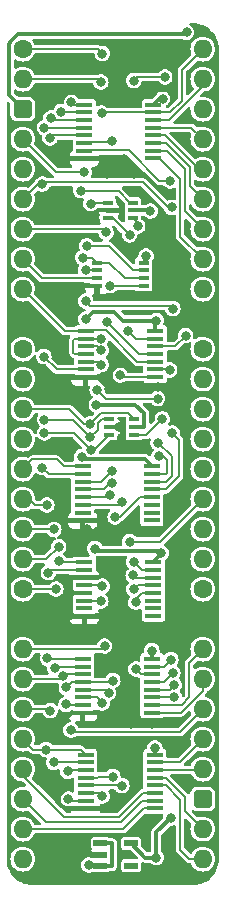
<source format=gtl>
%TF.GenerationSoftware,KiCad,Pcbnew,8.0.2*%
%TF.CreationDate,2024-06-06T17:24:42+02:00*%
%TF.ProjectId,HCP65 MPU Address Decode,48435036-3520-44d5-9055-204164647265,V1*%
%TF.SameCoordinates,PX525bfc0PY43d3480*%
%TF.FileFunction,Copper,L1,Top*%
%TF.FilePolarity,Positive*%
%FSLAX46Y46*%
G04 Gerber Fmt 4.6, Leading zero omitted, Abs format (unit mm)*
G04 Created by KiCad (PCBNEW 8.0.2) date 2024-06-06 17:24:42*
%MOMM*%
%LPD*%
G01*
G04 APERTURE LIST*
G04 Aperture macros list*
%AMRoundRect*
0 Rectangle with rounded corners*
0 $1 Rounding radius*
0 $2 $3 $4 $5 $6 $7 $8 $9 X,Y pos of 4 corners*
0 Add a 4 corners polygon primitive as box body*
4,1,4,$2,$3,$4,$5,$6,$7,$8,$9,$2,$3,0*
0 Add four circle primitives for the rounded corners*
1,1,$1+$1,$2,$3*
1,1,$1+$1,$4,$5*
1,1,$1+$1,$6,$7*
1,1,$1+$1,$8,$9*
0 Add four rect primitives between the rounded corners*
20,1,$1+$1,$2,$3,$4,$5,0*
20,1,$1+$1,$4,$5,$6,$7,0*
20,1,$1+$1,$6,$7,$8,$9,0*
20,1,$1+$1,$8,$9,$2,$3,0*%
G04 Aperture macros list end*
%TA.AperFunction,SMDPad,CuDef*%
%ADD10R,1.150000X0.600000*%
%TD*%
%TA.AperFunction,SMDPad,CuDef*%
%ADD11R,1.475000X0.450000*%
%TD*%
%TA.AperFunction,SMDPad,CuDef*%
%ADD12R,1.450000X0.450000*%
%TD*%
%TA.AperFunction,SMDPad,CuDef*%
%ADD13R,0.950000X0.450000*%
%TD*%
%TA.AperFunction,SMDPad,CuDef*%
%ADD14R,0.875000X0.450000*%
%TD*%
%TA.AperFunction,ComponentPad*%
%ADD15C,1.600000*%
%TD*%
%TA.AperFunction,ComponentPad*%
%ADD16O,1.600000X1.600000*%
%TD*%
%TA.AperFunction,ComponentPad*%
%ADD17RoundRect,0.400000X-0.400000X-0.400000X0.400000X-0.400000X0.400000X0.400000X-0.400000X0.400000X0*%
%TD*%
%TA.AperFunction,ComponentPad*%
%ADD18R,1.600000X1.600000*%
%TD*%
%TA.AperFunction,ViaPad*%
%ADD19C,0.800000*%
%TD*%
%TA.AperFunction,Conductor*%
%ADD20C,0.370000*%
%TD*%
%TA.AperFunction,Conductor*%
%ADD21C,0.200000*%
%TD*%
G04 APERTURE END LIST*
D10*
%TO.P,IC42,1,VIN*%
%TO.N,5V*%
X6574000Y-67249000D03*
%TO.P,IC42,2,GND*%
%TO.N,GND*%
X6574000Y-68199000D03*
%TO.P,IC42,3,EN*%
%TO.N,5V*%
X6574000Y-69149000D03*
%TO.P,IC42,4,ADJ*%
%TO.N,unconnected-(IC42-ADJ-Pad4)*%
X9174000Y-69149000D03*
%TO.P,IC42,5,VOUT*%
%TO.N,/3.3V*%
X9174000Y-67249000D03*
%TD*%
D11*
%TO.P,IC40,1,1A*%
%TO.N,Kernal Mode*%
X5317000Y-23871063D03*
%TO.P,IC40,2,1B*%
%TO.N,Native Latch*%
X5317000Y-24521063D03*
%TO.P,IC40,3,1Y*%
%TO.N,/Kernal Mode\u00B7Native Latch*%
X5317000Y-25171063D03*
%TO.P,IC40,4,2A*%
%TO.N,Native Latch*%
X5317000Y-25821063D03*
%TO.P,IC40,5,2B*%
%TO.N,/~{ROM}*%
X5317000Y-26471063D03*
%TO.P,IC40,6,2Y*%
%TO.N,~{ROM_{CS}}*%
X5317000Y-27121063D03*
%TO.P,IC40,7,GND*%
%TO.N,GND*%
X5317000Y-27771063D03*
%TO.P,IC40,8,3Y*%
%TO.N,Net-(IC37B-2A)*%
X11193000Y-27771063D03*
%TO.P,IC40,9,3A*%
%TO.N,/~{A21+A22+A23}*%
X11193000Y-27121063D03*
%TO.P,IC40,10,3B*%
%TO.N,Kernal Mode*%
X11193000Y-26471063D03*
%TO.P,IC40,11,4Y*%
%TO.N,~{Device}*%
X11193000Y-25821063D03*
%TO.P,IC40,12,4A*%
%TO.N,~{Device Group 32K}*%
X11193000Y-25171063D03*
%TO.P,IC40,13,4B*%
%TO.N,~{Device Group 128K}*%
X11193000Y-24521063D03*
%TO.P,IC40,14,3V*%
%TO.N,/3.3V*%
X11193000Y-23871063D03*
%TD*%
D12*
%TO.P,IC39,1,A0*%
%TO.N,A0*%
X5330000Y-59736750D03*
%TO.P,IC39,2,A1*%
%TO.N,A1*%
X5330000Y-60386750D03*
%TO.P,IC39,3,A2*%
%TO.N,A2*%
X5330000Y-61036750D03*
%TO.P,IC39,4,~{E1}*%
%TO.N,~{SPECIAL}*%
X5330000Y-61686750D03*
%TO.P,IC39,5,~{E2}*%
%TO.N,/~{A3}*%
X5330000Y-62336750D03*
%TO.P,IC39,6,E3*%
%TO.N,~{Reset}*%
X5330000Y-62986750D03*
%TO.P,IC39,7,~{Y7}*%
%TO.N,~{Special _{CS}15}*%
X5330000Y-63636750D03*
%TO.P,IC39,8,GND*%
%TO.N,GND*%
X5330000Y-64286750D03*
%TO.P,IC39,9,~{Y6}*%
%TO.N,~{Special _{CS}14}*%
X11180000Y-64286750D03*
%TO.P,IC39,10,~{Y5}*%
%TO.N,~{Special _{CS}13}*%
X11180000Y-63636750D03*
%TO.P,IC39,11,~{Y4}*%
%TO.N,~{Special _{CS}12}*%
X11180000Y-62986750D03*
%TO.P,IC39,12,~{Y3}*%
%TO.N,~{Special _{CS}11}*%
X11180000Y-62336750D03*
%TO.P,IC39,13,~{Y2}*%
%TO.N,~{Special _{CS}10}*%
X11180000Y-61686750D03*
%TO.P,IC39,14,~{Y1}*%
%TO.N,~{Special _{CS}9}*%
X11180000Y-61036750D03*
%TO.P,IC39,15,~{Y0}*%
%TO.N,~{Special _{CS}8}*%
X11180000Y-60386750D03*
%TO.P,IC39,16,3V*%
%TO.N,/3.3V*%
X11180000Y-59736750D03*
%TD*%
%TO.P,IC38,1,A0*%
%TO.N,A0*%
X5076000Y-51631561D03*
%TO.P,IC38,2,A1*%
%TO.N,A1*%
X5076000Y-52281561D03*
%TO.P,IC38,3,A2*%
%TO.N,A2*%
X5076000Y-52931561D03*
%TO.P,IC38,4,~{E1}*%
%TO.N,~{SPECIAL}*%
X5076000Y-53581561D03*
%TO.P,IC38,5,~{E2}*%
%TO.N,A3*%
X5076000Y-54231561D03*
%TO.P,IC38,6,E3*%
%TO.N,~{Reset}*%
X5076000Y-54881561D03*
%TO.P,IC38,7,~{Y7}*%
%TO.N,~{Special _{CS}7}*%
X5076000Y-55531561D03*
%TO.P,IC38,8,GND*%
%TO.N,GND*%
X5076000Y-56181561D03*
%TO.P,IC38,9,~{Y6}*%
%TO.N,~{Special _{CS}6}*%
X10926000Y-56181561D03*
%TO.P,IC38,10,~{Y5}*%
%TO.N,~{Special _{CS}5}*%
X10926000Y-55531561D03*
%TO.P,IC38,11,~{Y4}*%
%TO.N,~{Special _{CS}4}*%
X10926000Y-54881561D03*
%TO.P,IC38,12,~{Y3}*%
%TO.N,~{Special _{CS}3}*%
X10926000Y-54231561D03*
%TO.P,IC38,13,~{Y2}*%
%TO.N,~{Special _{CS}2}*%
X10926000Y-53581561D03*
%TO.P,IC38,14,~{Y1}*%
%TO.N,~{Special _{CS}1}*%
X10926000Y-52931561D03*
%TO.P,IC38,15,~{Y0}*%
%TO.N,~{Special _{CS}0}*%
X10926000Y-52281561D03*
%TO.P,IC38,16,3V*%
%TO.N,/3.3V*%
X10926000Y-51631561D03*
%TD*%
D13*
%TO.P,IC37,1,1A*%
%TO.N,/~{Native Latch}*%
X6280000Y-18097813D03*
%TO.P,IC37,2,1B*%
%TO.N,/~{RAM}*%
X6280000Y-18747813D03*
%TO.P,IC37,3,2Y*%
%TO.N,~{OTHER}*%
X6280000Y-19397813D03*
%TO.P,IC37,4,GND*%
%TO.N,GND*%
X6280000Y-20047813D03*
%TO.P,IC37,5,2A*%
%TO.N,Net-(IC37B-2A)*%
X10230000Y-20047813D03*
%TO.P,IC37,6,2B*%
%TO.N,/~{Native Latch}*%
X10230000Y-19397813D03*
%TO.P,IC37,7,1Y*%
%TO.N,~{RAM_{CS}}*%
X10230000Y-18747813D03*
%TO.P,IC37,8,VCC*%
%TO.N,/3.3V*%
X10230000Y-18097813D03*
%TD*%
D14*
%TO.P,IC34,1,A*%
%TO.N,A23*%
X7320000Y-31354000D03*
%TO.P,IC34,2,GND*%
%TO.N,GND*%
X7320000Y-32004000D03*
%TO.P,IC34,3,B*%
%TO.N,A22*%
X7320000Y-32654000D03*
%TO.P,IC34,4,Y*%
%TO.N,/~{A21+A22+A23}*%
X9444000Y-32654000D03*
%TO.P,IC34,5,3V*%
%TO.N,/3.3V*%
X9444000Y-32004000D03*
%TO.P,IC34,6,C*%
%TO.N,A21*%
X9444000Y-31354000D03*
%TD*%
D12*
%TO.P,IC33,1,A0*%
%TO.N,A17*%
X5203000Y-43445000D03*
%TO.P,IC33,2,A1*%
%TO.N,A18*%
X5203000Y-44095000D03*
%TO.P,IC33,3,A2*%
%TO.N,GND*%
X5203000Y-44745000D03*
%TO.P,IC33,4,~{E1}*%
%TO.N,~{Device Group 128K}*%
X5203000Y-45395000D03*
%TO.P,IC33,5,~{E2}*%
%TO.N,GND*%
X5203000Y-46045000D03*
%TO.P,IC33,6,E3*%
%TO.N,~{Reset}*%
X5203000Y-46695000D03*
%TO.P,IC33,7,~{Y7}*%
%TO.N,unconnected-(IC33-~{Y7}-Pad7)*%
X5203000Y-47345000D03*
%TO.P,IC33,8,GND*%
%TO.N,GND*%
X5203000Y-47995000D03*
%TO.P,IC33,9,~{Y6}*%
%TO.N,unconnected-(IC33-~{Y6}-Pad9)*%
X11053000Y-47995000D03*
%TO.P,IC33,10,~{Y5}*%
%TO.N,unconnected-(IC33-~{Y5}-Pad10)*%
X11053000Y-47345000D03*
%TO.P,IC33,11,~{Y4}*%
%TO.N,unconnected-(IC33-~{Y4}-Pad11)*%
X11053000Y-46695000D03*
%TO.P,IC33,12,~{Y3}*%
%TO.N,~{Device _{CS}19}*%
X11053000Y-46045000D03*
%TO.P,IC33,13,~{Y2}*%
%TO.N,~{Device _{CS}18}*%
X11053000Y-45395000D03*
%TO.P,IC33,14,~{Y1}*%
%TO.N,~{Device _{CS}17}*%
X11053000Y-44745000D03*
%TO.P,IC33,15,~{Y0}*%
%TO.N,~{Device _{CS}16}*%
X11053000Y-44095000D03*
%TO.P,IC33,16,3V*%
%TO.N,/3.3V*%
X11053000Y-43445000D03*
%TD*%
%TO.P,IC16,1,A0*%
%TO.N,A15*%
X5203000Y-4710000D03*
%TO.P,IC16,2,A1*%
%TO.N,A16*%
X5203000Y-5360000D03*
%TO.P,IC16,3,A2*%
%TO.N,A17*%
X5203000Y-6010000D03*
%TO.P,IC16,4,~{E1}*%
%TO.N,~{Device Group 32K}*%
X5203000Y-6660000D03*
%TO.P,IC16,5,~{E2}*%
%TO.N,A18*%
X5203000Y-7310000D03*
%TO.P,IC16,6,E3*%
%TO.N,~{Reset}*%
X5203000Y-7960000D03*
%TO.P,IC16,7,~{Y7}*%
%TO.N,~{Device _{CS}7}*%
X5203000Y-8610000D03*
%TO.P,IC16,8,GND*%
%TO.N,GND*%
X5203000Y-9260000D03*
%TO.P,IC16,9,~{Y6}*%
%TO.N,~{Device _{CS}6}*%
X11053000Y-9260000D03*
%TO.P,IC16,10,~{Y5}*%
%TO.N,~{Device _{CS}5}*%
X11053000Y-8610000D03*
%TO.P,IC16,11,~{Y4}*%
%TO.N,~{Device _{CS}4}*%
X11053000Y-7960000D03*
%TO.P,IC16,12,~{Y3}*%
%TO.N,~{Device _{CS}3}*%
X11053000Y-7310000D03*
%TO.P,IC16,13,~{Y2}*%
%TO.N,~{Device _{CS}2}*%
X11053000Y-6660000D03*
%TO.P,IC16,14,~{Y1}*%
%TO.N,~{Device _{CS}1}*%
X11053000Y-6010000D03*
%TO.P,IC16,15,~{Y0}*%
%TO.N,~{SPECIAL}*%
X11053000Y-5360000D03*
%TO.P,IC16,16,3V*%
%TO.N,/3.3V*%
X11053000Y-4710000D03*
%TD*%
%TO.P,IC11,1,A0*%
%TO.N,A19*%
X5076000Y-35339813D03*
%TO.P,IC11,2,A1*%
%TO.N,A20*%
X5076000Y-35989813D03*
%TO.P,IC11,3,A2*%
%TO.N,A21*%
X5076000Y-36639813D03*
%TO.P,IC11,4,~{E1}*%
%TO.N,A23*%
X5076000Y-37289813D03*
%TO.P,IC11,5,~{E2}*%
%TO.N,A22*%
X5076000Y-37939813D03*
%TO.P,IC11,6,E3*%
%TO.N,/Kernal Mode\u00B7Native Latch*%
X5076000Y-38589813D03*
%TO.P,IC11,7,~{Y7}*%
%TO.N,unconnected-(IC11-~{Y7}-Pad7)*%
X5076000Y-39239813D03*
%TO.P,IC11,8,GND*%
%TO.N,GND*%
X5076000Y-39889813D03*
%TO.P,IC11,9,~{Y6}*%
%TO.N,unconnected-(IC11-~{Y6}-Pad9)*%
X10926000Y-39889813D03*
%TO.P,IC11,10,~{Y5}*%
%TO.N,unconnected-(IC11-~{Y5}-Pad10)*%
X10926000Y-39239813D03*
%TO.P,IC11,11,~{Y4}*%
%TO.N,unconnected-(IC11-~{Y4}-Pad11)*%
X10926000Y-38589813D03*
%TO.P,IC11,12,~{Y3}*%
%TO.N,~{Device Group 128K}*%
X10926000Y-37939813D03*
%TO.P,IC11,13,~{Y2}*%
%TO.N,~{Device Group 32K}*%
X10926000Y-37289813D03*
%TO.P,IC11,14,~{Y1}*%
%TO.N,/~{ROM}*%
X10926000Y-36639813D03*
%TO.P,IC11,15,~{Y0}*%
%TO.N,/~{RAM}*%
X10926000Y-35989813D03*
%TO.P,IC11,16,3V*%
%TO.N,/3.3V*%
X10926000Y-35339813D03*
%TD*%
D14*
%TO.P,IC1,1,1A*%
%TO.N,Native Latch*%
X7193000Y-13016000D03*
%TO.P,IC1,2,GND*%
%TO.N,GND*%
X7193000Y-13666000D03*
%TO.P,IC1,3,2A*%
%TO.N,A3*%
X7193000Y-14316000D03*
%TO.P,IC1,4,2Y*%
%TO.N,/~{A3}*%
X9317000Y-14316000D03*
%TO.P,IC1,5,3V*%
%TO.N,/3.3V*%
X9317000Y-13666000D03*
%TO.P,IC1,6,1Y*%
%TO.N,/~{Native Latch}*%
X9317000Y-13016000D03*
%TD*%
D15*
%TO.P,J2,1,Pin_1*%
%TO.N,~{Device}*%
X0Y0D03*
D16*
%TO.P,J2,2,Pin_2*%
%TO.N,Native Latch*%
X0Y-2540000D03*
D17*
%TO.P,J2,3,Pin_3*%
%TO.N,5V*%
X0Y-5080000D03*
D16*
%TO.P,J2,4,Pin_4*%
%TO.N,~{RAM_{CS}}*%
X0Y-7620000D03*
%TO.P,J2,5,Pin_5*%
%TO.N,~{ROM_{CS}}*%
X0Y-10160000D03*
%TO.P,J2,6,Pin_6*%
%TO.N,~{Device Group 32K}*%
X0Y-12700000D03*
%TO.P,J2,7,Pin_7*%
%TO.N,~{Device Group 128K}*%
X0Y-15240000D03*
%TO.P,J2,8,Pin_8*%
%TO.N,~{OTHER}*%
X0Y-17780000D03*
%TO.P,J2,9,Pin_9*%
%TO.N,Kernal Mode*%
X0Y-20320000D03*
D18*
%TO.P,J2,10,Pin_10*%
%TO.N,GND*%
X0Y-22860000D03*
D15*
%TO.P,J2,11,Pin_11*%
%TO.N,A23*%
X0Y-25400000D03*
D16*
%TO.P,J2,12,Pin_12*%
%TO.N,A22*%
X0Y-27940000D03*
%TO.P,J2,13,Pin_13*%
%TO.N,A21*%
X0Y-30480000D03*
%TO.P,J2,14,Pin_14*%
%TO.N,A20*%
X0Y-33020000D03*
%TO.P,J2,15,Pin_15*%
%TO.N,A19*%
X0Y-35560000D03*
%TO.P,J2,16,Pin_16*%
%TO.N,A18*%
X0Y-38100000D03*
%TO.P,J2,17,Pin_17*%
%TO.N,A17*%
X0Y-40640000D03*
%TO.P,J2,18,Pin_18*%
%TO.N,A16*%
X0Y-43180000D03*
D15*
%TO.P,J2,19,Pin_19*%
%TO.N,A15*%
X0Y-45720000D03*
D18*
%TO.P,J2,20,Pin_20*%
%TO.N,GND*%
X0Y-48260000D03*
D16*
%TO.P,J2,21,Pin_21*%
%TO.N,A3*%
X0Y-50800000D03*
%TO.P,J2,22,Pin_22*%
%TO.N,A2*%
X0Y-53340000D03*
%TO.P,J2,23,Pin_23*%
%TO.N,A1*%
X0Y-55880000D03*
%TO.P,J2,24,Pin_24*%
%TO.N,A0*%
X0Y-58420000D03*
%TO.P,J2,25,Pin_25*%
%TO.N,~{Special _{CS}12}*%
X0Y-60960000D03*
%TO.P,J2,26,Pin_26*%
%TO.N,~{Special _{CS}13}*%
X0Y-63500000D03*
%TO.P,J2,27,Pin_27*%
%TO.N,~{Special _{CS}14}*%
X0Y-66040000D03*
%TO.P,J2,28,Pin_28*%
%TO.N,~{Special _{CS}15}*%
X0Y-68580000D03*
%TO.P,J2,29,Pin_29*%
%TO.N,~{Special _{CS}11}*%
X15240000Y-68580000D03*
%TO.P,J2,30,Pin_30*%
%TO.N,~{Special _{CS}10}*%
X15240000Y-66040000D03*
D17*
%TO.P,J2,31,Pin_31*%
%TO.N,5V*%
X15240000Y-63500000D03*
D16*
%TO.P,J2,32,Pin_32*%
%TO.N,~{Special _{CS}9}*%
X15240000Y-60960000D03*
%TO.P,J2,33,Pin_33*%
%TO.N,~{Special _{CS}8}*%
X15240000Y-58420000D03*
%TO.P,J2,34,Pin_34*%
%TO.N,~{Special _{CS}7}*%
X15240000Y-55880000D03*
%TO.P,J2,35,Pin_35*%
%TO.N,~{Special _{CS}6}*%
X15240000Y-53340000D03*
%TO.P,J2,36,Pin_36*%
%TO.N,~{Special _{CS}5}*%
X15240000Y-50800000D03*
D18*
%TO.P,J2,37,Pin_37*%
%TO.N,GND*%
X15240000Y-48260000D03*
D15*
%TO.P,J2,38,Pin_38*%
%TO.N,~{Special _{CS}4}*%
X15240000Y-45720000D03*
D16*
%TO.P,J2,39,Pin_39*%
%TO.N,~{Special _{CS}3}*%
X15240000Y-43180000D03*
%TO.P,J2,40,Pin_40*%
%TO.N,~{Special _{CS}2}*%
X15240000Y-40640000D03*
%TO.P,J2,41,Pin_41*%
%TO.N,~{Special _{CS}1}*%
X15240000Y-38100000D03*
%TO.P,J2,42,Pin_42*%
%TO.N,~{Special _{CS}0}*%
X15240000Y-35560000D03*
%TO.P,J2,43,Pin_43*%
%TO.N,~{Device _{CS}19}*%
X15240000Y-33020000D03*
%TO.P,J2,44,Pin_44*%
%TO.N,~{Device _{CS}18}*%
X15240000Y-30480000D03*
%TO.P,J2,45,Pin_45*%
%TO.N,~{Device _{CS}17}*%
X15240000Y-27940000D03*
D15*
%TO.P,J2,46,Pin_46*%
%TO.N,~{Device _{CS}16}*%
X15240000Y-25400000D03*
D18*
%TO.P,J2,47,Pin_47*%
%TO.N,GND*%
X15240000Y-22860000D03*
D16*
%TO.P,J2,48,Pin_48*%
%TO.N,~{Device _{CS}7}*%
X15240000Y-20320000D03*
%TO.P,J2,49,Pin_49*%
%TO.N,~{Device _{CS}6}*%
X15240000Y-17780000D03*
%TO.P,J2,50,Pin_50*%
%TO.N,~{Device _{CS}5}*%
X15240000Y-15240000D03*
%TO.P,J2,51,Pin_51*%
%TO.N,~{Device _{CS}4}*%
X15240000Y-12700000D03*
%TO.P,J2,52,Pin_52*%
%TO.N,~{Device _{CS}3}*%
X15240000Y-10160000D03*
%TO.P,J2,53,Pin_53*%
%TO.N,~{Device _{CS}2}*%
X15240000Y-7620000D03*
%TO.P,J2,54,Pin_54*%
%TO.N,~{Reset}*%
X15240000Y-5080000D03*
%TO.P,J2,55,Pin_55*%
%TO.N,~{Device _{CS}1}*%
X15240000Y-2540000D03*
%TO.P,J2,56,Pin_56*%
%TO.N,~{SPECIAL}*%
X15240000Y0D03*
%TD*%
D19*
%TO.N,/3.3V*%
X11303000Y-68453000D03*
X5334000Y-22860000D03*
X6096000Y-42291000D03*
X11830903Y-4214000D03*
X11740002Y-42672000D03*
X10922000Y-50927000D03*
X12525917Y-65103917D03*
X4975672Y-34514836D03*
X6223000Y-30099000D03*
X10431446Y-17526000D03*
X11180000Y-59181990D03*
X10795000Y-13716000D03*
X11303006Y-22987000D03*
%TO.N,GND*%
X7337342Y-28781399D03*
X8531295Y-9287709D03*
X8180333Y-32004007D03*
X12602211Y-25908000D03*
X5461000Y-40640000D03*
X9144002Y-57150000D03*
X6071527Y-14048585D03*
X8792518Y-49176518D03*
X10747921Y-20907921D03*
X5432365Y-67744772D03*
X13829995Y-7885833D03*
X1397000Y-20574000D03*
X7112000Y-10580993D03*
X10922000Y-57150000D03*
X14097000Y-67233006D03*
X11940275Y-12038698D03*
X11938000Y-49022000D03*
X9398000Y-10580993D03*
X11443999Y-28595565D03*
X12827000Y-20828000D03*
X7620000Y-64262000D03*
X10414000Y-67056000D03*
%TO.N,5V*%
X5588000Y-69088000D03*
X13858499Y1404501D03*
%TO.N,Native Latch*%
X6634937Y-24515888D03*
X5767853Y-13095806D03*
X6604000Y-2794008D03*
%TO.N,A3*%
X7261657Y-54515154D03*
X6923000Y-50546000D03*
X9031436Y-15733564D03*
%TO.N,A20*%
X1664025Y-35446025D03*
%TO.N,A21*%
X7577000Y-35687000D03*
X5655487Y-31745070D03*
%TO.N,A23*%
X7543479Y-36753471D03*
X5728023Y-32879973D03*
X1834004Y-31369000D03*
%TO.N,/~{A3}*%
X8382000Y-62357000D03*
X9728004Y-14989977D03*
%TO.N,A22*%
X7363769Y-37747280D03*
X1834004Y-32512000D03*
X5801215Y-33944813D03*
%TO.N,~{Device Group 128K}*%
X6731000Y-45466000D03*
X7810500Y-39624000D03*
X8904992Y-23876000D03*
X7060399Y-15519551D03*
%TO.N,~{Device Group 32K}*%
X1808461Y-6664825D03*
X1651000Y-11430000D03*
X12640000Y-32501613D03*
X12593728Y-13407527D03*
X13789014Y-24257000D03*
%TO.N,A15*%
X2794000Y-45720000D03*
X4117683Y-4518317D03*
%TO.N,A16*%
X3221549Y-5304130D03*
X3034004Y-42133000D03*
%TO.N,A17*%
X3034004Y-43307000D03*
X2634004Y-40674813D03*
X2379922Y-5844193D03*
%TO.N,A18*%
X2159000Y-44323000D03*
X2300732Y-7540574D03*
X2032000Y-38608000D03*
%TO.N,~{Reset}*%
X9398000Y-2667000D03*
X12042000Y-2363034D03*
X7536144Y-7804806D03*
X6731000Y-63246000D03*
X6730373Y-55362351D03*
X6604000Y-46736000D03*
%TO.N,~{Device _{CS}7}*%
X12446000Y-11176000D03*
%TO.N,~{SPECIAL}*%
X6666000Y-5410521D03*
X7620000Y-53467000D03*
X7620000Y-61595000D03*
X3683000Y-54049569D03*
%TO.N,/~{Native Latch}*%
X5080000Y-17653000D03*
X4902765Y-11980993D03*
%TO.N,~{Device _{CS}19}*%
X9559725Y-46833838D03*
%TO.N,/Kernal Mode\u00B7Native Latch*%
X6659294Y-25515594D03*
X8382000Y-38354000D03*
%TO.N,~{Device _{CS}18}*%
X9393000Y-45720000D03*
%TO.N,~{Device _{CS}17}*%
X9346999Y-44567307D03*
%TO.N,~{Device _{CS}16}*%
X9393000Y-43434000D03*
%TO.N,~{RAM_{CS}}*%
X5416203Y-16652658D03*
X5207000Y-10414000D03*
%TO.N,A0*%
X2087489Y-51593431D03*
X1967000Y-59309000D03*
%TO.N,A1*%
X2602000Y-60404514D03*
X2317381Y-56014450D03*
X2683345Y-52396525D03*
%TO.N,A2*%
X3787065Y-61152000D03*
X3434004Y-53057218D03*
%TO.N,~{Special _{CS}7}*%
X4064000Y-57658000D03*
X3671873Y-55476223D03*
%TO.N,~{Special _{CS}4}*%
X12827000Y-54831561D03*
%TO.N,~{Special _{CS}3}*%
X12827000Y-53831558D03*
%TO.N,~{Special _{CS}2}*%
X12700000Y-52832004D03*
%TO.N,~{Special _{CS}1}*%
X9577515Y-52492589D03*
X9048844Y-41694811D03*
%TO.N,~{Special _{CS}0}*%
X12542999Y-51689000D03*
%TO.N,~{Special _{CS}15}*%
X3857079Y-63501750D03*
%TO.N,Net-(IC37B-2A)*%
X8255930Y-27613058D03*
X7381424Y-20039078D03*
%TO.N,~{ROM_{CS}}*%
X1778000Y-26035000D03*
%TO.N,/~{ROM}*%
X6284669Y-28838884D03*
X11411000Y-29595568D03*
X11443999Y-33315944D03*
X6635128Y-26709127D03*
%TO.N,~{Device}*%
X7112000Y-23114000D03*
X6731000Y-381000D03*
%TO.N,/~{RAM}*%
X12700000Y-21971006D03*
X5334000Y-21336000D03*
X11505224Y-34468776D03*
X5308519Y-18707854D03*
%TO.N,/~{A21+A22+A23}*%
X11811000Y-31305499D03*
X12446000Y-27178000D03*
%TD*%
D20*
%TO.N,/3.3V*%
X7714158Y-22225000D02*
X8476158Y-22987000D01*
X11180000Y-59736750D02*
X11180000Y-59181990D01*
X10236106Y-32004000D02*
X10266500Y-31973606D01*
X10316000Y-34729813D02*
X5190649Y-34729813D01*
X9444000Y-32004000D02*
X10236106Y-32004000D01*
X5190649Y-34729813D02*
X4975672Y-34514836D01*
X10926000Y-35339813D02*
X10316000Y-34729813D01*
X11053000Y-4710000D02*
X11549000Y-4214000D01*
X11547813Y-42479811D02*
X6284811Y-42479811D01*
X5334000Y-22860000D02*
X5969000Y-22225000D01*
X11053000Y-43445000D02*
X11740002Y-42757998D01*
X11193000Y-23097006D02*
X11303006Y-22987000D01*
X6284811Y-42479811D02*
X6096000Y-42291000D01*
X9525000Y-30099000D02*
X6223000Y-30099000D01*
X9174000Y-67249000D02*
X10378000Y-68453000D01*
X11740002Y-42672000D02*
X11547813Y-42479811D01*
X11303000Y-66326834D02*
X12525917Y-65103917D01*
X9317000Y-13666000D02*
X10745000Y-13666000D01*
X10266500Y-31973606D02*
X10266500Y-30840500D01*
X11193000Y-23871063D02*
X11193000Y-23097006D01*
X10378000Y-68453000D02*
X11303000Y-68453000D01*
X10745000Y-13666000D02*
X10795000Y-13716000D01*
X11303000Y-68453000D02*
X11303000Y-66326834D01*
X10266500Y-30840500D02*
X9525000Y-30099000D01*
X10431446Y-17896367D02*
X10431446Y-17526000D01*
X5969000Y-22225000D02*
X7714158Y-22225000D01*
X10926000Y-51631561D02*
X10926000Y-50931000D01*
X11740002Y-42757998D02*
X11740002Y-42672000D01*
X8476158Y-22987000D02*
X11303006Y-22987000D01*
X10230000Y-18097813D02*
X10431446Y-17896367D01*
X10926000Y-50931000D02*
X10922000Y-50927000D01*
X11549000Y-4214000D02*
X11830903Y-4214000D01*
%TO.N,GND*%
X1016000Y-6972819D02*
X1016000Y-6555842D01*
X16425000Y-29964001D02*
X16425000Y-47075000D01*
X15585999Y-29125000D02*
X16425000Y-29964001D01*
X3175000Y-57150000D02*
X4143439Y-56181561D01*
X12827000Y-2794000D02*
X12827000Y-889000D01*
X5432365Y-67744772D02*
X5886593Y-68199000D01*
X5886593Y-68199000D02*
X6574000Y-68199000D01*
X16425000Y-24045000D02*
X16425000Y-28430844D01*
X593000Y-59775000D02*
X2921000Y-62103000D01*
X13081000Y-483156D02*
X14749156Y1185000D01*
X4143439Y-56181561D02*
X5076000Y-56181561D01*
X16426251Y-9271000D02*
X16426251Y-21673749D01*
X1185000Y-7141819D02*
X1016000Y-6972819D01*
X5432365Y-67744772D02*
X5432365Y-66745635D01*
X16045251Y-8890000D02*
X16426251Y-9271000D01*
X810158Y-6350000D02*
X1185000Y-5975158D01*
X12138593Y-28595565D02*
X11443999Y-28595565D01*
X-490844Y-59775000D02*
X-1185000Y-60469156D01*
X13287921Y-20907921D02*
X12906921Y-20907921D01*
X11940275Y-12038698D02*
X11695751Y-12038698D01*
X-1185000Y-56540844D02*
X-575844Y-57150000D01*
X6096000Y-3429000D02*
X6985000Y-4318000D01*
X0Y-48260000D02*
X3940000Y-48260000D01*
X6985000Y-4318000D02*
X9017000Y-4318000D01*
X-1185000Y-21675000D02*
X-1185000Y-19829156D01*
X12747079Y-20907921D02*
X10747921Y-20907921D01*
X-643000Y-14055000D02*
X490844Y-14055000D01*
X13081000Y-635000D02*
X13081000Y-483156D01*
X3940000Y-48260000D02*
X4220000Y-47980000D01*
X13398500Y-48260000D02*
X15240000Y-48260000D01*
X4235000Y-47995000D02*
X5203000Y-47995000D01*
X7320007Y-32004007D02*
X8180313Y-32004007D01*
X8947036Y-49022000D02*
X8792518Y-49176518D01*
X8175563Y-56181561D02*
X9144002Y-57150000D01*
X7620000Y-64262000D02*
X5354750Y-64262000D01*
X9017000Y-4318000D02*
X9906000Y-3429000D01*
X1016000Y-6555842D02*
X810158Y-6350000D01*
X3453750Y-64286750D02*
X5330000Y-64286750D01*
X4108000Y-44745000D02*
X5203000Y-44745000D01*
X490844Y-39455000D02*
X-635000Y-39455000D01*
X15730844Y-29125000D02*
X15585999Y-29125000D01*
X12192000Y-3429000D02*
X12827000Y-2794000D01*
X13231000Y-26536789D02*
X12602211Y-25908000D01*
X-490844Y-19135000D02*
X490844Y-19135000D01*
X11938000Y-49022000D02*
X12636500Y-49022000D01*
X15748162Y1185000D02*
X16340051Y593111D01*
X5076000Y-40255000D02*
X5461000Y-40640000D01*
X2032000Y-67310000D02*
X2466772Y-67744772D01*
X1355000Y-26755000D02*
X2413000Y-27813000D01*
X6385500Y-13666000D02*
X6071527Y-13979973D01*
X15722838Y-67233006D02*
X14097000Y-67233006D01*
X-575844Y-57150000D02*
X-1185000Y-57759156D01*
X6280000Y-20047813D02*
X6280000Y-20642813D01*
X4108000Y-46045000D02*
X5203000Y-46045000D01*
X16425000Y-49445000D02*
X16425000Y-66530844D01*
X16426251Y118094D02*
X16426251Y-8509000D01*
X12827000Y-20828000D02*
X12747079Y-20907921D01*
X-643000Y-14055000D02*
X-1193000Y-14605000D01*
X0Y-48260000D02*
X-1185000Y-49445000D01*
X-1185000Y-40005000D02*
X-1185000Y-47075000D01*
X1185000Y-5975158D02*
X1185000Y-5546000D01*
X2454937Y-27771063D02*
X5317000Y-27771063D01*
X4463187Y-20047813D02*
X3937000Y-20574000D01*
X6280000Y-20047813D02*
X4463187Y-20047813D01*
X11938000Y-49022000D02*
X8947036Y-49022000D01*
X12138593Y-28595565D02*
X12668028Y-29125000D01*
X-1193000Y-6781000D02*
X-1193000Y-13505000D01*
X-1185000Y-66530844D02*
X-405844Y-67310000D01*
X1185000Y-5546000D02*
X3302000Y-3429000D01*
X16045251Y-8890000D02*
X14834162Y-8890000D01*
X10238046Y-10580993D02*
X9398000Y-10580993D01*
X8503586Y-9260000D02*
X8531295Y-9287709D01*
X4093000Y-46060000D02*
X4108000Y-46045000D01*
X12636500Y-49022000D02*
X13398500Y-48260000D01*
X-423000Y-59775000D02*
X593000Y-59775000D01*
X12906921Y-20907921D02*
X12827000Y-20828000D01*
X0Y-22860000D02*
X-1185000Y-24045000D01*
X4220000Y-47980000D02*
X4235000Y-47995000D01*
X16425000Y-66530844D02*
X15722838Y-67233006D01*
X12827000Y-889000D02*
X13081000Y-635000D01*
X-1185000Y-26374000D02*
X-804000Y-26755000D01*
X490844Y-19135000D02*
X1397000Y-20041156D01*
X16425000Y-47075000D02*
X15240000Y-48260000D01*
X490844Y-14055000D02*
X786844Y-14351000D01*
X5076000Y-56181561D02*
X8175563Y-56181561D01*
X-405844Y-67310000D02*
X2032000Y-67310000D01*
X11443999Y-28595565D02*
X7523176Y-28595565D01*
X5203000Y-9260000D02*
X8503586Y-9260000D01*
X16396266Y365042D02*
X16426251Y118094D01*
X12138593Y-28595565D02*
X13231000Y-27503158D01*
X12668028Y-29125000D02*
X15585999Y-29125000D01*
X7611000Y-47995000D02*
X8792518Y-49176518D01*
X-635000Y-39455000D02*
X-635000Y-39412000D01*
X786844Y-14351000D02*
X5769112Y-14351000D01*
X-1185000Y-27136000D02*
X-1185000Y-38862000D01*
X7523176Y-28595565D02*
X7337342Y-28781399D01*
X1185000Y-7535000D02*
X1185000Y-7141819D01*
X6071527Y-13979973D02*
X6071527Y-14048585D01*
X0Y-22860000D02*
X-1185000Y-21675000D01*
X810158Y-6350000D02*
X-762000Y-6350000D01*
X2910000Y-9260000D02*
X1185000Y-7535000D01*
X6280000Y-20642813D02*
X6545108Y-20907921D01*
X-1185000Y-19829156D02*
X-490844Y-19135000D01*
X2921000Y-63754000D02*
X3453750Y-64286750D01*
X-423000Y-59775000D02*
X-490844Y-59775000D01*
X8180313Y-32004007D02*
X8180333Y-32004007D01*
X7193000Y-13666000D02*
X6385500Y-13666000D01*
X4093000Y-44760000D02*
X4108000Y-44745000D01*
X5203000Y-47995000D02*
X7611000Y-47995000D01*
X14749156Y1185000D02*
X15748162Y1185000D01*
X5203000Y-9260000D02*
X2910000Y-9260000D01*
X1397000Y-20041156D02*
X1397000Y-20574000D01*
X15240000Y-22860000D02*
X16425000Y-24045000D01*
X-1185000Y-24045000D02*
X-1185000Y-26374000D01*
X9922000Y-66564000D02*
X10414000Y-67056000D01*
X-1185000Y-47075000D02*
X0Y-48260000D01*
X-1185000Y-49445000D02*
X-1185000Y-56540844D01*
X-804000Y-26755000D02*
X-1185000Y-27136000D01*
X16045251Y-8890000D02*
X16426251Y-8509000D01*
X7112000Y-10580993D02*
X9398000Y-10580993D01*
X6545108Y-20907921D02*
X10747921Y-20907921D01*
X-575844Y-57150000D02*
X3175000Y-57150000D01*
X-1185000Y-60469156D02*
X-1185000Y-66530844D01*
X5432365Y-66745635D02*
X5614000Y-66564000D01*
X-635000Y-39412000D02*
X-1185000Y-38862000D01*
X16426251Y-21673749D02*
X15240000Y-22860000D01*
X2921000Y-62103000D02*
X2921000Y-63754000D01*
X3302000Y-3429000D02*
X6096000Y-3429000D01*
X13231000Y-27503158D02*
X13231000Y-26536789D01*
X14834162Y-8890000D02*
X13829995Y-7885833D01*
X2466772Y-67744772D02*
X5432365Y-67744772D01*
X-1193000Y-14605000D02*
X-1193000Y-18432844D01*
X5317000Y-27771063D02*
X6327006Y-27771063D01*
X4093000Y-46030000D02*
X4093000Y-44760000D01*
X-635000Y-39455000D02*
X-1185000Y-40005000D01*
X5769112Y-14351000D02*
X6071527Y-14048585D01*
X-762000Y-6350000D02*
X-1193000Y-6781000D01*
X5614000Y-66564000D02*
X9922000Y-66564000D01*
X10922000Y-57150000D02*
X9144002Y-57150000D01*
X16340051Y593111D02*
X16396266Y365042D01*
X15240000Y-22860000D02*
X13287921Y-20907921D01*
X-1185000Y-57759156D02*
X-1185000Y-59013000D01*
X9906000Y-3429000D02*
X12192000Y-3429000D01*
X5076000Y-39889813D02*
X5076000Y-40255000D01*
X11695751Y-12038698D02*
X10238046Y-10580993D01*
X2413000Y-27813000D02*
X2454937Y-27771063D01*
X-1193000Y-13505000D02*
X-643000Y-14055000D01*
X15240000Y-48260000D02*
X16425000Y-49445000D01*
X16425000Y-28430844D02*
X15730844Y-29125000D01*
X6327006Y-27771063D02*
X7337342Y-28781399D01*
X-1193000Y-18432844D02*
X-490844Y-19135000D01*
X3937000Y-20574000D02*
X1397000Y-20574000D01*
X5076000Y-39889813D02*
X925657Y-39889813D01*
X925657Y-39889813D02*
X490844Y-39455000D01*
X-1185000Y-59013000D02*
X-423000Y-59775000D01*
X4093000Y-47853000D02*
X4093000Y-46060000D01*
X-804000Y-26755000D02*
X1355000Y-26755000D01*
X4220000Y-47980000D02*
X4093000Y-47853000D01*
X4108000Y-46045000D02*
X4093000Y-46030000D01*
%TO.N,5V*%
X-407188Y1293000D02*
X13746998Y1293000D01*
X6574000Y-67249000D02*
X7519000Y-67249000D01*
X-1097708Y602480D02*
X-407188Y1293000D01*
X0Y-5080000D02*
X-1186227Y-3893773D01*
X7534000Y-69134000D02*
X7519000Y-69149000D01*
X6574000Y-69149000D02*
X5649000Y-69149000D01*
X5649000Y-69149000D02*
X5588000Y-69088000D01*
X-1156234Y365036D02*
X-1097708Y602480D01*
X13746998Y1293000D02*
X13858499Y1404501D01*
X-1186227Y-3893773D02*
X-1186227Y118018D01*
X-1186227Y118018D02*
X-1156234Y365036D01*
X7519000Y-69149000D02*
X6574000Y-69149000D01*
X7519000Y-67249000D02*
X7534000Y-67264000D01*
X7534000Y-67264000D02*
X7534000Y-69134000D01*
D21*
%TO.N,Native Latch*%
X5847659Y-13016000D02*
X5767853Y-13095806D01*
X0Y-2540000D02*
X6349992Y-2540000D01*
X4279500Y-24621063D02*
X4379500Y-24521063D01*
X6629762Y-24521063D02*
X6634937Y-24515888D01*
X7193000Y-13016000D02*
X5847659Y-13016000D01*
X6349992Y-2540000D02*
X6604000Y-2794008D01*
X4404500Y-25821063D02*
X4279500Y-25696063D01*
X4379500Y-24521063D02*
X5317000Y-24521063D01*
X5317000Y-24521063D02*
X6629762Y-24521063D01*
X5317000Y-25821063D02*
X4404500Y-25821063D01*
X4279500Y-25696063D02*
X4279500Y-24621063D01*
%TO.N,A3*%
X7193000Y-14316000D02*
X7613872Y-14316000D01*
X0Y-50800000D02*
X6669000Y-50800000D01*
X6978064Y-54231561D02*
X7261657Y-54515154D01*
X7613872Y-14316000D02*
X9031436Y-15733564D01*
X6669000Y-50800000D02*
X6923000Y-50546000D01*
X5076000Y-54231561D02*
X6978064Y-54231561D01*
%TO.N,A19*%
X2869025Y-34746025D02*
X3462813Y-35339813D01*
X813975Y-34746025D02*
X2869025Y-34746025D01*
X0Y-35560000D02*
X813975Y-34746025D01*
X3462813Y-35339813D02*
X5076000Y-35339813D01*
%TO.N,A20*%
X5076000Y-35989813D02*
X2207813Y-35989813D01*
X2207813Y-35989813D02*
X1664025Y-35446025D01*
%TO.N,A21*%
X6624187Y-36639813D02*
X7577000Y-35687000D01*
X0Y-30480000D02*
X3937000Y-30480000D01*
X8889000Y-30799000D02*
X6601557Y-30799000D01*
X6601557Y-30799000D02*
X5655487Y-31745070D01*
X5076000Y-36639813D02*
X6624187Y-36639813D01*
X5202070Y-31745070D02*
X5655487Y-31745070D01*
X9444000Y-31354000D02*
X8889000Y-30799000D01*
X3937000Y-30480000D02*
X5202070Y-31745070D01*
%TO.N,A23*%
X5076000Y-37289813D02*
X6831286Y-37289813D01*
X7320000Y-31354000D02*
X6682500Y-31354000D01*
X6682500Y-31354000D02*
X6355487Y-31681013D01*
X5728023Y-32879973D02*
X4217050Y-31369000D01*
X6355487Y-32252509D02*
X5728023Y-32879973D01*
X6355487Y-31681013D02*
X6355487Y-32252509D01*
X7367628Y-36753471D02*
X7543479Y-36753471D01*
X6831286Y-37289813D02*
X7367628Y-36753471D01*
X4217050Y-31369000D02*
X1834004Y-31369000D01*
%TO.N,/~{A3}*%
X8361750Y-62336750D02*
X8382000Y-62357000D01*
X9728004Y-14727004D02*
X9728004Y-14989977D01*
X9317000Y-14316000D02*
X9728004Y-14727004D01*
X5330000Y-62336750D02*
X8361750Y-62336750D01*
%TO.N,A22*%
X4368402Y-32512000D02*
X1834004Y-32512000D01*
X5076000Y-37939813D02*
X7171236Y-37939813D01*
X5801215Y-33944813D02*
X4368402Y-32512000D01*
X7171236Y-37939813D02*
X7363769Y-37747280D01*
X7320000Y-32654000D02*
X6029187Y-33944813D01*
X6029187Y-33944813D02*
X5801215Y-33944813D01*
%TO.N,~{Device Group 128K}*%
X6780848Y-15240000D02*
X7060399Y-15519551D01*
X11193000Y-24521063D02*
X9550055Y-24521063D01*
X0Y-15240000D02*
X6780848Y-15240000D01*
X9550055Y-24521063D02*
X8904992Y-23876000D01*
X10926000Y-37939813D02*
X9939187Y-37939813D01*
X9939187Y-37939813D02*
X8255000Y-39624000D01*
X5203000Y-45395000D02*
X6660000Y-45395000D01*
X8255000Y-39624000D02*
X7810500Y-39624000D01*
X6660000Y-45395000D02*
X6731000Y-45466000D01*
%TO.N,~{Device Group 32K}*%
X10164043Y-11280993D02*
X12290577Y-13407527D01*
X13208000Y-33069613D02*
X12640000Y-32501613D01*
X1800007Y-11280993D02*
X10164043Y-11280993D01*
X5203000Y-6660000D02*
X1813286Y-6660000D01*
X13208000Y-36186813D02*
X13208000Y-33069613D01*
X12290577Y-13407527D02*
X12593728Y-13407527D01*
X10926000Y-37289813D02*
X12105000Y-37289813D01*
X1270000Y-11430000D02*
X1651000Y-11430000D01*
X1651000Y-11430000D02*
X1800007Y-11280993D01*
X12874951Y-25171063D02*
X13789014Y-24257000D01*
X12105000Y-37289813D02*
X13208000Y-36186813D01*
X0Y-12700000D02*
X1270000Y-11430000D01*
X11193000Y-25171063D02*
X12874951Y-25171063D01*
X1813286Y-6660000D02*
X1808461Y-6664825D01*
%TO.N,A15*%
X4309366Y-4710000D02*
X4117683Y-4518317D01*
X5203000Y-4710000D02*
X4309366Y-4710000D01*
X0Y-45720000D02*
X2794000Y-45720000D01*
%TO.N,A16*%
X5203000Y-5360000D02*
X3277419Y-5360000D01*
X0Y-43180000D02*
X1987004Y-43180000D01*
X3277419Y-5360000D02*
X3221549Y-5304130D01*
X1987004Y-43180000D02*
X3034004Y-42133000D01*
%TO.N,A17*%
X2569729Y-6034000D02*
X2379922Y-5844193D01*
X5179000Y-6034000D02*
X2569729Y-6034000D01*
X0Y-40640000D02*
X2599191Y-40640000D01*
X3172004Y-43445000D02*
X3034004Y-43307000D01*
X2599191Y-40640000D02*
X2634004Y-40674813D01*
X5203000Y-43445000D02*
X3172004Y-43445000D01*
%TO.N,A18*%
X2531306Y-7310000D02*
X2300732Y-7540574D01*
X1016000Y-38608000D02*
X2032000Y-38608000D01*
X5203000Y-44095000D02*
X2387000Y-44095000D01*
X2387000Y-44095000D02*
X2159000Y-44323000D01*
X5203000Y-7310000D02*
X2531306Y-7310000D01*
X508000Y-38100000D02*
X1016000Y-38608000D01*
%TO.N,~{Reset}*%
X5076000Y-54881561D02*
X6249583Y-54881561D01*
X7466950Y-7874000D02*
X7536144Y-7804806D01*
X6604000Y-46736000D02*
X5244000Y-46736000D01*
X6249583Y-54881561D02*
X6730373Y-55362351D01*
X6471750Y-62986750D02*
X6731000Y-63246000D01*
X9701966Y-2363034D02*
X12042000Y-2363034D01*
X5330000Y-62986750D02*
X6471750Y-62986750D01*
X5289000Y-7874000D02*
X7466950Y-7874000D01*
X9398000Y-2667000D02*
X9701966Y-2363034D01*
%TO.N,~{Device _{CS}7}*%
X11557000Y-11176000D02*
X12446000Y-11176000D01*
X8968709Y-8587709D02*
X11557000Y-11176000D01*
X5225291Y-8587709D02*
X8968709Y-8587709D01*
%TO.N,~{Device _{CS}6}*%
X11553000Y-9260000D02*
X13335000Y-11042000D01*
X13335000Y-15875000D02*
X15240000Y-17780000D01*
X13335000Y-11042000D02*
X13335000Y-15875000D01*
%TO.N,~{Device _{CS}5}*%
X11053000Y-8610000D02*
X12203679Y-8610000D01*
X13740000Y-10146321D02*
X13740000Y-13740000D01*
X12203679Y-8610000D02*
X13740000Y-10146321D01*
X13740000Y-13740000D02*
X15240000Y-15240000D01*
%TO.N,~{Device _{CS}4}*%
X11053000Y-7960000D02*
X12119365Y-7960000D01*
X14140000Y-11600000D02*
X15240000Y-12700000D01*
X14140000Y-9980635D02*
X14140000Y-11600000D01*
X12119365Y-7960000D02*
X14140000Y-9980635D01*
%TO.N,~{Device _{CS}3}*%
X12035050Y-7310000D02*
X14885050Y-10160000D01*
X11053000Y-7310000D02*
X12035050Y-7310000D01*
%TO.N,~{Device _{CS}2}*%
X11053000Y-6660000D02*
X14280000Y-6660000D01*
X14280000Y-6660000D02*
X15240000Y-7620000D01*
%TO.N,~{Device _{CS}1}*%
X12376685Y-6010000D02*
X11053000Y-6010000D01*
X15240000Y-3146685D02*
X12376685Y-6010000D01*
%TO.N,~{SPECIAL}*%
X13462000Y-4358999D02*
X13462000Y-1778000D01*
X11053000Y-5360000D02*
X6716521Y-5360000D01*
X6255000Y-61686750D02*
X6346750Y-61595000D01*
X13462000Y-1778000D02*
X15240000Y0D01*
X11053000Y-5360000D02*
X12460999Y-5360000D01*
X4151008Y-53581561D02*
X3683000Y-54049569D01*
X6716521Y-5360000D02*
X6666000Y-5410521D01*
X12460999Y-5360000D02*
X13462000Y-4358999D01*
X6346750Y-61595000D02*
X7620000Y-61595000D01*
X5076000Y-53581561D02*
X7505439Y-53581561D01*
X5076000Y-53581561D02*
X4151008Y-53581561D01*
X5330000Y-61686750D02*
X6255000Y-61686750D01*
X7505439Y-53581561D02*
X7620000Y-53467000D01*
%TO.N,/~{Native Latch}*%
X7330000Y-18097813D02*
X8630000Y-19397813D01*
X9104500Y-13016000D02*
X8144618Y-12056118D01*
X6280000Y-18097813D02*
X5835187Y-17653000D01*
X5835187Y-17653000D02*
X5080000Y-17653000D01*
X8144618Y-12056118D02*
X4977890Y-12056118D01*
X6280000Y-18097813D02*
X7330000Y-18097813D01*
X4977890Y-12056118D02*
X4902765Y-11980993D01*
X8630000Y-19397813D02*
X10230000Y-19397813D01*
%TO.N,~{Device _{CS}19}*%
X9559725Y-46574275D02*
X9559725Y-46833838D01*
X11053000Y-46045000D02*
X10089000Y-46045000D01*
X10089000Y-46045000D02*
X9559725Y-46574275D01*
%TO.N,/Kernal Mode\u00B7Native Latch*%
X5076000Y-38589813D02*
X8146187Y-38589813D01*
X6314763Y-25171063D02*
X6659294Y-25515594D01*
X8146187Y-38589813D02*
X8382000Y-38354000D01*
X5317000Y-25171063D02*
X6314763Y-25171063D01*
%TO.N,~{Device _{CS}18}*%
X11053000Y-45395000D02*
X9718000Y-45395000D01*
X9718000Y-45395000D02*
X9393000Y-45720000D01*
%TO.N,~{Device _{CS}17}*%
X9524692Y-44745000D02*
X9346999Y-44567307D01*
X11053000Y-44745000D02*
X9524692Y-44745000D01*
%TO.N,~{Device _{CS}16}*%
X11053000Y-44095000D02*
X10054000Y-44095000D01*
X10054000Y-44095000D02*
X9393000Y-43434000D01*
%TO.N,~{OTHER}*%
X1627854Y-19407854D02*
X0Y-17780000D01*
X6269959Y-19407854D02*
X1627854Y-19407854D01*
%TO.N,~{RAM_{CS}}*%
X10230000Y-18747813D02*
X9349813Y-18747813D01*
X7254658Y-16652658D02*
X5416203Y-16652658D01*
X9349813Y-18747813D02*
X7254658Y-16652658D01*
X5207000Y-10414000D02*
X2794000Y-10414000D01*
X2794000Y-10414000D02*
X0Y-7620000D01*
%TO.N,A0*%
X5076000Y-51631561D02*
X2125619Y-51631561D01*
X4902250Y-59309000D02*
X1967000Y-59309000D01*
X5330000Y-59736750D02*
X4902250Y-59309000D01*
X2125619Y-51631561D02*
X2087489Y-51593431D01*
X0Y-58420000D02*
X889000Y-59309000D01*
X889000Y-59309000D02*
X1967000Y-59309000D01*
%TO.N,A1*%
X2798309Y-52281561D02*
X2683345Y-52396525D01*
X0Y-55880000D02*
X2182931Y-55880000D01*
X5076000Y-52281561D02*
X2798309Y-52281561D01*
X5330000Y-60386750D02*
X2619764Y-60386750D01*
X2182931Y-55880000D02*
X2317381Y-56014450D01*
X2619764Y-60386750D02*
X2602000Y-60404514D01*
%TO.N,A2*%
X3151222Y-53340000D02*
X3434004Y-53057218D01*
X5330000Y-61036750D02*
X3902315Y-61036750D01*
X3902315Y-61036750D02*
X3787065Y-61152000D01*
X3559661Y-52931561D02*
X3434004Y-53057218D01*
X5076000Y-52931561D02*
X3559661Y-52931561D01*
X0Y-53340000D02*
X3151222Y-53340000D01*
%TO.N,~{Special _{CS}7}*%
X13270000Y-57850000D02*
X15240000Y-55880000D01*
X5076000Y-55531561D02*
X3727211Y-55531561D01*
X4256000Y-57850000D02*
X13270000Y-57850000D01*
X3727211Y-55531561D02*
X3671873Y-55476223D01*
X4064000Y-57658000D02*
X4256000Y-57850000D01*
%TO.N,~{Special _{CS}6}*%
X10926000Y-56181561D02*
X13382804Y-56181561D01*
X15240000Y-54324365D02*
X15240000Y-53340000D01*
X13382804Y-56181561D02*
X15240000Y-54324365D01*
%TO.N,~{Special _{CS}5}*%
X10926000Y-55531561D02*
X13467118Y-55531561D01*
X13467118Y-55531561D02*
X14097000Y-54901679D01*
X14097000Y-51943000D02*
X15240000Y-50800000D01*
X14097000Y-54901679D02*
X14097000Y-51943000D01*
%TO.N,~{Special _{CS}4}*%
X12777000Y-54881561D02*
X12827000Y-54831561D01*
X10926000Y-54881561D02*
X12777000Y-54881561D01*
%TO.N,~{Special _{CS}3}*%
X12426997Y-54231561D02*
X12827000Y-53831558D01*
X10926000Y-54231561D02*
X12426997Y-54231561D01*
%TO.N,~{Special _{CS}2}*%
X11950443Y-53581561D02*
X12700000Y-52832004D01*
X10926000Y-53581561D02*
X11950443Y-53581561D01*
%TO.N,~{Special _{CS}1}*%
X10926000Y-52931561D02*
X10016487Y-52931561D01*
X10016487Y-52931561D02*
X9577515Y-52492589D01*
X11645189Y-41694811D02*
X9048844Y-41694811D01*
X15240000Y-38100000D02*
X11645189Y-41694811D01*
%TO.N,~{Special _{CS}0}*%
X11950438Y-52281561D02*
X12542999Y-51689000D01*
X10926000Y-52281561D02*
X11950438Y-52281561D01*
%TO.N,~{Special _{CS}15}*%
X3992079Y-63636750D02*
X3857079Y-63501750D01*
X5330000Y-63636750D02*
X3992079Y-63636750D01*
%TO.N,~{Special _{CS}14}*%
X8509000Y-66040000D02*
X0Y-66040000D01*
X10262250Y-64286750D02*
X8509000Y-66040000D01*
X11180000Y-64286750D02*
X10262250Y-64286750D01*
%TO.N,~{Special _{CS}13}*%
X1924000Y-65424000D02*
X0Y-63500000D01*
X8293685Y-65424000D02*
X1924000Y-65424000D01*
X11180000Y-63636750D02*
X10080936Y-63636750D01*
X10080936Y-63636750D02*
X8293685Y-65424000D01*
%TO.N,~{Special _{CS}12}*%
X3505106Y-65024000D02*
X0Y-61518894D01*
X10165250Y-62986750D02*
X8128000Y-65024000D01*
X8128000Y-65024000D02*
X3505106Y-65024000D01*
X11180000Y-62986750D02*
X10165250Y-62986750D01*
%TO.N,~{Special _{CS}11}*%
X13316000Y-63547750D02*
X13316000Y-67787370D01*
X13316000Y-67787370D02*
X14108630Y-68580000D01*
X11180000Y-62336750D02*
X12105000Y-62336750D01*
X14108630Y-68580000D02*
X15240000Y-68580000D01*
X12105000Y-62336750D02*
X13316000Y-63547750D01*
%TO.N,~{Special _{CS}10}*%
X12105000Y-61686750D02*
X13716000Y-63297750D01*
X11180000Y-61686750D02*
X12105000Y-61686750D01*
X13716000Y-63297750D02*
X13716000Y-64516000D01*
X13716000Y-64516000D02*
X15240000Y-66040000D01*
%TO.N,~{Special _{CS}9}*%
X11180000Y-61036750D02*
X15163250Y-61036750D01*
%TO.N,~{Special _{CS}8}*%
X11180000Y-60386750D02*
X13273250Y-60386750D01*
X13273250Y-60386750D02*
X15240000Y-58420000D01*
%TO.N,Net-(IC37B-2A)*%
X7390159Y-20047813D02*
X7381424Y-20039078D01*
X10230000Y-20047813D02*
X7390159Y-20047813D01*
X11193000Y-27771063D02*
X8413935Y-27771063D01*
X8413935Y-27771063D02*
X8255930Y-27613058D01*
%TO.N,Kernal Mode*%
X9703036Y-26471063D02*
X7045973Y-23814000D01*
X3551063Y-23871063D02*
X0Y-20320000D01*
X7045973Y-23814000D02*
X5374063Y-23814000D01*
X11193000Y-26471063D02*
X9703036Y-26471063D01*
X5317000Y-23871063D02*
X3551063Y-23871063D01*
%TO.N,~{ROM_{CS}}*%
X5317000Y-27121063D02*
X2864063Y-27121063D01*
X2864063Y-27121063D02*
X1778000Y-26035000D01*
%TO.N,/~{ROM}*%
X10926000Y-36639813D02*
X12105000Y-36639813D01*
X12605000Y-36139813D02*
X12605000Y-34476945D01*
X11411000Y-29595568D02*
X7041353Y-29595568D01*
X6397064Y-26471063D02*
X6635128Y-26709127D01*
X12605000Y-34476945D02*
X11443999Y-33315944D01*
X12105000Y-36639813D02*
X12605000Y-36139813D01*
X5317000Y-26471063D02*
X6397064Y-26471063D01*
X7041353Y-29595568D02*
X6284669Y-28838884D01*
%TO.N,~{Device}*%
X9819063Y-25821063D02*
X7112000Y-23114000D01*
X6350000Y0D02*
X6731000Y-381000D01*
X11193000Y-25821063D02*
X9819063Y-25821063D01*
X0Y0D02*
X6350000Y0D01*
%TO.N,/~{RAM}*%
X12445994Y-21717000D02*
X12700000Y-21971006D01*
X6280000Y-18747813D02*
X5348478Y-18747813D01*
X10926000Y-35989813D02*
X12105000Y-35989813D01*
X5715000Y-21717000D02*
X12445994Y-21717000D01*
X11858963Y-34468776D02*
X11505224Y-34468776D01*
X12205000Y-34814813D02*
X11858963Y-34468776D01*
X12105000Y-35989813D02*
X12205000Y-35889813D01*
X5334000Y-21336000D02*
X5715000Y-21717000D01*
X12205000Y-35889813D02*
X12205000Y-34814813D01*
X5348478Y-18747813D02*
X5308519Y-18707854D01*
%TO.N,/~{A21+A22+A23}*%
X11193000Y-27121063D02*
X12389063Y-27121063D01*
X10462499Y-32654000D02*
X11811000Y-31305499D01*
X9444000Y-32654000D02*
X10462499Y-32654000D01*
X12389063Y-27121063D02*
X12446000Y-27178000D01*
%TD*%
%TA.AperFunction,Conductor*%
%TO.N,GND*%
G36*
X14337461Y2213262D02*
G01*
X14337852Y2213233D01*
X14346689Y2213233D01*
X14400523Y2213233D01*
X14408008Y2213007D01*
X14445860Y2210718D01*
X14663570Y2197552D01*
X14678424Y2195748D01*
X14926564Y2150278D01*
X14941089Y2146698D01*
X15181947Y2071646D01*
X15195941Y2066339D01*
X15305133Y2017197D01*
X15425984Y1962808D01*
X15439243Y1955849D01*
X15632488Y1839030D01*
X15655127Y1825345D01*
X15667447Y1816841D01*
X15818091Y1698821D01*
X15866022Y1661270D01*
X15877231Y1651341D01*
X16055618Y1472957D01*
X16065547Y1461749D01*
X16221121Y1263176D01*
X16229628Y1250852D01*
X16360137Y1034966D01*
X16367095Y1021707D01*
X16470627Y791670D01*
X16475937Y777670D01*
X16550986Y536831D01*
X16554570Y522292D01*
X16600043Y274158D01*
X16601848Y259293D01*
X16617273Y4301D01*
X16617499Y-3186D01*
X16617500Y-68522417D01*
X16617500Y-68576249D01*
X16617274Y-68583736D01*
X16601815Y-68839287D01*
X16600010Y-68854152D01*
X16554538Y-69102284D01*
X16550954Y-69116822D01*
X16475908Y-69357653D01*
X16470598Y-69371655D01*
X16367066Y-69601690D01*
X16360108Y-69614948D01*
X16229601Y-69830831D01*
X16221094Y-69843155D01*
X16065523Y-70041725D01*
X16055594Y-70052933D01*
X15877210Y-70231315D01*
X15866001Y-70241244D01*
X15667432Y-70396810D01*
X15655109Y-70405316D01*
X15439229Y-70535818D01*
X15425970Y-70542777D01*
X15195933Y-70646305D01*
X15181933Y-70651615D01*
X14941090Y-70726663D01*
X14926550Y-70730246D01*
X14678427Y-70775713D01*
X14663563Y-70777518D01*
X14407481Y-70793006D01*
X14399995Y-70793232D01*
X13970000Y-70793232D01*
X13970000Y-68904684D01*
X13973342Y-68906614D01*
X14062486Y-68930500D01*
X14161873Y-68930500D01*
X14228912Y-68950185D01*
X14271231Y-68996046D01*
X14362315Y-69166450D01*
X14362317Y-69166452D01*
X14493589Y-69326410D01*
X14590209Y-69405702D01*
X14653550Y-69457685D01*
X14836046Y-69555232D01*
X15034066Y-69615300D01*
X15034065Y-69615300D01*
X15052529Y-69617118D01*
X15240000Y-69635583D01*
X15445934Y-69615300D01*
X15643954Y-69555232D01*
X15826450Y-69457685D01*
X15986410Y-69326410D01*
X16117685Y-69166450D01*
X16215232Y-68983954D01*
X16275300Y-68785934D01*
X16295583Y-68580000D01*
X16275300Y-68374066D01*
X16215232Y-68176046D01*
X16117685Y-67993550D01*
X16059506Y-67922658D01*
X15986410Y-67833589D01*
X15826452Y-67702317D01*
X15826453Y-67702317D01*
X15826450Y-67702315D01*
X15643954Y-67604768D01*
X15445934Y-67544700D01*
X15445932Y-67544699D01*
X15445934Y-67544699D01*
X15240000Y-67524417D01*
X15034067Y-67544699D01*
X14836043Y-67604769D01*
X14725898Y-67663643D01*
X14653550Y-67702315D01*
X14653548Y-67702316D01*
X14653547Y-67702317D01*
X14493589Y-67833589D01*
X14362317Y-67993547D01*
X14362315Y-67993550D01*
X14331056Y-68052030D01*
X14321147Y-68070569D01*
X14272184Y-68120413D01*
X14204046Y-68135873D01*
X14138366Y-68112041D01*
X14124108Y-68099796D01*
X13970000Y-67945688D01*
X13970000Y-65265682D01*
X14229808Y-65525490D01*
X14263293Y-65586813D01*
X14260788Y-65649166D01*
X14204699Y-65834067D01*
X14184417Y-66040000D01*
X14204699Y-66245932D01*
X14204700Y-66245934D01*
X14264768Y-66443954D01*
X14362315Y-66626450D01*
X14362317Y-66626452D01*
X14493589Y-66786410D01*
X14590209Y-66865702D01*
X14653550Y-66917685D01*
X14836046Y-67015232D01*
X15034066Y-67075300D01*
X15034065Y-67075300D01*
X15052529Y-67077118D01*
X15240000Y-67095583D01*
X15445934Y-67075300D01*
X15643954Y-67015232D01*
X15826450Y-66917685D01*
X15986410Y-66786410D01*
X16117685Y-66626450D01*
X16215232Y-66443954D01*
X16275300Y-66245934D01*
X16295583Y-66040000D01*
X16275300Y-65834066D01*
X16215232Y-65636046D01*
X16117685Y-65453550D01*
X16065702Y-65390209D01*
X15986410Y-65293589D01*
X15826452Y-65162317D01*
X15826453Y-65162317D01*
X15826450Y-65162315D01*
X15643954Y-65064768D01*
X15445934Y-65004700D01*
X15445932Y-65004699D01*
X15445934Y-65004699D01*
X15240000Y-64984417D01*
X15034067Y-65004699D01*
X14849166Y-65060788D01*
X14779299Y-65061411D01*
X14725490Y-65029808D01*
X14338343Y-64642661D01*
X14304858Y-64581338D01*
X14309842Y-64511646D01*
X14351714Y-64455713D01*
X14417178Y-64431296D01*
X14485451Y-64446148D01*
X14489140Y-64448245D01*
X14579602Y-64501744D01*
X14613685Y-64511646D01*
X14737426Y-64547597D01*
X14737429Y-64547597D01*
X14737431Y-64547598D01*
X14774306Y-64550500D01*
X14774314Y-64550500D01*
X15705686Y-64550500D01*
X15705694Y-64550500D01*
X15742569Y-64547598D01*
X15742571Y-64547597D01*
X15742573Y-64547597D01*
X15784191Y-64535505D01*
X15900398Y-64501744D01*
X16041865Y-64418081D01*
X16158081Y-64301865D01*
X16241744Y-64160398D01*
X16287598Y-64002569D01*
X16290500Y-63965694D01*
X16290500Y-63034306D01*
X16287598Y-62997431D01*
X16287596Y-62997425D01*
X16241745Y-62839606D01*
X16241744Y-62839603D01*
X16241744Y-62839602D01*
X16158081Y-62698135D01*
X16158079Y-62698133D01*
X16158076Y-62698129D01*
X16041870Y-62581923D01*
X16041862Y-62581917D01*
X15900396Y-62498255D01*
X15900393Y-62498254D01*
X15742573Y-62452402D01*
X15742567Y-62452401D01*
X15705701Y-62449500D01*
X15705694Y-62449500D01*
X14774306Y-62449500D01*
X14774298Y-62449500D01*
X14737432Y-62452401D01*
X14737426Y-62452402D01*
X14579606Y-62498254D01*
X14579603Y-62498255D01*
X14438137Y-62581917D01*
X14438129Y-62581923D01*
X14321923Y-62698129D01*
X14321917Y-62698137D01*
X14238255Y-62839603D01*
X14238254Y-62839606D01*
X14192403Y-62997425D01*
X14191479Y-63002485D01*
X14160068Y-63064896D01*
X14099902Y-63100418D01*
X14030082Y-63097772D01*
X13981816Y-63067884D01*
X13970000Y-63056068D01*
X13970000Y-61387250D01*
X14202898Y-61387250D01*
X14269937Y-61406935D01*
X14312254Y-61452794D01*
X14362315Y-61546450D01*
X14396969Y-61588677D01*
X14493589Y-61706410D01*
X14590209Y-61785702D01*
X14653550Y-61837685D01*
X14836046Y-61935232D01*
X15034066Y-61995300D01*
X15034065Y-61995300D01*
X15052529Y-61997118D01*
X15240000Y-62015583D01*
X15445934Y-61995300D01*
X15643954Y-61935232D01*
X15826450Y-61837685D01*
X15986410Y-61706410D01*
X16117685Y-61546450D01*
X16215232Y-61363954D01*
X16275300Y-61165934D01*
X16295583Y-60960000D01*
X16275300Y-60754066D01*
X16215232Y-60556046D01*
X16117685Y-60373550D01*
X16017491Y-60251462D01*
X15986410Y-60213589D01*
X15826452Y-60082317D01*
X15826453Y-60082317D01*
X15826450Y-60082315D01*
X15643954Y-59984768D01*
X15445934Y-59924700D01*
X15445932Y-59924699D01*
X15445934Y-59924699D01*
X15240000Y-59904417D01*
X15034067Y-59924699D01*
X14836043Y-59984769D01*
X14725898Y-60043643D01*
X14653550Y-60082315D01*
X14653548Y-60082316D01*
X14653547Y-60082317D01*
X14493589Y-60213589D01*
X14362317Y-60373547D01*
X14264769Y-60556042D01*
X14264768Y-60556046D01*
X14251966Y-60598246D01*
X14213670Y-60656684D01*
X14149858Y-60685140D01*
X14133307Y-60686250D01*
X13970000Y-60686250D01*
X13970000Y-60185681D01*
X14725491Y-59430189D01*
X14786812Y-59396706D01*
X14849162Y-59399210D01*
X15034066Y-59455300D01*
X15034065Y-59455300D01*
X15052529Y-59457118D01*
X15240000Y-59475583D01*
X15445934Y-59455300D01*
X15643954Y-59395232D01*
X15826450Y-59297685D01*
X15986410Y-59166410D01*
X16117685Y-59006450D01*
X16215232Y-58823954D01*
X16275300Y-58625934D01*
X16295583Y-58420000D01*
X16275300Y-58214066D01*
X16215232Y-58016046D01*
X16117685Y-57833550D01*
X16020158Y-57714712D01*
X15986410Y-57673589D01*
X15826452Y-57542317D01*
X15826453Y-57542317D01*
X15826450Y-57542315D01*
X15643954Y-57444768D01*
X15445934Y-57384700D01*
X15445932Y-57384699D01*
X15445934Y-57384699D01*
X15240000Y-57364417D01*
X15034067Y-57384699D01*
X14836043Y-57444769D01*
X14725898Y-57503643D01*
X14653550Y-57542315D01*
X14653548Y-57542316D01*
X14653547Y-57542317D01*
X14493589Y-57673589D01*
X14362317Y-57833547D01*
X14264769Y-58016043D01*
X14204699Y-58214067D01*
X14184417Y-58420000D01*
X14204699Y-58625932D01*
X14260788Y-58810832D01*
X14261411Y-58880699D01*
X14229808Y-58934508D01*
X13970000Y-59194316D01*
X13970000Y-57645681D01*
X14725491Y-56890189D01*
X14786812Y-56856706D01*
X14849162Y-56859210D01*
X15034066Y-56915300D01*
X15034065Y-56915300D01*
X15052529Y-56917118D01*
X15240000Y-56935583D01*
X15445934Y-56915300D01*
X15643954Y-56855232D01*
X15826450Y-56757685D01*
X15986410Y-56626410D01*
X16117685Y-56466450D01*
X16215232Y-56283954D01*
X16275300Y-56085934D01*
X16295583Y-55880000D01*
X16275300Y-55674066D01*
X16215232Y-55476046D01*
X16117685Y-55293550D01*
X16065702Y-55230209D01*
X15986410Y-55133589D01*
X15826452Y-55002317D01*
X15826453Y-55002317D01*
X15826450Y-55002315D01*
X15643954Y-54904768D01*
X15540918Y-54873513D01*
X15466987Y-54851086D01*
X15408548Y-54812788D01*
X15380092Y-54748976D01*
X15390652Y-54679909D01*
X15415298Y-54644748D01*
X15520470Y-54539577D01*
X15566614Y-54459653D01*
X15584939Y-54391261D01*
X15621303Y-54331603D01*
X15646257Y-54314000D01*
X15826450Y-54217685D01*
X15986410Y-54086410D01*
X16117685Y-53926450D01*
X16215232Y-53743954D01*
X16275300Y-53545934D01*
X16295583Y-53340000D01*
X16275300Y-53134066D01*
X16215232Y-52936046D01*
X16117685Y-52753550D01*
X16032500Y-52649751D01*
X15986410Y-52593589D01*
X15848745Y-52480612D01*
X15826450Y-52462315D01*
X15643954Y-52364768D01*
X15445934Y-52304700D01*
X15445932Y-52304699D01*
X15445934Y-52304699D01*
X15240000Y-52284417D01*
X15034067Y-52304699D01*
X14836043Y-52364769D01*
X14653547Y-52462316D01*
X14650161Y-52465096D01*
X14585850Y-52492406D01*
X14516983Y-52480612D01*
X14465424Y-52433457D01*
X14447500Y-52369239D01*
X14447500Y-52139543D01*
X14467185Y-52072504D01*
X14483815Y-52051866D01*
X14725491Y-51810189D01*
X14786812Y-51776706D01*
X14849162Y-51779210D01*
X15034066Y-51835300D01*
X15034065Y-51835300D01*
X15052529Y-51837118D01*
X15240000Y-51855583D01*
X15445934Y-51835300D01*
X15643954Y-51775232D01*
X15826450Y-51677685D01*
X15986410Y-51546410D01*
X16117685Y-51386450D01*
X16215232Y-51203954D01*
X16275300Y-51005934D01*
X16295583Y-50800000D01*
X16275300Y-50594066D01*
X16215232Y-50396046D01*
X16117685Y-50213550D01*
X16065702Y-50150209D01*
X15986410Y-50053589D01*
X15826452Y-49922317D01*
X15826453Y-49922317D01*
X15826450Y-49922315D01*
X15643954Y-49824768D01*
X15445934Y-49764700D01*
X15445932Y-49764699D01*
X15445934Y-49764699D01*
X15240000Y-49744417D01*
X15034067Y-49764699D01*
X14836043Y-49824769D01*
X14725898Y-49883643D01*
X14653550Y-49922315D01*
X14653548Y-49922316D01*
X14653547Y-49922317D01*
X14493589Y-50053589D01*
X14362317Y-50213547D01*
X14264769Y-50396043D01*
X14204699Y-50594067D01*
X14184417Y-50800000D01*
X14204699Y-51005932D01*
X14260788Y-51190832D01*
X14261411Y-51260699D01*
X14229808Y-51314508D01*
X13970000Y-51574316D01*
X13970000Y-45720000D01*
X14184417Y-45720000D01*
X14204699Y-45925932D01*
X14204700Y-45925934D01*
X14264768Y-46123954D01*
X14362315Y-46306450D01*
X14362317Y-46306452D01*
X14493589Y-46466410D01*
X14590209Y-46545702D01*
X14653550Y-46597685D01*
X14836046Y-46695232D01*
X15034066Y-46755300D01*
X15034065Y-46755300D01*
X15052529Y-46757118D01*
X15240000Y-46775583D01*
X15445934Y-46755300D01*
X15643954Y-46695232D01*
X15826450Y-46597685D01*
X15986410Y-46466410D01*
X16117685Y-46306450D01*
X16215232Y-46123954D01*
X16275300Y-45925934D01*
X16295583Y-45720000D01*
X16275300Y-45514066D01*
X16215232Y-45316046D01*
X16117685Y-45133550D01*
X16065702Y-45070209D01*
X15986410Y-44973589D01*
X15826452Y-44842317D01*
X15826453Y-44842317D01*
X15826450Y-44842315D01*
X15643954Y-44744768D01*
X15445934Y-44684700D01*
X15445932Y-44684699D01*
X15445934Y-44684699D01*
X15240000Y-44664417D01*
X15034067Y-44684699D01*
X14836043Y-44744769D01*
X14725898Y-44803643D01*
X14653550Y-44842315D01*
X14653548Y-44842316D01*
X14653547Y-44842317D01*
X14493589Y-44973589D01*
X14362317Y-45133547D01*
X14264769Y-45316043D01*
X14204699Y-45514067D01*
X14184417Y-45720000D01*
X13970000Y-45720000D01*
X13970000Y-43180000D01*
X14184417Y-43180000D01*
X14204699Y-43385932D01*
X14204700Y-43385934D01*
X14264768Y-43583954D01*
X14362315Y-43766450D01*
X14362317Y-43766452D01*
X14493589Y-43926410D01*
X14590209Y-44005702D01*
X14653550Y-44057685D01*
X14836046Y-44155232D01*
X15034066Y-44215300D01*
X15034065Y-44215300D01*
X15052529Y-44217118D01*
X15240000Y-44235583D01*
X15445934Y-44215300D01*
X15643954Y-44155232D01*
X15826450Y-44057685D01*
X15986410Y-43926410D01*
X16117685Y-43766450D01*
X16215232Y-43583954D01*
X16275300Y-43385934D01*
X16295583Y-43180000D01*
X16275300Y-42974066D01*
X16215232Y-42776046D01*
X16117685Y-42593550D01*
X16065702Y-42530209D01*
X15986410Y-42433589D01*
X15826452Y-42302317D01*
X15826453Y-42302317D01*
X15826450Y-42302315D01*
X15643954Y-42204768D01*
X15445934Y-42144700D01*
X15445932Y-42144699D01*
X15445934Y-42144699D01*
X15240000Y-42124417D01*
X15034067Y-42144699D01*
X14836043Y-42204769D01*
X14725898Y-42263643D01*
X14653550Y-42302315D01*
X14653548Y-42302316D01*
X14653547Y-42302317D01*
X14493589Y-42433589D01*
X14362317Y-42593547D01*
X14264769Y-42776043D01*
X14204699Y-42974067D01*
X14184417Y-43180000D01*
X13970000Y-43180000D01*
X13970000Y-40640000D01*
X14184417Y-40640000D01*
X14204699Y-40845932D01*
X14204700Y-40845934D01*
X14264768Y-41043954D01*
X14362315Y-41226450D01*
X14362317Y-41226452D01*
X14493589Y-41386410D01*
X14590209Y-41465702D01*
X14653550Y-41517685D01*
X14836046Y-41615232D01*
X15034066Y-41675300D01*
X15034065Y-41675300D01*
X15052529Y-41677118D01*
X15240000Y-41695583D01*
X15445934Y-41675300D01*
X15643954Y-41615232D01*
X15826450Y-41517685D01*
X15986410Y-41386410D01*
X16117685Y-41226450D01*
X16215232Y-41043954D01*
X16275300Y-40845934D01*
X16295583Y-40640000D01*
X16275300Y-40434066D01*
X16215232Y-40236046D01*
X16117685Y-40053550D01*
X16065702Y-39990209D01*
X15986410Y-39893589D01*
X15826452Y-39762317D01*
X15826453Y-39762317D01*
X15826450Y-39762315D01*
X15643954Y-39664768D01*
X15445934Y-39604700D01*
X15445932Y-39604699D01*
X15445934Y-39604699D01*
X15240000Y-39584417D01*
X15034067Y-39604699D01*
X14836043Y-39664769D01*
X14725898Y-39723643D01*
X14653550Y-39762315D01*
X14653548Y-39762316D01*
X14653547Y-39762317D01*
X14493589Y-39893589D01*
X14362317Y-40053547D01*
X14264769Y-40236043D01*
X14204699Y-40434067D01*
X14184417Y-40640000D01*
X13970000Y-40640000D01*
X13970000Y-39865681D01*
X14725491Y-39110189D01*
X14786812Y-39076706D01*
X14849162Y-39079210D01*
X15034066Y-39135300D01*
X15034065Y-39135300D01*
X15052529Y-39137118D01*
X15240000Y-39155583D01*
X15445934Y-39135300D01*
X15643954Y-39075232D01*
X15826450Y-38977685D01*
X15986410Y-38846410D01*
X16117685Y-38686450D01*
X16215232Y-38503954D01*
X16275300Y-38305934D01*
X16295583Y-38100000D01*
X16275300Y-37894066D01*
X16215232Y-37696046D01*
X16117685Y-37513550D01*
X16065702Y-37450209D01*
X15986410Y-37353589D01*
X15826452Y-37222317D01*
X15826453Y-37222317D01*
X15826450Y-37222315D01*
X15643954Y-37124768D01*
X15445934Y-37064700D01*
X15445932Y-37064699D01*
X15445934Y-37064699D01*
X15240000Y-37044417D01*
X15034067Y-37064699D01*
X14836043Y-37124769D01*
X14725898Y-37183643D01*
X14653550Y-37222315D01*
X14653548Y-37222316D01*
X14653547Y-37222317D01*
X14493589Y-37353589D01*
X14362317Y-37513547D01*
X14264769Y-37696043D01*
X14204699Y-37894067D01*
X14184417Y-38100000D01*
X14204699Y-38305932D01*
X14260788Y-38490832D01*
X14261411Y-38560699D01*
X14229808Y-38614508D01*
X13970000Y-38874316D01*
X13970000Y-35560000D01*
X14184417Y-35560000D01*
X14204699Y-35765932D01*
X14204700Y-35765934D01*
X14264768Y-35963954D01*
X14362315Y-36146450D01*
X14362317Y-36146452D01*
X14493589Y-36306410D01*
X14590209Y-36385702D01*
X14653550Y-36437685D01*
X14836046Y-36535232D01*
X15034066Y-36595300D01*
X15034065Y-36595300D01*
X15052529Y-36597118D01*
X15240000Y-36615583D01*
X15445934Y-36595300D01*
X15643954Y-36535232D01*
X15826450Y-36437685D01*
X15986410Y-36306410D01*
X16117685Y-36146450D01*
X16215232Y-35963954D01*
X16275300Y-35765934D01*
X16295583Y-35560000D01*
X16275300Y-35354066D01*
X16215232Y-35156046D01*
X16117685Y-34973550D01*
X16065702Y-34910209D01*
X15986410Y-34813589D01*
X15826452Y-34682317D01*
X15826453Y-34682317D01*
X15826450Y-34682315D01*
X15643954Y-34584768D01*
X15445934Y-34524700D01*
X15445932Y-34524699D01*
X15445934Y-34524699D01*
X15240000Y-34504417D01*
X15034067Y-34524699D01*
X14836043Y-34584769D01*
X14725898Y-34643643D01*
X14653550Y-34682315D01*
X14653548Y-34682316D01*
X14653547Y-34682317D01*
X14493589Y-34813589D01*
X14362317Y-34973547D01*
X14264769Y-35156043D01*
X14204699Y-35354067D01*
X14184417Y-35560000D01*
X13970000Y-35560000D01*
X13970000Y-33020000D01*
X14184417Y-33020000D01*
X14204699Y-33225932D01*
X14204700Y-33225934D01*
X14264768Y-33423954D01*
X14362315Y-33606450D01*
X14362317Y-33606452D01*
X14493589Y-33766410D01*
X14590209Y-33845702D01*
X14653550Y-33897685D01*
X14836046Y-33995232D01*
X15034066Y-34055300D01*
X15034065Y-34055300D01*
X15052529Y-34057118D01*
X15240000Y-34075583D01*
X15445934Y-34055300D01*
X15643954Y-33995232D01*
X15826450Y-33897685D01*
X15986410Y-33766410D01*
X16117685Y-33606450D01*
X16215232Y-33423954D01*
X16275300Y-33225934D01*
X16295583Y-33020000D01*
X16275300Y-32814066D01*
X16215232Y-32616046D01*
X16117685Y-32433550D01*
X16065702Y-32370209D01*
X15986410Y-32273589D01*
X15826452Y-32142317D01*
X15826453Y-32142317D01*
X15826450Y-32142315D01*
X15643954Y-32044768D01*
X15445934Y-31984700D01*
X15445932Y-31984699D01*
X15445934Y-31984699D01*
X15240000Y-31964417D01*
X15034067Y-31984699D01*
X14836043Y-32044769D01*
X14725898Y-32103643D01*
X14653550Y-32142315D01*
X14653548Y-32142316D01*
X14653547Y-32142317D01*
X14493589Y-32273589D01*
X14362317Y-32433547D01*
X14264769Y-32616043D01*
X14204699Y-32814067D01*
X14184417Y-33020000D01*
X13970000Y-33020000D01*
X13970000Y-30480000D01*
X14184417Y-30480000D01*
X14204699Y-30685932D01*
X14204700Y-30685934D01*
X14264768Y-30883954D01*
X14362315Y-31066450D01*
X14362317Y-31066452D01*
X14493589Y-31226410D01*
X14590209Y-31305702D01*
X14653550Y-31357685D01*
X14836046Y-31455232D01*
X15034066Y-31515300D01*
X15034065Y-31515300D01*
X15052529Y-31517118D01*
X15240000Y-31535583D01*
X15445934Y-31515300D01*
X15643954Y-31455232D01*
X15826450Y-31357685D01*
X15986410Y-31226410D01*
X16117685Y-31066450D01*
X16215232Y-30883954D01*
X16275300Y-30685934D01*
X16295583Y-30480000D01*
X16275300Y-30274066D01*
X16215232Y-30076046D01*
X16117685Y-29893550D01*
X16065702Y-29830209D01*
X15986410Y-29733589D01*
X15826452Y-29602317D01*
X15826453Y-29602317D01*
X15826450Y-29602315D01*
X15643954Y-29504768D01*
X15445934Y-29444700D01*
X15445932Y-29444699D01*
X15445934Y-29444699D01*
X15240000Y-29424417D01*
X15034067Y-29444699D01*
X14836043Y-29504769D01*
X14725898Y-29563643D01*
X14653550Y-29602315D01*
X14653548Y-29602316D01*
X14653547Y-29602317D01*
X14493589Y-29733589D01*
X14362317Y-29893547D01*
X14264769Y-30076043D01*
X14204699Y-30274067D01*
X14184417Y-30480000D01*
X13970000Y-30480000D01*
X13970000Y-27940000D01*
X14184417Y-27940000D01*
X14204699Y-28145932D01*
X14204700Y-28145934D01*
X14264768Y-28343954D01*
X14362315Y-28526450D01*
X14362317Y-28526452D01*
X14493589Y-28686410D01*
X14590209Y-28765702D01*
X14653550Y-28817685D01*
X14836046Y-28915232D01*
X15034066Y-28975300D01*
X15034065Y-28975300D01*
X15052529Y-28977118D01*
X15240000Y-28995583D01*
X15445934Y-28975300D01*
X15643954Y-28915232D01*
X15826450Y-28817685D01*
X15986410Y-28686410D01*
X16117685Y-28526450D01*
X16215232Y-28343954D01*
X16275300Y-28145934D01*
X16295583Y-27940000D01*
X16275300Y-27734066D01*
X16215232Y-27536046D01*
X16117685Y-27353550D01*
X16065702Y-27290209D01*
X15986410Y-27193589D01*
X15826452Y-27062317D01*
X15826453Y-27062317D01*
X15826450Y-27062315D01*
X15643954Y-26964768D01*
X15445934Y-26904700D01*
X15445932Y-26904699D01*
X15445934Y-26904699D01*
X15240000Y-26884417D01*
X15034067Y-26904699D01*
X14836043Y-26964769D01*
X14725898Y-27023643D01*
X14653550Y-27062315D01*
X14653548Y-27062316D01*
X14653547Y-27062317D01*
X14493589Y-27193589D01*
X14362317Y-27353547D01*
X14264769Y-27536043D01*
X14204699Y-27734067D01*
X14184417Y-27940000D01*
X13970000Y-27940000D01*
X13970000Y-24882359D01*
X14021379Y-24869696D01*
X14096447Y-24830296D01*
X14164953Y-24816571D01*
X14230007Y-24842063D01*
X14270951Y-24898678D01*
X14274788Y-24968442D01*
X14266582Y-24990199D01*
X14267100Y-24990414D01*
X14264771Y-24996035D01*
X14204699Y-25194067D01*
X14184417Y-25400000D01*
X14204699Y-25605932D01*
X14204700Y-25605934D01*
X14264768Y-25803954D01*
X14362315Y-25986450D01*
X14362317Y-25986452D01*
X14493589Y-26146410D01*
X14590209Y-26225702D01*
X14653550Y-26277685D01*
X14836046Y-26375232D01*
X15034066Y-26435300D01*
X15034065Y-26435300D01*
X15052529Y-26437118D01*
X15240000Y-26455583D01*
X15445934Y-26435300D01*
X15643954Y-26375232D01*
X15826450Y-26277685D01*
X15986410Y-26146410D01*
X16117685Y-25986450D01*
X16215232Y-25803954D01*
X16275300Y-25605934D01*
X16295583Y-25400000D01*
X16275300Y-25194066D01*
X16215232Y-24996046D01*
X16117685Y-24813550D01*
X16065702Y-24750209D01*
X15986410Y-24653589D01*
X15826452Y-24522317D01*
X15826453Y-24522317D01*
X15826450Y-24522315D01*
X15643954Y-24424768D01*
X15445934Y-24364700D01*
X15445932Y-24364699D01*
X15445934Y-24364699D01*
X15240000Y-24344417D01*
X15034067Y-24364699D01*
X14872144Y-24413818D01*
X14847100Y-24421415D01*
X14836043Y-24424769D01*
X14653547Y-24522316D01*
X14621881Y-24548304D01*
X14557571Y-24575616D01*
X14488703Y-24563823D01*
X14437144Y-24516670D01*
X14419263Y-24449127D01*
X14424729Y-24421415D01*
X14423456Y-24421102D01*
X14425248Y-24413823D01*
X14425251Y-24413818D01*
X14444292Y-24257000D01*
X14425251Y-24100182D01*
X14369234Y-23952477D01*
X14279497Y-23822470D01*
X14161254Y-23717717D01*
X14161252Y-23717716D01*
X14161251Y-23717715D01*
X14021379Y-23644303D01*
X13970000Y-23631639D01*
X13970000Y-20320000D01*
X14184417Y-20320000D01*
X14204699Y-20525932D01*
X14204700Y-20525934D01*
X14264768Y-20723954D01*
X14362315Y-20906450D01*
X14362317Y-20906452D01*
X14493589Y-21066410D01*
X14590209Y-21145702D01*
X14653550Y-21197685D01*
X14836046Y-21295232D01*
X15034066Y-21355300D01*
X15034065Y-21355300D01*
X15052529Y-21357118D01*
X15240000Y-21375583D01*
X15445934Y-21355300D01*
X15643954Y-21295232D01*
X15826450Y-21197685D01*
X15986410Y-21066410D01*
X16117685Y-20906450D01*
X16215232Y-20723954D01*
X16275300Y-20525934D01*
X16295583Y-20320000D01*
X16275300Y-20114066D01*
X16215232Y-19916046D01*
X16117685Y-19733550D01*
X16065702Y-19670209D01*
X15986410Y-19573589D01*
X15826452Y-19442317D01*
X15826453Y-19442317D01*
X15826450Y-19442315D01*
X15643954Y-19344768D01*
X15445934Y-19284700D01*
X15445932Y-19284699D01*
X15445934Y-19284699D01*
X15240000Y-19264417D01*
X15034067Y-19284699D01*
X14836043Y-19344769D01*
X14725898Y-19403643D01*
X14653550Y-19442315D01*
X14653548Y-19442316D01*
X14653547Y-19442317D01*
X14493589Y-19573589D01*
X14362317Y-19733547D01*
X14264769Y-19916043D01*
X14204699Y-20114067D01*
X14184417Y-20320000D01*
X13970000Y-20320000D01*
X13970000Y-17005682D01*
X14229808Y-17265490D01*
X14263293Y-17326813D01*
X14260788Y-17389166D01*
X14204699Y-17574067D01*
X14184417Y-17780000D01*
X14204699Y-17985932D01*
X14204700Y-17985934D01*
X14264768Y-18183954D01*
X14362315Y-18366450D01*
X14362317Y-18366452D01*
X14493589Y-18526410D01*
X14590209Y-18605702D01*
X14653550Y-18657685D01*
X14836046Y-18755232D01*
X15034066Y-18815300D01*
X15034065Y-18815300D01*
X15052529Y-18817118D01*
X15240000Y-18835583D01*
X15445934Y-18815300D01*
X15643954Y-18755232D01*
X15826450Y-18657685D01*
X15986410Y-18526410D01*
X16117685Y-18366450D01*
X16215232Y-18183954D01*
X16275300Y-17985934D01*
X16295583Y-17780000D01*
X16275300Y-17574066D01*
X16215232Y-17376046D01*
X16117685Y-17193550D01*
X16065702Y-17130209D01*
X15986410Y-17033589D01*
X15826452Y-16902317D01*
X15826453Y-16902317D01*
X15826450Y-16902315D01*
X15643954Y-16804768D01*
X15445934Y-16744700D01*
X15445932Y-16744699D01*
X15445934Y-16744699D01*
X15240000Y-16724417D01*
X15034067Y-16744699D01*
X14849166Y-16800788D01*
X14779299Y-16801411D01*
X14725490Y-16769808D01*
X13970000Y-16014318D01*
X13970000Y-14465681D01*
X14229808Y-14725489D01*
X14263293Y-14786812D01*
X14260788Y-14849165D01*
X14204699Y-15034067D01*
X14184417Y-15240000D01*
X14204699Y-15445932D01*
X14204700Y-15445934D01*
X14264768Y-15643954D01*
X14362315Y-15826450D01*
X14362317Y-15826452D01*
X14493589Y-15986410D01*
X14527596Y-16014318D01*
X14653550Y-16117685D01*
X14836046Y-16215232D01*
X15034066Y-16275300D01*
X15034065Y-16275300D01*
X15052529Y-16277118D01*
X15240000Y-16295583D01*
X15445934Y-16275300D01*
X15643954Y-16215232D01*
X15826450Y-16117685D01*
X15986410Y-15986410D01*
X16117685Y-15826450D01*
X16215232Y-15643954D01*
X16275300Y-15445934D01*
X16295583Y-15240000D01*
X16275300Y-15034066D01*
X16215232Y-14836046D01*
X16117685Y-14653550D01*
X16065702Y-14590209D01*
X15986410Y-14493589D01*
X15826452Y-14362317D01*
X15826453Y-14362317D01*
X15826450Y-14362315D01*
X15643954Y-14264768D01*
X15445934Y-14204700D01*
X15445932Y-14204699D01*
X15445934Y-14204699D01*
X15240000Y-14184417D01*
X15034067Y-14204699D01*
X14849165Y-14260788D01*
X14779298Y-14261411D01*
X14725489Y-14229808D01*
X14126819Y-13631137D01*
X14093334Y-13569814D01*
X14090500Y-13543456D01*
X14090500Y-13272956D01*
X14110185Y-13205917D01*
X14162989Y-13160162D01*
X14232147Y-13150218D01*
X14295703Y-13179243D01*
X14323856Y-13214500D01*
X14362315Y-13286450D01*
X14362317Y-13286452D01*
X14493589Y-13446410D01*
X14590209Y-13525702D01*
X14653550Y-13577685D01*
X14836046Y-13675232D01*
X15034066Y-13735300D01*
X15034065Y-13735300D01*
X15052529Y-13737118D01*
X15240000Y-13755583D01*
X15445934Y-13735300D01*
X15643954Y-13675232D01*
X15826450Y-13577685D01*
X15986410Y-13446410D01*
X16117685Y-13286450D01*
X16215232Y-13103954D01*
X16275300Y-12905934D01*
X16295583Y-12700000D01*
X16275300Y-12494066D01*
X16215232Y-12296046D01*
X16117685Y-12113550D01*
X16062398Y-12046182D01*
X15986410Y-11953589D01*
X15826452Y-11822317D01*
X15826453Y-11822317D01*
X15826450Y-11822315D01*
X15643954Y-11724768D01*
X15445934Y-11664700D01*
X15445932Y-11664699D01*
X15445934Y-11664699D01*
X15240000Y-11644417D01*
X15034067Y-11664699D01*
X14849166Y-11720788D01*
X14779299Y-11721411D01*
X14725490Y-11689808D01*
X14526819Y-11491137D01*
X14493334Y-11429814D01*
X14490500Y-11403456D01*
X14490500Y-11157414D01*
X14510185Y-11090375D01*
X14562989Y-11044620D01*
X14632147Y-11034676D01*
X14672950Y-11048054D01*
X14836046Y-11135232D01*
X15034066Y-11195300D01*
X15034065Y-11195300D01*
X15052529Y-11197118D01*
X15240000Y-11215583D01*
X15445934Y-11195300D01*
X15643954Y-11135232D01*
X15826450Y-11037685D01*
X15986410Y-10906410D01*
X16117685Y-10746450D01*
X16215232Y-10563954D01*
X16275300Y-10365934D01*
X16295583Y-10160000D01*
X16275300Y-9954066D01*
X16215232Y-9756046D01*
X16117685Y-9573550D01*
X16065702Y-9510209D01*
X15986410Y-9413589D01*
X15826452Y-9282317D01*
X15826453Y-9282317D01*
X15826450Y-9282315D01*
X15643954Y-9184768D01*
X15445934Y-9124700D01*
X15445932Y-9124699D01*
X15445934Y-9124699D01*
X15240000Y-9104417D01*
X15034067Y-9124699D01*
X14836041Y-9184769D01*
X14653553Y-9282312D01*
X14648493Y-9285694D01*
X14646997Y-9283456D01*
X14593323Y-9306185D01*
X14524468Y-9294321D01*
X14491417Y-9270685D01*
X13970000Y-8749268D01*
X13970000Y-7010500D01*
X14083456Y-7010500D01*
X14150495Y-7030185D01*
X14171137Y-7046819D01*
X14229808Y-7105490D01*
X14263293Y-7166813D01*
X14260788Y-7229166D01*
X14204699Y-7414067D01*
X14184417Y-7620000D01*
X14204699Y-7825932D01*
X14234734Y-7924944D01*
X14264768Y-8023954D01*
X14362315Y-8206450D01*
X14362317Y-8206452D01*
X14493589Y-8366410D01*
X14590209Y-8445702D01*
X14653550Y-8497685D01*
X14836046Y-8595232D01*
X15034066Y-8655300D01*
X15034065Y-8655300D01*
X15042635Y-8656144D01*
X15240000Y-8675583D01*
X15445934Y-8655300D01*
X15643954Y-8595232D01*
X15826450Y-8497685D01*
X15986410Y-8366410D01*
X16117685Y-8206450D01*
X16215232Y-8023954D01*
X16275300Y-7825934D01*
X16295583Y-7620000D01*
X16275300Y-7414066D01*
X16215232Y-7216046D01*
X16117685Y-7033550D01*
X16041296Y-6940469D01*
X15986410Y-6873589D01*
X15826452Y-6742317D01*
X15826453Y-6742317D01*
X15826450Y-6742315D01*
X15643954Y-6644768D01*
X15445934Y-6584700D01*
X15445932Y-6584699D01*
X15445934Y-6584699D01*
X15240000Y-6564417D01*
X15034067Y-6584699D01*
X14849166Y-6640788D01*
X14779299Y-6641411D01*
X14725490Y-6609808D01*
X14495213Y-6379531D01*
X14495208Y-6379527D01*
X14415290Y-6333387D01*
X14415289Y-6333386D01*
X14415288Y-6333386D01*
X14326144Y-6309500D01*
X14326143Y-6309500D01*
X13970000Y-6309500D01*
X13970000Y-4912366D01*
X13981106Y-4901259D01*
X14042427Y-4867776D01*
X14112118Y-4872760D01*
X14168052Y-4914631D01*
X14192469Y-4980096D01*
X14192188Y-5001096D01*
X14184417Y-5079999D01*
X14204699Y-5285932D01*
X14204700Y-5285934D01*
X14264768Y-5483954D01*
X14362315Y-5666450D01*
X14362317Y-5666452D01*
X14493589Y-5826410D01*
X14590209Y-5905702D01*
X14653550Y-5957685D01*
X14836046Y-6055232D01*
X15034066Y-6115300D01*
X15034065Y-6115300D01*
X15052529Y-6117118D01*
X15240000Y-6135583D01*
X15445934Y-6115300D01*
X15643954Y-6055232D01*
X15826450Y-5957685D01*
X15986410Y-5826410D01*
X16117685Y-5666450D01*
X16215232Y-5483954D01*
X16275300Y-5285934D01*
X16295583Y-5080000D01*
X16275300Y-4874066D01*
X16215232Y-4676046D01*
X16117685Y-4493550D01*
X16065702Y-4430209D01*
X15986410Y-4333589D01*
X15826452Y-4202317D01*
X15826453Y-4202317D01*
X15826450Y-4202315D01*
X15643954Y-4104768D01*
X15445934Y-4044700D01*
X15445932Y-4044699D01*
X15445934Y-4044699D01*
X15258463Y-4026235D01*
X15240000Y-4024417D01*
X15239999Y-4024417D01*
X15161096Y-4032188D01*
X15092450Y-4019169D01*
X15041739Y-3971104D01*
X15025065Y-3903253D01*
X15047721Y-3837158D01*
X15061255Y-3821110D01*
X15260523Y-3621842D01*
X15321844Y-3588359D01*
X15336042Y-3586122D01*
X15445934Y-3575300D01*
X15643954Y-3515232D01*
X15826450Y-3417685D01*
X15986410Y-3286410D01*
X16117685Y-3126450D01*
X16215232Y-2943954D01*
X16275300Y-2745934D01*
X16295583Y-2540000D01*
X16275300Y-2334066D01*
X16215232Y-2136046D01*
X16117685Y-1953550D01*
X16011485Y-1824144D01*
X15986410Y-1793589D01*
X15826452Y-1662317D01*
X15826453Y-1662317D01*
X15826450Y-1662315D01*
X15643954Y-1564768D01*
X15445934Y-1504700D01*
X15445932Y-1504699D01*
X15445934Y-1504699D01*
X15240000Y-1484417D01*
X15034067Y-1504699D01*
X14836043Y-1564769D01*
X14725898Y-1623643D01*
X14653550Y-1662315D01*
X14653548Y-1662316D01*
X14653547Y-1662317D01*
X14493589Y-1793589D01*
X14362317Y-1953547D01*
X14264769Y-2136043D01*
X14204699Y-2334067D01*
X14184417Y-2540000D01*
X14204699Y-2745932D01*
X14204700Y-2745934D01*
X14264768Y-2943954D01*
X14362315Y-3126450D01*
X14362317Y-3126452D01*
X14472327Y-3260502D01*
X14499639Y-3324812D01*
X14487848Y-3393679D01*
X14464154Y-3426847D01*
X13970000Y-3921001D01*
X13970000Y-1765681D01*
X14725491Y-1010189D01*
X14786812Y-976706D01*
X14849162Y-979210D01*
X15034066Y-1035300D01*
X15034065Y-1035300D01*
X15052529Y-1037118D01*
X15240000Y-1055583D01*
X15445934Y-1035300D01*
X15643954Y-975232D01*
X15826450Y-877685D01*
X15986410Y-746410D01*
X16117685Y-586450D01*
X16215232Y-403954D01*
X16275300Y-205934D01*
X16295583Y0D01*
X16275300Y205934D01*
X16215232Y403954D01*
X16117685Y586450D01*
X16065702Y649791D01*
X15986410Y746411D01*
X15868677Y843031D01*
X15826450Y877685D01*
X15643954Y975232D01*
X15445934Y1035300D01*
X15445932Y1035301D01*
X15445934Y1035301D01*
X15240000Y1055583D01*
X15034067Y1035301D01*
X14836043Y975231D01*
X14778575Y944513D01*
X14653550Y877685D01*
X14653548Y877684D01*
X14653547Y877683D01*
X14493589Y746411D01*
X14362317Y586453D01*
X14264769Y403957D01*
X14204699Y205933D01*
X14184417Y0D01*
X14204699Y-205932D01*
X14260788Y-390832D01*
X14261411Y-460699D01*
X14229808Y-514508D01*
X13970000Y-774316D01*
X13970000Y762016D01*
X14090864Y791805D01*
X14230739Y865218D01*
X14348982Y969971D01*
X14438719Y1099978D01*
X14494736Y1247683D01*
X14513777Y1404501D01*
X14494736Y1561319D01*
X14438719Y1709024D01*
X14348982Y1839031D01*
X14230739Y1943784D01*
X14230737Y1943785D01*
X14230736Y1943786D01*
X14162661Y1979515D01*
X14112448Y2028100D01*
X14096474Y2096119D01*
X14119809Y2161976D01*
X14175046Y2204763D01*
X14220338Y2213311D01*
X14337461Y2213262D01*
G37*
%TD.AperFunction*%
%TA.AperFunction,Conductor*%
G36*
X14135758Y-56026800D02*
G01*
X14191692Y-56068671D01*
X14211086Y-56106987D01*
X14247705Y-56227705D01*
X14260788Y-56270832D01*
X14261411Y-56340698D01*
X14229808Y-56394508D01*
X13970000Y-56654316D01*
X13970000Y-56090046D01*
X14004746Y-56055299D01*
X14066067Y-56021816D01*
X14135758Y-56026800D01*
G37*
%TD.AperFunction*%
%TD*%
%TA.AperFunction,Conductor*%
%TO.N,GND*%
G36*
X10430324Y-64762250D02*
G01*
X11780139Y-64762250D01*
X11847178Y-64781935D01*
X11892933Y-64834739D01*
X11902877Y-64903897D01*
X11896080Y-64930222D01*
X11889680Y-64947094D01*
X11889680Y-64947096D01*
X11870353Y-65106270D01*
X11842731Y-65170448D01*
X11834938Y-65179004D01*
X11035597Y-65978347D01*
X10954514Y-66059429D01*
X10954508Y-66059437D01*
X10897181Y-66158730D01*
X10897179Y-66158735D01*
X10892744Y-66175288D01*
X10867500Y-66269499D01*
X10867500Y-66269501D01*
X10867500Y-67893500D01*
X10847815Y-67960539D01*
X10795011Y-68006294D01*
X10743500Y-68017500D01*
X10609752Y-68017500D01*
X10542713Y-67997815D01*
X10522071Y-67981181D01*
X10035819Y-67494929D01*
X10002334Y-67433606D01*
X9999500Y-67407248D01*
X9999500Y-66924323D01*
X9999499Y-66924321D01*
X9984967Y-66851264D01*
X9984966Y-66851260D01*
X9979568Y-66843181D01*
X9929601Y-66768399D01*
X9846740Y-66713034D01*
X9846739Y-66713033D01*
X9846735Y-66713032D01*
X9773677Y-66698500D01*
X9773674Y-66698500D01*
X8574326Y-66698500D01*
X8574323Y-66698500D01*
X8501264Y-66713032D01*
X8501260Y-66713033D01*
X8418399Y-66768399D01*
X8363033Y-66851260D01*
X8363032Y-66851264D01*
X8348500Y-66924321D01*
X8348500Y-67573678D01*
X8363032Y-67646735D01*
X8363033Y-67646739D01*
X8369831Y-67656913D01*
X8418399Y-67729601D01*
X8501260Y-67784966D01*
X8501264Y-67784967D01*
X8574321Y-67799499D01*
X8574324Y-67799500D01*
X8574326Y-67799500D01*
X9057248Y-67799500D01*
X9124287Y-67819185D01*
X9144929Y-67835819D01*
X9695929Y-68386819D01*
X9729414Y-68448142D01*
X9724430Y-68517834D01*
X9682558Y-68573767D01*
X9617094Y-68598184D01*
X9608248Y-68598500D01*
X8574323Y-68598500D01*
X8501264Y-68613032D01*
X8501260Y-68613033D01*
X8418399Y-68668399D01*
X8363033Y-68751260D01*
X8363032Y-68751264D01*
X8348500Y-68824321D01*
X8348500Y-69473678D01*
X8363032Y-69546735D01*
X8363033Y-69546739D01*
X8363034Y-69546740D01*
X8418399Y-69629601D01*
X8500217Y-69684269D01*
X8501260Y-69684966D01*
X8501264Y-69684967D01*
X8574321Y-69699499D01*
X8574324Y-69699500D01*
X8574326Y-69699500D01*
X9773676Y-69699500D01*
X9773677Y-69699499D01*
X9846740Y-69684966D01*
X9929601Y-69629601D01*
X9984966Y-69546740D01*
X9999500Y-69473674D01*
X9999500Y-68952119D01*
X10019185Y-68885080D01*
X10071989Y-68839325D01*
X10141147Y-68829381D01*
X10185499Y-68844731D01*
X10209903Y-68858821D01*
X10320665Y-68888500D01*
X10766585Y-68888500D01*
X10833624Y-68908185D01*
X10848810Y-68919683D01*
X10930760Y-68992283D01*
X10930762Y-68992284D01*
X11070634Y-69065696D01*
X11224014Y-69103500D01*
X11224015Y-69103500D01*
X11381985Y-69103500D01*
X11535365Y-69065696D01*
X11561125Y-69052176D01*
X11675240Y-68992283D01*
X11793483Y-68887530D01*
X11883220Y-68757523D01*
X11939237Y-68609818D01*
X11958278Y-68453000D01*
X11939237Y-68296182D01*
X11883220Y-68148477D01*
X11793483Y-68018470D01*
X11780271Y-68006765D01*
X11743146Y-67947575D01*
X11738500Y-67913951D01*
X11738500Y-66558586D01*
X11758185Y-66491547D01*
X11774819Y-66470905D01*
X12454988Y-65790736D01*
X12516311Y-65757251D01*
X12542669Y-65754417D01*
X12604902Y-65754417D01*
X12758282Y-65716613D01*
X12783872Y-65703182D01*
X12852380Y-65689455D01*
X12917434Y-65714946D01*
X12958379Y-65771561D01*
X12965500Y-65812977D01*
X12965500Y-67833514D01*
X12986990Y-67913717D01*
X12989386Y-67922658D01*
X13035530Y-68002582D01*
X13893418Y-68860470D01*
X13940284Y-68887528D01*
X13941965Y-68888498D01*
X13941967Y-68888500D01*
X13941968Y-68888500D01*
X13970000Y-68904684D01*
X13970000Y-70793232D01*
X1270000Y-70793232D01*
X1270000Y-69087999D01*
X4932722Y-69087999D01*
X4932722Y-69088000D01*
X4951762Y-69244818D01*
X4997277Y-69364829D01*
X5007780Y-69392523D01*
X5097517Y-69522530D01*
X5215760Y-69627283D01*
X5215762Y-69627284D01*
X5355634Y-69700696D01*
X5509014Y-69738500D01*
X5509015Y-69738500D01*
X5666985Y-69738500D01*
X5820365Y-69700696D01*
X5825507Y-69697996D01*
X5894015Y-69684269D01*
X5907329Y-69686174D01*
X5974321Y-69699499D01*
X5974324Y-69699500D01*
X5974326Y-69699500D01*
X7173676Y-69699500D01*
X7173677Y-69699499D01*
X7246740Y-69684966D01*
X7329601Y-69629601D01*
X7329603Y-69629597D01*
X7338237Y-69620965D01*
X7341400Y-69624128D01*
X7376766Y-69594700D01*
X7426016Y-69584500D01*
X7576332Y-69584500D01*
X7576335Y-69584500D01*
X7687097Y-69554821D01*
X7687100Y-69554819D01*
X7687103Y-69554818D01*
X7786396Y-69497491D01*
X7786395Y-69497491D01*
X7786403Y-69497487D01*
X7867487Y-69416403D01*
X7882487Y-69401403D01*
X7903610Y-69364817D01*
X7939821Y-69302097D01*
X7969500Y-69191335D01*
X7969500Y-67206665D01*
X7939821Y-67095903D01*
X7939820Y-67095901D01*
X7939818Y-67095896D01*
X7882491Y-66996603D01*
X7882485Y-66996595D01*
X7786404Y-66900514D01*
X7786396Y-66900508D01*
X7687103Y-66843181D01*
X7687098Y-66843179D01*
X7659406Y-66835759D01*
X7576335Y-66813500D01*
X7576332Y-66813500D01*
X7426016Y-66813500D01*
X7358977Y-66793815D01*
X7340029Y-66775242D01*
X7338237Y-66777035D01*
X7329603Y-66768401D01*
X7329601Y-66768400D01*
X7329601Y-66768399D01*
X7246740Y-66713034D01*
X7246739Y-66713033D01*
X7246735Y-66713032D01*
X7173677Y-66698500D01*
X7173674Y-66698500D01*
X5974326Y-66698500D01*
X5974323Y-66698500D01*
X5901264Y-66713032D01*
X5901260Y-66713033D01*
X5818399Y-66768399D01*
X5763033Y-66851260D01*
X5763032Y-66851264D01*
X5748500Y-66924321D01*
X5748500Y-67399873D01*
X5728815Y-67466912D01*
X5698812Y-67499139D01*
X5641814Y-67541807D01*
X5641808Y-67541814D01*
X5555649Y-67656906D01*
X5555645Y-67656913D01*
X5505403Y-67791620D01*
X5505401Y-67791627D01*
X5499000Y-67851155D01*
X5499000Y-67949000D01*
X6700000Y-67949000D01*
X6767039Y-67968685D01*
X6812794Y-68021489D01*
X6824000Y-68073000D01*
X6824000Y-68325000D01*
X6804315Y-68392039D01*
X6751511Y-68437794D01*
X6700000Y-68449000D01*
X5728700Y-68449000D01*
X5699026Y-68445397D01*
X5666986Y-68437500D01*
X5666985Y-68437500D01*
X5509015Y-68437500D01*
X5509014Y-68437500D01*
X5355634Y-68475303D01*
X5215762Y-68548715D01*
X5097516Y-68653471D01*
X5007781Y-68783475D01*
X5007780Y-68783476D01*
X4951762Y-68931181D01*
X4932722Y-69087999D01*
X1270000Y-69087999D01*
X1270000Y-66390500D01*
X8555142Y-66390500D01*
X8555144Y-66390500D01*
X8644288Y-66366614D01*
X8724212Y-66320470D01*
X10260103Y-64784577D01*
X10321424Y-64751094D01*
X10371974Y-64750643D01*
X10430324Y-64762250D01*
G37*
%TD.AperFunction*%
%TA.AperFunction,Conductor*%
G36*
X13871703Y-65167831D02*
G01*
X13878181Y-65173863D01*
X13970000Y-65265682D01*
X13970000Y-67945688D01*
X13702819Y-67678507D01*
X13669334Y-67617184D01*
X13666500Y-67590826D01*
X13666500Y-65261544D01*
X13686185Y-65194505D01*
X13738989Y-65148750D01*
X13808147Y-65138806D01*
X13871703Y-65167831D01*
G37*
%TD.AperFunction*%
%TA.AperFunction,Conductor*%
G36*
X1482137Y-65477819D02*
G01*
X1515622Y-65539142D01*
X1510638Y-65608834D01*
X1468766Y-65664767D01*
X1403302Y-65689184D01*
X1394456Y-65689500D01*
X1270000Y-65689500D01*
X1270000Y-65265682D01*
X1482137Y-65477819D01*
G37*
%TD.AperFunction*%
%TA.AperFunction,Conductor*%
G36*
X13970000Y-51574317D02*
G01*
X13816531Y-51727786D01*
X13816529Y-51727789D01*
X13784176Y-51783828D01*
X13784174Y-51783831D01*
X13770386Y-51807709D01*
X13746500Y-51896856D01*
X13746500Y-54705134D01*
X13726815Y-54772173D01*
X13710180Y-54792817D01*
X13682837Y-54820159D01*
X13621513Y-54853643D01*
X13551821Y-54848657D01*
X13495889Y-54806785D01*
X13472061Y-54747423D01*
X13463237Y-54674743D01*
X13407220Y-54527038D01*
X13320911Y-54401998D01*
X13299029Y-54335644D01*
X13316494Y-54267993D01*
X13320900Y-54261136D01*
X13407220Y-54136081D01*
X13463237Y-53988376D01*
X13482278Y-53831558D01*
X13474989Y-53771523D01*
X13463237Y-53674739D01*
X13417906Y-53555212D01*
X13407220Y-53527035D01*
X13317483Y-53397028D01*
X13265007Y-53350539D01*
X13227881Y-53291350D01*
X13228649Y-53221485D01*
X13245185Y-53187284D01*
X13249360Y-53181235D01*
X13280220Y-53136527D01*
X13336237Y-52988822D01*
X13355278Y-52832004D01*
X13353396Y-52816500D01*
X13336237Y-52675185D01*
X13290028Y-52553343D01*
X13280220Y-52527481D01*
X13190483Y-52397474D01*
X13072240Y-52292721D01*
X13072237Y-52292719D01*
X13068938Y-52290442D01*
X13067082Y-52288152D01*
X13066626Y-52287748D01*
X13066693Y-52287671D01*
X13024949Y-52236158D01*
X13017291Y-52166709D01*
X13037326Y-52117959D01*
X13123219Y-51993523D01*
X13179236Y-51845818D01*
X13198277Y-51689000D01*
X13179236Y-51532182D01*
X13123219Y-51384477D01*
X13033482Y-51254470D01*
X12915239Y-51149717D01*
X12915237Y-51149716D01*
X12915236Y-51149715D01*
X12775364Y-51076303D01*
X12621985Y-51038500D01*
X12621984Y-51038500D01*
X12464014Y-51038500D01*
X12464013Y-51038500D01*
X12310633Y-51076303D01*
X12170761Y-51149715D01*
X12052511Y-51254474D01*
X12047542Y-51260084D01*
X12046181Y-51258878D01*
X11999350Y-51296813D01*
X11929900Y-51304457D01*
X11867342Y-51273339D01*
X11848506Y-51251261D01*
X11831601Y-51225960D01*
X11769384Y-51184388D01*
X11748739Y-51170594D01*
X11748735Y-51170593D01*
X11669700Y-51154872D01*
X11670010Y-51153310D01*
X11612403Y-51130051D01*
X11572042Y-51073018D01*
X11566245Y-51017863D01*
X11577278Y-50927000D01*
X11558237Y-50770182D01*
X11552045Y-50753856D01*
X11532689Y-50702818D01*
X11502220Y-50622477D01*
X11412483Y-50492470D01*
X11294240Y-50387717D01*
X11294238Y-50387716D01*
X11294237Y-50387715D01*
X11154365Y-50314303D01*
X11000986Y-50276500D01*
X11000985Y-50276500D01*
X10843015Y-50276500D01*
X10843014Y-50276500D01*
X10689634Y-50314303D01*
X10549762Y-50387715D01*
X10431516Y-50492471D01*
X10341781Y-50622475D01*
X10341780Y-50622476D01*
X10285762Y-50770181D01*
X10266722Y-50926999D01*
X10266722Y-50927001D01*
X10277888Y-51018969D01*
X10266427Y-51087892D01*
X10219523Y-51139678D01*
X10178985Y-51155531D01*
X10103262Y-51170593D01*
X10103260Y-51170594D01*
X10020399Y-51225960D01*
X9965033Y-51308821D01*
X9965032Y-51308825D01*
X9950500Y-51381882D01*
X9950500Y-51756278D01*
X9930815Y-51823317D01*
X9878011Y-51869072D01*
X9808853Y-51879016D01*
X9796826Y-51876675D01*
X9656501Y-51842089D01*
X9656500Y-51842089D01*
X9498530Y-51842089D01*
X9498529Y-51842089D01*
X9345149Y-51879892D01*
X9205277Y-51953304D01*
X9087031Y-52058060D01*
X8997296Y-52188064D01*
X8997295Y-52188065D01*
X8941277Y-52335770D01*
X8922237Y-52492588D01*
X8922237Y-52492589D01*
X8941277Y-52649407D01*
X8960863Y-52701049D01*
X8997295Y-52797112D01*
X9087032Y-52927119D01*
X9205275Y-53031872D01*
X9205277Y-53031873D01*
X9345149Y-53105285D01*
X9498529Y-53143089D01*
X9498530Y-53143089D01*
X9656501Y-53143089D01*
X9663946Y-53142185D01*
X9664352Y-53145530D01*
X9718974Y-53147810D01*
X9766790Y-53177546D01*
X9801275Y-53212031D01*
X9801277Y-53212032D01*
X9801281Y-53212035D01*
X9874488Y-53254301D01*
X9874489Y-53254301D01*
X9888238Y-53262239D01*
X9886470Y-53265301D01*
X9928235Y-53298840D01*
X9950413Y-53365096D01*
X9950500Y-53369734D01*
X9950500Y-53831235D01*
X9952585Y-53841720D01*
X9960671Y-53882371D01*
X9960671Y-53930751D01*
X9950500Y-53981887D01*
X9950500Y-54481234D01*
X9960671Y-54532371D01*
X9960671Y-54580751D01*
X9950500Y-54631887D01*
X9950500Y-55131234D01*
X9960671Y-55182371D01*
X9960671Y-55230751D01*
X9950500Y-55281887D01*
X9950500Y-55781234D01*
X9960671Y-55832371D01*
X9960671Y-55880751D01*
X9950500Y-55931887D01*
X9950500Y-56431239D01*
X9965032Y-56504296D01*
X9965033Y-56504300D01*
X9965034Y-56504301D01*
X10020399Y-56587162D01*
X10103259Y-56642526D01*
X10103260Y-56642527D01*
X10103264Y-56642528D01*
X10176321Y-56657060D01*
X10176324Y-56657061D01*
X10176326Y-56657061D01*
X11675676Y-56657061D01*
X11675677Y-56657060D01*
X11748740Y-56642527D01*
X11831601Y-56587162D01*
X11831605Y-56587155D01*
X11840234Y-56578528D01*
X11841009Y-56579303D01*
X11885204Y-56542366D01*
X11934697Y-56532061D01*
X13428946Y-56532061D01*
X13428948Y-56532061D01*
X13518092Y-56508175D01*
X13524802Y-56504301D01*
X13524803Y-56504301D01*
X13598009Y-56462035D01*
X13598008Y-56462035D01*
X13598016Y-56462031D01*
X13970000Y-56090047D01*
X13970000Y-56654318D01*
X13161137Y-57463181D01*
X13099814Y-57496666D01*
X13073456Y-57499500D01*
X4785190Y-57499500D01*
X4718151Y-57479815D01*
X4672396Y-57427011D01*
X4669248Y-57419471D01*
X4644220Y-57353477D01*
X4554483Y-57223470D01*
X4441499Y-57123376D01*
X4404373Y-57064187D01*
X4405141Y-56994322D01*
X4443558Y-56935962D01*
X4507429Y-56907637D01*
X4523727Y-56906561D01*
X4851000Y-56906561D01*
X5301000Y-56906561D01*
X5848828Y-56906561D01*
X5848844Y-56906560D01*
X5908372Y-56900159D01*
X5908379Y-56900157D01*
X6043086Y-56849915D01*
X6043093Y-56849911D01*
X6158187Y-56763751D01*
X6158190Y-56763748D01*
X6244350Y-56648654D01*
X6244354Y-56648647D01*
X6294596Y-56513940D01*
X6294598Y-56513933D01*
X6300999Y-56454405D01*
X6301000Y-56454388D01*
X6301000Y-56406561D01*
X5301000Y-56406561D01*
X5301000Y-56906561D01*
X4851000Y-56906561D01*
X4851000Y-56406561D01*
X3851000Y-56406561D01*
X3851000Y-56454405D01*
X3857401Y-56513933D01*
X3857403Y-56513940D01*
X3907645Y-56648647D01*
X3907649Y-56648654D01*
X3993808Y-56763747D01*
X4026894Y-56788515D01*
X4068765Y-56844449D01*
X4073749Y-56914140D01*
X4040264Y-56975463D01*
X3982258Y-57008179D01*
X3831633Y-57045304D01*
X3691762Y-57118715D01*
X3573516Y-57223471D01*
X3483781Y-57353475D01*
X3483780Y-57353476D01*
X3427762Y-57501181D01*
X3408722Y-57657999D01*
X3408722Y-57658000D01*
X3427762Y-57814818D01*
X3483780Y-57962523D01*
X3573517Y-58092530D01*
X3691760Y-58197283D01*
X3697889Y-58200500D01*
X3831634Y-58270696D01*
X3985014Y-58308500D01*
X3985015Y-58308500D01*
X4142985Y-58308500D01*
X4296365Y-58270696D01*
X4403048Y-58214704D01*
X4460674Y-58200500D01*
X13316142Y-58200500D01*
X13316144Y-58200500D01*
X13405288Y-58176614D01*
X13485212Y-58130470D01*
X13970000Y-57645682D01*
X13970000Y-59194318D01*
X13164387Y-59999931D01*
X13103064Y-60033416D01*
X13076706Y-60036250D01*
X12279500Y-60036250D01*
X12212461Y-60016565D01*
X12166706Y-59963761D01*
X12155500Y-59912250D01*
X12155500Y-59487073D01*
X12155499Y-59487071D01*
X12140967Y-59414014D01*
X12140966Y-59414010D01*
X12085601Y-59331149D01*
X12002740Y-59275784D01*
X12002739Y-59275783D01*
X12002737Y-59275782D01*
X11930881Y-59261489D01*
X11868971Y-59229103D01*
X11834397Y-59168387D01*
X11831980Y-59154831D01*
X11816237Y-59025172D01*
X11760220Y-58877467D01*
X11670483Y-58747460D01*
X11552240Y-58642707D01*
X11552238Y-58642706D01*
X11552237Y-58642705D01*
X11412365Y-58569293D01*
X11258986Y-58531490D01*
X11258985Y-58531490D01*
X11101015Y-58531490D01*
X11101014Y-58531490D01*
X10947634Y-58569293D01*
X10807762Y-58642705D01*
X10689516Y-58747461D01*
X10599781Y-58877465D01*
X10599780Y-58877466D01*
X10543763Y-59025170D01*
X10528021Y-59154819D01*
X10500399Y-59218997D01*
X10442465Y-59258053D01*
X10429118Y-59261489D01*
X10357263Y-59275782D01*
X10357260Y-59275783D01*
X10274399Y-59331149D01*
X10219033Y-59414010D01*
X10219032Y-59414014D01*
X10204500Y-59487071D01*
X10204500Y-59986423D01*
X10214671Y-60037560D01*
X10214671Y-60085940D01*
X10204500Y-60137076D01*
X10204500Y-60636423D01*
X10214671Y-60687560D01*
X10214671Y-60735940D01*
X10204500Y-60787076D01*
X10204500Y-61286423D01*
X10214671Y-61337560D01*
X10214671Y-61385940D01*
X10204500Y-61437076D01*
X10204500Y-61936423D01*
X10214671Y-61987560D01*
X10214671Y-62035940D01*
X10204500Y-62087076D01*
X10204500Y-62518220D01*
X10184815Y-62585259D01*
X10132011Y-62631014D01*
X10112593Y-62637995D01*
X10032372Y-62659490D01*
X10032371Y-62659490D01*
X10029963Y-62660134D01*
X10029963Y-62660135D01*
X9950041Y-62706277D01*
X9950036Y-62706281D01*
X8019137Y-64637181D01*
X7957814Y-64670666D01*
X7931456Y-64673500D01*
X6679000Y-64673500D01*
X6611961Y-64653815D01*
X6566206Y-64601011D01*
X6555000Y-64549500D01*
X6555000Y-64511750D01*
X4105000Y-64511750D01*
X4105000Y-64549500D01*
X4085315Y-64616539D01*
X4032511Y-64662294D01*
X3981000Y-64673500D01*
X3701650Y-64673500D01*
X3634611Y-64653815D01*
X3613969Y-64637181D01*
X1270000Y-62293212D01*
X1270000Y-59659500D01*
X1353436Y-59659500D01*
X1420475Y-59679185D01*
X1455487Y-59713062D01*
X1476515Y-59743528D01*
X1476516Y-59743529D01*
X1476517Y-59743530D01*
X1594760Y-59848283D01*
X1594762Y-59848284D01*
X1734634Y-59921696D01*
X1888014Y-59959500D01*
X1895416Y-59959500D01*
X1962455Y-59979185D01*
X2008210Y-60031989D01*
X2018154Y-60101147D01*
X2011358Y-60127471D01*
X1965763Y-60247695D01*
X1946722Y-60404513D01*
X1946722Y-60404514D01*
X1965762Y-60561332D01*
X2005921Y-60667220D01*
X2021780Y-60709037D01*
X2111517Y-60839044D01*
X2229760Y-60943797D01*
X2241860Y-60950147D01*
X2369634Y-61017210D01*
X2523014Y-61055014D01*
X2523015Y-61055014D01*
X2680985Y-61055014D01*
X2834365Y-61017210D01*
X2960311Y-60951108D01*
X3028819Y-60937382D01*
X3093872Y-60962874D01*
X3134817Y-61019490D01*
X3141033Y-61075850D01*
X3131787Y-61151999D01*
X3131787Y-61152000D01*
X3150827Y-61308818D01*
X3179191Y-61383606D01*
X3206845Y-61456523D01*
X3296582Y-61586530D01*
X3414825Y-61691283D01*
X3414827Y-61691284D01*
X3554699Y-61764696D01*
X3708079Y-61802500D01*
X3708080Y-61802500D01*
X3866050Y-61802500D01*
X4019430Y-61764696D01*
X4159302Y-61691285D01*
X4160051Y-61690768D01*
X4160686Y-61690558D01*
X4165946Y-61687798D01*
X4166404Y-61688671D01*
X4226403Y-61668879D01*
X4294056Y-61686338D01*
X4341531Y-61737601D01*
X4354500Y-61792811D01*
X4354500Y-61936423D01*
X4364671Y-61987560D01*
X4364671Y-62035940D01*
X4354500Y-62087076D01*
X4354500Y-62586423D01*
X4364671Y-62637560D01*
X4364671Y-62685940D01*
X4354500Y-62737076D01*
X4354500Y-62823045D01*
X4334815Y-62890084D01*
X4282011Y-62935839D01*
X4212853Y-62945783D01*
X4172874Y-62932842D01*
X4103219Y-62896284D01*
X4089444Y-62889054D01*
X4089441Y-62889053D01*
X3936065Y-62851250D01*
X3936064Y-62851250D01*
X3778094Y-62851250D01*
X3778093Y-62851250D01*
X3624713Y-62889053D01*
X3484841Y-62962465D01*
X3366595Y-63067221D01*
X3276860Y-63197225D01*
X3276859Y-63197226D01*
X3220841Y-63344931D01*
X3201801Y-63501749D01*
X3201801Y-63501750D01*
X3220841Y-63658568D01*
X3268899Y-63785284D01*
X3276859Y-63806273D01*
X3366596Y-63936280D01*
X3484839Y-64041033D01*
X3484841Y-64041034D01*
X3624713Y-64114446D01*
X3778093Y-64152250D01*
X3778094Y-64152250D01*
X3936064Y-64152250D01*
X4089444Y-64114446D01*
X4150031Y-64082647D01*
X4162784Y-64075954D01*
X4220410Y-64061750D01*
X4415817Y-64061750D01*
X4482856Y-64081435D01*
X4484706Y-64082647D01*
X4507259Y-64097716D01*
X4580323Y-64112250D01*
X4580326Y-64112250D01*
X6079676Y-64112250D01*
X6152740Y-64097716D01*
X6175294Y-64082647D01*
X6241972Y-64061770D01*
X6244183Y-64061750D01*
X6555000Y-64061750D01*
X6555000Y-64020500D01*
X6574685Y-63953461D01*
X6627489Y-63907706D01*
X6679000Y-63896500D01*
X6809985Y-63896500D01*
X6963365Y-63858696D01*
X7103240Y-63785283D01*
X7221483Y-63680530D01*
X7311220Y-63550523D01*
X7367237Y-63402818D01*
X7386278Y-63246000D01*
X7367897Y-63094613D01*
X7367237Y-63089181D01*
X7319180Y-62962467D01*
X7311220Y-62941477D01*
X7269951Y-62881689D01*
X7248069Y-62815336D01*
X7265534Y-62747684D01*
X7316802Y-62700214D01*
X7372002Y-62687250D01*
X7754458Y-62687250D01*
X7821497Y-62706935D01*
X7856506Y-62740808D01*
X7875046Y-62767668D01*
X7891515Y-62791528D01*
X7891517Y-62791530D01*
X8009760Y-62896283D01*
X8009762Y-62896284D01*
X8149634Y-62969696D01*
X8303014Y-63007500D01*
X8303015Y-63007500D01*
X8460985Y-63007500D01*
X8614365Y-62969696D01*
X8754240Y-62896283D01*
X8872483Y-62791530D01*
X8962220Y-62661523D01*
X9018237Y-62513818D01*
X9037278Y-62357000D01*
X9018237Y-62200182D01*
X8962220Y-62052477D01*
X8872483Y-61922470D01*
X8754240Y-61817717D01*
X8754238Y-61817716D01*
X8754237Y-61817715D01*
X8614365Y-61744303D01*
X8460986Y-61706500D01*
X8460985Y-61706500D01*
X8398671Y-61706500D01*
X8331632Y-61686815D01*
X8285877Y-61634011D01*
X8275575Y-61597446D01*
X8256237Y-61438181D01*
X8218076Y-61337560D01*
X8200220Y-61290477D01*
X8110483Y-61160470D01*
X7992240Y-61055717D01*
X7992238Y-61055716D01*
X7992237Y-61055715D01*
X7852365Y-60982303D01*
X7698986Y-60944500D01*
X7698985Y-60944500D01*
X7541015Y-60944500D01*
X7541014Y-60944500D01*
X7387634Y-60982303D01*
X7247762Y-61055715D01*
X7129515Y-61160471D01*
X7108487Y-61190938D01*
X7054205Y-61234930D01*
X7006436Y-61244500D01*
X6429500Y-61244500D01*
X6362461Y-61224815D01*
X6316706Y-61172011D01*
X6305500Y-61120500D01*
X6305500Y-60787076D01*
X6299374Y-60756281D01*
X6295328Y-60735938D01*
X6295328Y-60687560D01*
X6305500Y-60636424D01*
X6305500Y-60137076D01*
X6295328Y-60085938D01*
X6295328Y-60037560D01*
X6305500Y-59986424D01*
X6305500Y-59487076D01*
X6305500Y-59487073D01*
X6305499Y-59487071D01*
X6290967Y-59414014D01*
X6290966Y-59414010D01*
X6235601Y-59331149D01*
X6152740Y-59275784D01*
X6152739Y-59275783D01*
X6152735Y-59275782D01*
X6079677Y-59261250D01*
X6079674Y-59261250D01*
X5401544Y-59261250D01*
X5334505Y-59241565D01*
X5313863Y-59224931D01*
X5117463Y-59028531D01*
X5117458Y-59028527D01*
X5037540Y-58982387D01*
X5037539Y-58982386D01*
X5037538Y-58982386D01*
X4948394Y-58958500D01*
X4948393Y-58958500D01*
X2580564Y-58958500D01*
X2513525Y-58938815D01*
X2478513Y-58904938D01*
X2457484Y-58874471D01*
X2457483Y-58874470D01*
X2339240Y-58769717D01*
X2339238Y-58769716D01*
X2339237Y-58769715D01*
X2199365Y-58696303D01*
X2045986Y-58658500D01*
X2045985Y-58658500D01*
X1888015Y-58658500D01*
X1888014Y-58658500D01*
X1734634Y-58696303D01*
X1594762Y-58769715D01*
X1476515Y-58874471D01*
X1455487Y-58904938D01*
X1401205Y-58948930D01*
X1353436Y-58958500D01*
X1270000Y-58958500D01*
X1270000Y-56230500D01*
X1618017Y-56230500D01*
X1685056Y-56250185D01*
X1730811Y-56302989D01*
X1733959Y-56310529D01*
X1737161Y-56318974D01*
X1795008Y-56402780D01*
X1826898Y-56448980D01*
X1945141Y-56553733D01*
X1945143Y-56553734D01*
X2085015Y-56627146D01*
X2238395Y-56664950D01*
X2238396Y-56664950D01*
X2396366Y-56664950D01*
X2549746Y-56627146D01*
X2625928Y-56587162D01*
X2689621Y-56553733D01*
X2807864Y-56448980D01*
X2897601Y-56318973D01*
X2953618Y-56171268D01*
X2972659Y-56014450D01*
X2972659Y-56006949D01*
X2974244Y-56006949D01*
X2984260Y-55946702D01*
X3031162Y-55894914D01*
X3098617Y-55876705D01*
X3165209Y-55897855D01*
X3178124Y-55907859D01*
X3181388Y-55910751D01*
X3181390Y-55910753D01*
X3233097Y-55956561D01*
X3299635Y-56015508D01*
X3439507Y-56088919D01*
X3592887Y-56126723D01*
X3592888Y-56126723D01*
X3750858Y-56126723D01*
X3904238Y-56088919D01*
X4044106Y-56015510D01*
X4044108Y-56015508D01*
X4044113Y-56015506D01*
X4070051Y-55992527D01*
X4075448Y-55987746D01*
X4138681Y-55958024D01*
X4157675Y-55956561D01*
X4161817Y-55956561D01*
X4228856Y-55976246D01*
X4230706Y-55977458D01*
X4253259Y-55992527D01*
X4326323Y-56007061D01*
X4326326Y-56007061D01*
X5825676Y-56007061D01*
X5898740Y-55992527D01*
X5921294Y-55977458D01*
X5987972Y-55956581D01*
X5990183Y-55956561D01*
X6308340Y-55956561D01*
X6353489Y-55931907D01*
X6423180Y-55936890D01*
X6437475Y-55943277D01*
X6498007Y-55975047D01*
X6651387Y-56012851D01*
X6651388Y-56012851D01*
X6809358Y-56012851D01*
X6962738Y-55975047D01*
X6995172Y-55958024D01*
X7102613Y-55901634D01*
X7220856Y-55796881D01*
X7310593Y-55666874D01*
X7366610Y-55519169D01*
X7385651Y-55362351D01*
X7374395Y-55269650D01*
X7385855Y-55200728D01*
X7432759Y-55148942D01*
X7467812Y-55134309D01*
X7494022Y-55127850D01*
X7633897Y-55054437D01*
X7752140Y-54949684D01*
X7841877Y-54819677D01*
X7897894Y-54671972D01*
X7916935Y-54515154D01*
X7897894Y-54358336D01*
X7841877Y-54210631D01*
X7841874Y-54210627D01*
X7841158Y-54208738D01*
X7835791Y-54139074D01*
X7868938Y-54077568D01*
X7899468Y-54054973D01*
X7992240Y-54006283D01*
X8110483Y-53901530D01*
X8200220Y-53771523D01*
X8256237Y-53623818D01*
X8275278Y-53467000D01*
X8265461Y-53386144D01*
X8256237Y-53310181D01*
X8222599Y-53221485D01*
X8200220Y-53162477D01*
X8110483Y-53032470D01*
X7992240Y-52927717D01*
X7992238Y-52927716D01*
X7992237Y-52927715D01*
X7852365Y-52854303D01*
X7698986Y-52816500D01*
X7698985Y-52816500D01*
X7541015Y-52816500D01*
X7541014Y-52816500D01*
X7387634Y-52854303D01*
X7247762Y-52927715D01*
X7129516Y-53032471D01*
X7039776Y-53162481D01*
X7038616Y-53164693D01*
X7037340Y-53166011D01*
X7035519Y-53168650D01*
X7035080Y-53168347D01*
X6990029Y-53214903D01*
X6928823Y-53231061D01*
X6175500Y-53231061D01*
X6108461Y-53211376D01*
X6062706Y-53158572D01*
X6051500Y-53107061D01*
X6051500Y-52681887D01*
X6045039Y-52649407D01*
X6041328Y-52630749D01*
X6041328Y-52582372D01*
X6051500Y-52531235D01*
X6051500Y-52031887D01*
X6041328Y-51980749D01*
X6041328Y-51932372D01*
X6051500Y-51881235D01*
X6051500Y-51381887D01*
X6051500Y-51381884D01*
X6051499Y-51381882D01*
X6034952Y-51298691D01*
X6041179Y-51229100D01*
X6084042Y-51173922D01*
X6149932Y-51150678D01*
X6156569Y-51150500D01*
X6646300Y-51150500D01*
X6683259Y-51157273D01*
X6683351Y-51156901D01*
X6689506Y-51158418D01*
X6690275Y-51158559D01*
X6690628Y-51158692D01*
X6690635Y-51158696D01*
X6737249Y-51170185D01*
X6844014Y-51196500D01*
X6844015Y-51196500D01*
X7001985Y-51196500D01*
X7155365Y-51158696D01*
X7158785Y-51156901D01*
X7295240Y-51085283D01*
X7413483Y-50980530D01*
X7503220Y-50850523D01*
X7559237Y-50702818D01*
X7578278Y-50546000D01*
X7571779Y-50492471D01*
X7559237Y-50389181D01*
X7537992Y-50333164D01*
X7503220Y-50241477D01*
X7413483Y-50111470D01*
X7295240Y-50006717D01*
X7295238Y-50006716D01*
X7295237Y-50006715D01*
X7155365Y-49933303D01*
X7001986Y-49895500D01*
X7001985Y-49895500D01*
X6844015Y-49895500D01*
X6844014Y-49895500D01*
X6690634Y-49933303D01*
X6550762Y-50006715D01*
X6432516Y-50111471D01*
X6342781Y-50241475D01*
X6342780Y-50241476D01*
X6294238Y-50369471D01*
X6252060Y-50425174D01*
X6186462Y-50449231D01*
X6178296Y-50449500D01*
X1270000Y-50449500D01*
X1270000Y-48267844D01*
X3978000Y-48267844D01*
X3984401Y-48327372D01*
X3984403Y-48327379D01*
X4034645Y-48462086D01*
X4034649Y-48462093D01*
X4120809Y-48577187D01*
X4120812Y-48577190D01*
X4235906Y-48663350D01*
X4235913Y-48663354D01*
X4370620Y-48713596D01*
X4370627Y-48713598D01*
X4430155Y-48719999D01*
X4430172Y-48720000D01*
X4978000Y-48720000D01*
X5428000Y-48720000D01*
X5975828Y-48720000D01*
X5975844Y-48719999D01*
X6035372Y-48713598D01*
X6035379Y-48713596D01*
X6170086Y-48663354D01*
X6170093Y-48663350D01*
X6285187Y-48577190D01*
X6285190Y-48577187D01*
X6371350Y-48462093D01*
X6371354Y-48462086D01*
X6421596Y-48327379D01*
X6421598Y-48327372D01*
X6427999Y-48267844D01*
X6428000Y-48267827D01*
X6428000Y-48220000D01*
X5428000Y-48220000D01*
X5428000Y-48720000D01*
X4978000Y-48720000D01*
X4978000Y-48220000D01*
X3978000Y-48220000D01*
X3978000Y-48267844D01*
X1270000Y-48267844D01*
X1270000Y-46070500D01*
X2180436Y-46070500D01*
X2247475Y-46090185D01*
X2282487Y-46124062D01*
X2303515Y-46154528D01*
X2303516Y-46154529D01*
X2303517Y-46154530D01*
X2421760Y-46259283D01*
X2421762Y-46259284D01*
X2561634Y-46332696D01*
X2715014Y-46370500D01*
X2715015Y-46370500D01*
X2872985Y-46370500D01*
X3026365Y-46332696D01*
X3089200Y-46299717D01*
X3166240Y-46259283D01*
X3284483Y-46154530D01*
X3374220Y-46024523D01*
X3430237Y-45876818D01*
X3449278Y-45720000D01*
X3432026Y-45577911D01*
X3430237Y-45563181D01*
X3408091Y-45504788D01*
X3374220Y-45415477D01*
X3284483Y-45285470D01*
X3166240Y-45180717D01*
X3166238Y-45180716D01*
X3166237Y-45180715D01*
X3026365Y-45107303D01*
X2872986Y-45069500D01*
X2872985Y-45069500D01*
X2715015Y-45069500D01*
X2715014Y-45069500D01*
X2615660Y-45093988D01*
X2545858Y-45090919D01*
X2488796Y-45050599D01*
X2462591Y-44985829D01*
X2465582Y-44970000D01*
X3978000Y-44970000D01*
X3978000Y-45017844D01*
X3984401Y-45077372D01*
X3984403Y-45077379D01*
X4034645Y-45212086D01*
X4034647Y-45212088D01*
X4115945Y-45320689D01*
X4140362Y-45386153D01*
X4125511Y-45454426D01*
X4115945Y-45469311D01*
X4034647Y-45577911D01*
X4034645Y-45577913D01*
X3984403Y-45712620D01*
X3984401Y-45712627D01*
X3978000Y-45772155D01*
X3978000Y-45820000D01*
X4288817Y-45820000D01*
X4355856Y-45839685D01*
X4357706Y-45840897D01*
X4380259Y-45855966D01*
X4453323Y-45870500D01*
X5304000Y-45870500D01*
X5371039Y-45890185D01*
X5416794Y-45942989D01*
X5428000Y-45994500D01*
X5428000Y-46095500D01*
X5408315Y-46162539D01*
X5355511Y-46208294D01*
X5304000Y-46219500D01*
X4453324Y-46219500D01*
X4380259Y-46234033D01*
X4357706Y-46249103D01*
X4291028Y-46269980D01*
X4288817Y-46270000D01*
X3978000Y-46270000D01*
X3978000Y-46317844D01*
X3984401Y-46377372D01*
X3984403Y-46377379D01*
X4034645Y-46512086D01*
X4034647Y-46512088D01*
X4120809Y-46627186D01*
X4120810Y-46627187D01*
X4177811Y-46669858D01*
X4219682Y-46725792D01*
X4227500Y-46769125D01*
X4227500Y-46944673D01*
X4237671Y-46995810D01*
X4237671Y-47044190D01*
X4227500Y-47095326D01*
X4227500Y-47270873D01*
X4207815Y-47337912D01*
X4177812Y-47370139D01*
X4120814Y-47412807D01*
X4120808Y-47412814D01*
X4034649Y-47527906D01*
X4034645Y-47527913D01*
X3984403Y-47662620D01*
X3984401Y-47662627D01*
X3978000Y-47722155D01*
X3978000Y-47770000D01*
X4288817Y-47770000D01*
X4355856Y-47789685D01*
X4357706Y-47790897D01*
X4380259Y-47805966D01*
X4453323Y-47820500D01*
X4453326Y-47820500D01*
X5952676Y-47820500D01*
X6025740Y-47805966D01*
X6048294Y-47790897D01*
X6114972Y-47770020D01*
X6117183Y-47770000D01*
X6428000Y-47770000D01*
X6428000Y-47722172D01*
X6427999Y-47722155D01*
X6421598Y-47662627D01*
X6421597Y-47662623D01*
X6379730Y-47550372D01*
X6374746Y-47480680D01*
X6408231Y-47419357D01*
X6469554Y-47385872D01*
X6517454Y-47386529D01*
X6517568Y-47385596D01*
X6525014Y-47386500D01*
X6525015Y-47386500D01*
X6682985Y-47386500D01*
X6836365Y-47348696D01*
X6856912Y-47337912D01*
X6976240Y-47275283D01*
X7094483Y-47170530D01*
X7184220Y-47040523D01*
X7240237Y-46892818D01*
X7259278Y-46736000D01*
X7252117Y-46677019D01*
X7240237Y-46579181D01*
X7189472Y-46445326D01*
X7184220Y-46431477D01*
X7094483Y-46301470D01*
X7022258Y-46237485D01*
X6985132Y-46178296D01*
X6985900Y-46108431D01*
X7024317Y-46050071D01*
X7046854Y-46034876D01*
X7103240Y-46005283D01*
X7221483Y-45900530D01*
X7311220Y-45770523D01*
X7367237Y-45622818D01*
X7386278Y-45466000D01*
X7380144Y-45415477D01*
X7367237Y-45309181D01*
X7325931Y-45200268D01*
X7311220Y-45161477D01*
X7221483Y-45031470D01*
X7103240Y-44926717D01*
X7103238Y-44926716D01*
X7103237Y-44926715D01*
X6963365Y-44853303D01*
X6809986Y-44815500D01*
X6809985Y-44815500D01*
X6652015Y-44815500D01*
X6652014Y-44815500D01*
X6498634Y-44853303D01*
X6358762Y-44926715D01*
X6345102Y-44938817D01*
X6281868Y-44968537D01*
X6262876Y-44970000D01*
X6117183Y-44970000D01*
X6050144Y-44950315D01*
X6048294Y-44949103D01*
X6025740Y-44934033D01*
X5952676Y-44919500D01*
X5952674Y-44919500D01*
X4453326Y-44919500D01*
X4453324Y-44919500D01*
X4380259Y-44934033D01*
X4357706Y-44949103D01*
X4291028Y-44969980D01*
X4288817Y-44970000D01*
X3978000Y-44970000D01*
X2465582Y-44970000D01*
X2475563Y-44917174D01*
X2523594Y-44866431D01*
X2528340Y-44863804D01*
X2531240Y-44862283D01*
X2649483Y-44757530D01*
X2739220Y-44627523D01*
X2777901Y-44525528D01*
X2820079Y-44469826D01*
X2885676Y-44445769D01*
X2893843Y-44445500D01*
X3854000Y-44445500D01*
X3921039Y-44465185D01*
X3939208Y-44486153D01*
X3941681Y-44483681D01*
X3978000Y-44520000D01*
X4288817Y-44520000D01*
X4355856Y-44539685D01*
X4357706Y-44540897D01*
X4380259Y-44555966D01*
X4453323Y-44570500D01*
X4453326Y-44570500D01*
X5952676Y-44570500D01*
X6025740Y-44555966D01*
X6048294Y-44540897D01*
X6114972Y-44520020D01*
X6117183Y-44520000D01*
X6428000Y-44520000D01*
X6428000Y-44472172D01*
X6427999Y-44472155D01*
X6421598Y-44412627D01*
X6421596Y-44412620D01*
X6371354Y-44277913D01*
X6371350Y-44277906D01*
X6285191Y-44162814D01*
X6285185Y-44162807D01*
X6228188Y-44120139D01*
X6186318Y-44064205D01*
X6178500Y-44020873D01*
X6178500Y-43845326D01*
X6168328Y-43794188D01*
X6168328Y-43745811D01*
X6178500Y-43694674D01*
X6178500Y-43195326D01*
X6178500Y-43195323D01*
X6178499Y-43195321D01*
X6163967Y-43122264D01*
X6163966Y-43122261D01*
X6163966Y-43122260D01*
X6160034Y-43116375D01*
X6139155Y-43049701D01*
X6157637Y-42982321D01*
X6209615Y-42935629D01*
X6233462Y-42927087D01*
X6266624Y-42918914D01*
X6296297Y-42915311D01*
X6342146Y-42915311D01*
X8724346Y-42915311D01*
X8791385Y-42934996D01*
X8837140Y-42987800D01*
X8847084Y-43056958D01*
X8826397Y-43109749D01*
X8821822Y-43116378D01*
X8812779Y-43129478D01*
X8756762Y-43277181D01*
X8737722Y-43433999D01*
X8737722Y-43434000D01*
X8756762Y-43590818D01*
X8812780Y-43738523D01*
X8812781Y-43738524D01*
X8902515Y-43868528D01*
X8902516Y-43868529D01*
X8902517Y-43868530D01*
X8923886Y-43887461D01*
X8961012Y-43946648D01*
X8960246Y-44016514D01*
X8923887Y-44073091D01*
X8856515Y-44132777D01*
X8766780Y-44262782D01*
X8766779Y-44262783D01*
X8710761Y-44410488D01*
X8691721Y-44567306D01*
X8691721Y-44567307D01*
X8710761Y-44724125D01*
X8745416Y-44815500D01*
X8766779Y-44871830D01*
X8856516Y-45001837D01*
X8934828Y-45071214D01*
X8971953Y-45130402D01*
X8971186Y-45200268D01*
X8934829Y-45256843D01*
X8902517Y-45285469D01*
X8812781Y-45415475D01*
X8812780Y-45415476D01*
X8756762Y-45563181D01*
X8737722Y-45719999D01*
X8737722Y-45720000D01*
X8756762Y-45876818D01*
X8805483Y-46005282D01*
X8812780Y-46024523D01*
X8902517Y-46154530D01*
X9020760Y-46259283D01*
X9020761Y-46259283D01*
X9026374Y-46264256D01*
X9024684Y-46266163D01*
X9061002Y-46310984D01*
X9068657Y-46380433D01*
X9048620Y-46429183D01*
X8979505Y-46529314D01*
X8923487Y-46677019D01*
X8904447Y-46833837D01*
X8904447Y-46833838D01*
X8923487Y-46990656D01*
X8943792Y-47044194D01*
X8979505Y-47138361D01*
X9069242Y-47268368D01*
X9187485Y-47373121D01*
X9187487Y-47373122D01*
X9327359Y-47446534D01*
X9480739Y-47484338D01*
X9480740Y-47484338D01*
X9638710Y-47484338D01*
X9792090Y-47446534D01*
X9895875Y-47392062D01*
X9964381Y-47378337D01*
X10029435Y-47403829D01*
X10070380Y-47460444D01*
X10077500Y-47501859D01*
X10077500Y-47594673D01*
X10087671Y-47645810D01*
X10087671Y-47694190D01*
X10077500Y-47745326D01*
X10077500Y-48244678D01*
X10092032Y-48317735D01*
X10092033Y-48317739D01*
X10092034Y-48317740D01*
X10147399Y-48400601D01*
X10230260Y-48455966D01*
X10230264Y-48455967D01*
X10303321Y-48470499D01*
X10303324Y-48470500D01*
X10303326Y-48470500D01*
X11802676Y-48470500D01*
X11802677Y-48470499D01*
X11875740Y-48455966D01*
X11958601Y-48400601D01*
X12013966Y-48317740D01*
X12028500Y-48244674D01*
X12028500Y-47745326D01*
X12018328Y-47694188D01*
X12018328Y-47645810D01*
X12028500Y-47594674D01*
X12028500Y-47095326D01*
X12018328Y-47044188D01*
X12018328Y-46995810D01*
X12028500Y-46944674D01*
X12028500Y-46445326D01*
X12018328Y-46394188D01*
X12018328Y-46345811D01*
X12028500Y-46294674D01*
X12028500Y-45795326D01*
X12018328Y-45744188D01*
X12018328Y-45695811D01*
X12028500Y-45644674D01*
X12028500Y-45145326D01*
X12018328Y-45094188D01*
X12018328Y-45045811D01*
X12028500Y-44994674D01*
X12028500Y-44495326D01*
X12018328Y-44444188D01*
X12018328Y-44395811D01*
X12028500Y-44344674D01*
X12028500Y-43845326D01*
X12018328Y-43794188D01*
X12018328Y-43745811D01*
X12028500Y-43694674D01*
X12028500Y-43330194D01*
X12048185Y-43263155D01*
X12094877Y-43220396D01*
X12112242Y-43211283D01*
X12230485Y-43106530D01*
X12320222Y-42976523D01*
X12376239Y-42828818D01*
X12395280Y-42672000D01*
X12389839Y-42627184D01*
X12376239Y-42515181D01*
X12346787Y-42437523D01*
X12320222Y-42367477D01*
X12230485Y-42237470D01*
X12112242Y-42132717D01*
X12100710Y-42126664D01*
X11993052Y-42070160D01*
X11942840Y-42021575D01*
X11926866Y-41953556D01*
X11950202Y-41887698D01*
X11962992Y-41872689D01*
X13970000Y-39865682D01*
X13970000Y-51574317D01*
G37*
%TD.AperFunction*%
%TA.AperFunction,Conductor*%
G36*
X13970000Y-63056068D02*
G01*
X12512863Y-61598931D01*
X12479378Y-61537608D01*
X12484362Y-61467916D01*
X12526234Y-61411983D01*
X12591698Y-61387566D01*
X12600544Y-61387250D01*
X13970000Y-61387250D01*
X13970000Y-63056068D01*
G37*
%TD.AperFunction*%
%TA.AperFunction,Conductor*%
G36*
X13970000Y-60686250D02*
G01*
X13768794Y-60686250D01*
X13701755Y-60666565D01*
X13656000Y-60613761D01*
X13646056Y-60544603D01*
X13675081Y-60481047D01*
X13681113Y-60474569D01*
X13970000Y-60185682D01*
X13970000Y-60686250D01*
G37*
%TD.AperFunction*%
%TA.AperFunction,Conductor*%
G36*
X3010861Y-53710185D02*
G01*
X3056616Y-53762989D01*
X3066560Y-53832147D01*
X3059763Y-53858473D01*
X3046763Y-53892749D01*
X3027722Y-54049568D01*
X3027722Y-54049569D01*
X3046762Y-54206387D01*
X3102780Y-54354092D01*
X3192517Y-54484099D01*
X3271760Y-54554301D01*
X3310762Y-54588854D01*
X3427608Y-54650180D01*
X3477821Y-54698765D01*
X3493795Y-54766784D01*
X3470460Y-54832641D01*
X3427608Y-54869772D01*
X3299635Y-54936937D01*
X3181389Y-55041694D01*
X3091654Y-55171698D01*
X3091653Y-55171699D01*
X3035635Y-55319404D01*
X3016595Y-55476222D01*
X3016595Y-55483724D01*
X3015012Y-55483724D01*
X3004986Y-55543986D01*
X2958076Y-55595767D01*
X2890619Y-55613967D01*
X2824030Y-55592807D01*
X2811129Y-55582813D01*
X2807864Y-55579921D01*
X2807864Y-55579920D01*
X2689621Y-55475167D01*
X2689619Y-55475166D01*
X2689618Y-55475165D01*
X2549746Y-55401753D01*
X2396367Y-55363950D01*
X2396366Y-55363950D01*
X2238396Y-55363950D01*
X2238395Y-55363950D01*
X2085015Y-55401753D01*
X1945142Y-55475165D01*
X1945140Y-55475167D01*
X1919010Y-55498316D01*
X1855777Y-55528037D01*
X1836784Y-55529500D01*
X1270000Y-55529500D01*
X1270000Y-53690500D01*
X2943822Y-53690500D01*
X3010861Y-53710185D01*
G37*
%TD.AperFunction*%
%TA.AperFunction,Conductor*%
G36*
X1447154Y-51170185D02*
G01*
X1492909Y-51222989D01*
X1502853Y-51292147D01*
X1496057Y-51318471D01*
X1451252Y-51436612D01*
X1432211Y-51593430D01*
X1432211Y-51593431D01*
X1451251Y-51750249D01*
X1499199Y-51876675D01*
X1507269Y-51897954D01*
X1597006Y-52027961D01*
X1715249Y-52132714D01*
X1715251Y-52132715D01*
X1855123Y-52206127D01*
X1938824Y-52226757D01*
X1999205Y-52261913D01*
X2030994Y-52324132D01*
X2032246Y-52362097D01*
X2028067Y-52396521D01*
X2028067Y-52396525D01*
X2047107Y-52553343D01*
X2103125Y-52701048D01*
X2103126Y-52701049D01*
X2168017Y-52795060D01*
X2189900Y-52861414D01*
X2172435Y-52929066D01*
X2121167Y-52976536D01*
X2065967Y-52989500D01*
X1270000Y-52989500D01*
X1270000Y-51150500D01*
X1380115Y-51150500D01*
X1447154Y-51170185D01*
G37*
%TD.AperFunction*%
%TA.AperFunction,Conductor*%
G36*
X1833175Y-43550185D02*
G01*
X1878930Y-43602989D01*
X1888874Y-43672147D01*
X1859849Y-43735703D01*
X1823762Y-43764296D01*
X1786762Y-43783714D01*
X1668516Y-43888471D01*
X1578781Y-44018475D01*
X1578780Y-44018476D01*
X1522762Y-44166181D01*
X1503722Y-44322999D01*
X1503722Y-44323000D01*
X1522762Y-44479818D01*
X1555943Y-44567307D01*
X1578780Y-44627523D01*
X1668517Y-44757530D01*
X1786760Y-44862283D01*
X1786762Y-44862284D01*
X1926634Y-44935696D01*
X2080014Y-44973500D01*
X2080015Y-44973500D01*
X2237983Y-44973500D01*
X2237985Y-44973500D01*
X2337341Y-44949011D01*
X2407139Y-44952080D01*
X2464202Y-44992399D01*
X2490407Y-45057169D01*
X2477436Y-45125824D01*
X2429406Y-45176567D01*
X2424652Y-45179197D01*
X2421768Y-45180710D01*
X2421764Y-45180713D01*
X2303515Y-45285471D01*
X2282487Y-45315938D01*
X2228205Y-45359930D01*
X2180436Y-45369500D01*
X1270000Y-45369500D01*
X1270000Y-43530500D01*
X1766136Y-43530500D01*
X1833175Y-43550185D01*
G37*
%TD.AperFunction*%
%TA.AperFunction,Conductor*%
G36*
X7417028Y-24687571D02*
G01*
X7444685Y-24708394D01*
X9487824Y-26751533D01*
X9487826Y-26751534D01*
X9487830Y-26751537D01*
X9561037Y-26793803D01*
X9561038Y-26793803D01*
X9567748Y-26797677D01*
X9656892Y-26821563D01*
X9656893Y-26821563D01*
X9749180Y-26821563D01*
X10081000Y-26821563D01*
X10148039Y-26841248D01*
X10193794Y-26894052D01*
X10205000Y-26945563D01*
X10205000Y-27296563D01*
X10185315Y-27363602D01*
X10132511Y-27409357D01*
X10081000Y-27420563D01*
X8964228Y-27420563D01*
X8897189Y-27400878D01*
X8851434Y-27348074D01*
X8848287Y-27340536D01*
X8836150Y-27308536D01*
X8836150Y-27308535D01*
X8746413Y-27178528D01*
X8628170Y-27073775D01*
X8628168Y-27073774D01*
X8628167Y-27073773D01*
X8488295Y-27000361D01*
X8334916Y-26962558D01*
X8334915Y-26962558D01*
X8176945Y-26962558D01*
X8176944Y-26962558D01*
X8023564Y-27000361D01*
X7883692Y-27073773D01*
X7765446Y-27178529D01*
X7675711Y-27308533D01*
X7675710Y-27308534D01*
X7619692Y-27456239D01*
X7600652Y-27613057D01*
X7600652Y-27613058D01*
X7619692Y-27769876D01*
X7641926Y-27828500D01*
X7675710Y-27917581D01*
X7765447Y-28047588D01*
X7883690Y-28152341D01*
X7883692Y-28152342D01*
X8023564Y-28225754D01*
X8176944Y-28263558D01*
X8176945Y-28263558D01*
X8334915Y-28263558D01*
X8488295Y-28225754D01*
X8495615Y-28221912D01*
X8628170Y-28152341D01*
X8628177Y-28152334D01*
X8634343Y-28148080D01*
X8635151Y-28149250D01*
X8690941Y-28123027D01*
X8709938Y-28121563D01*
X10171803Y-28121563D01*
X10238842Y-28141248D01*
X10266186Y-28168109D01*
X10266266Y-28168030D01*
X10274896Y-28176660D01*
X10274899Y-28176664D01*
X10357760Y-28232029D01*
X10357763Y-28232029D01*
X10357764Y-28232030D01*
X10430821Y-28246562D01*
X10430824Y-28246563D01*
X10430826Y-28246563D01*
X11955176Y-28246563D01*
X11955177Y-28246562D01*
X12028240Y-28232029D01*
X12111101Y-28176664D01*
X12166466Y-28093803D01*
X12181000Y-28020737D01*
X12181000Y-27940926D01*
X12200685Y-27873887D01*
X12253489Y-27828132D01*
X12322647Y-27818188D01*
X12334673Y-27820528D01*
X12367015Y-27828500D01*
X12524985Y-27828500D01*
X12678365Y-27790696D01*
X12711001Y-27773567D01*
X12818240Y-27717283D01*
X12936483Y-27612530D01*
X13026220Y-27482523D01*
X13082237Y-27334818D01*
X13101278Y-27178000D01*
X13082237Y-27021182D01*
X13079380Y-27013650D01*
X13060004Y-26962558D01*
X13026220Y-26873477D01*
X12936483Y-26743470D01*
X12818240Y-26638717D01*
X12818238Y-26638716D01*
X12818237Y-26638715D01*
X12678365Y-26565303D01*
X12524986Y-26527500D01*
X12524985Y-26527500D01*
X12367015Y-26527500D01*
X12347127Y-26532402D01*
X12334675Y-26535471D01*
X12264872Y-26532402D01*
X12207810Y-26492082D01*
X12181605Y-26427312D01*
X12181000Y-26415074D01*
X12181000Y-26221389D01*
X12176142Y-26196968D01*
X12170828Y-26170251D01*
X12170828Y-26121874D01*
X12181000Y-26070737D01*
X12181000Y-25645563D01*
X12200685Y-25578524D01*
X12253489Y-25532769D01*
X12305000Y-25521563D01*
X12921093Y-25521563D01*
X12921095Y-25521563D01*
X13010239Y-25497677D01*
X13016949Y-25493803D01*
X13090163Y-25451533D01*
X13599738Y-24941955D01*
X13661059Y-24908472D01*
X13702284Y-24909039D01*
X13702581Y-24906596D01*
X13710027Y-24907500D01*
X13710029Y-24907500D01*
X13867999Y-24907500D01*
X13970000Y-24882359D01*
X13970000Y-38874318D01*
X11536326Y-41307992D01*
X11475003Y-41341477D01*
X11448645Y-41344311D01*
X9662408Y-41344311D01*
X9595369Y-41324626D01*
X9560357Y-41290749D01*
X9539328Y-41260282D01*
X9526259Y-41248704D01*
X9421084Y-41155528D01*
X9421082Y-41155527D01*
X9421081Y-41155526D01*
X9281209Y-41082114D01*
X9127830Y-41044311D01*
X9127829Y-41044311D01*
X8969859Y-41044311D01*
X8969858Y-41044311D01*
X8816478Y-41082114D01*
X8676606Y-41155526D01*
X8558360Y-41260282D01*
X8468625Y-41390286D01*
X8468624Y-41390287D01*
X8412606Y-41537992D01*
X8393566Y-41694810D01*
X8393566Y-41694811D01*
X8412607Y-41851630D01*
X8412607Y-41851632D01*
X8421978Y-41876341D01*
X8427345Y-41946004D01*
X8394197Y-42007510D01*
X8333058Y-42041331D01*
X8306036Y-42044311D01*
X6781220Y-42044311D01*
X6714181Y-42024626D01*
X6679170Y-41990751D01*
X6676219Y-41986476D01*
X6586483Y-41856470D01*
X6468240Y-41751717D01*
X6468238Y-41751716D01*
X6468237Y-41751715D01*
X6328365Y-41678303D01*
X6174986Y-41640500D01*
X6174985Y-41640500D01*
X6017015Y-41640500D01*
X6017014Y-41640500D01*
X5863634Y-41678303D01*
X5723762Y-41751715D01*
X5723760Y-41751717D01*
X5610982Y-41851629D01*
X5605516Y-41856471D01*
X5515781Y-41986475D01*
X5515780Y-41986476D01*
X5459762Y-42134181D01*
X5440722Y-42290999D01*
X5440722Y-42291000D01*
X5459762Y-42447818D01*
X5515780Y-42595523D01*
X5568764Y-42672283D01*
X5605518Y-42725531D01*
X5636168Y-42752685D01*
X5673295Y-42811874D01*
X5672527Y-42881740D01*
X5634109Y-42940099D01*
X5570239Y-42968424D01*
X5553941Y-42969500D01*
X4453323Y-42969500D01*
X4380264Y-42984032D01*
X4380260Y-42984034D01*
X4297401Y-43039397D01*
X4288766Y-43048033D01*
X4287990Y-43047257D01*
X4243796Y-43084195D01*
X4194303Y-43094500D01*
X3734715Y-43094500D01*
X3667676Y-43074815D01*
X3621921Y-43022011D01*
X3618774Y-43014474D01*
X3618133Y-43012786D01*
X3614224Y-43002477D01*
X3524487Y-42872470D01*
X3457148Y-42812814D01*
X3420024Y-42753627D01*
X3420791Y-42683761D01*
X3457148Y-42627185D01*
X3524487Y-42567530D01*
X3614224Y-42437523D01*
X3670241Y-42289818D01*
X3689282Y-42133000D01*
X3678152Y-42041331D01*
X3670241Y-41976181D01*
X3648996Y-41920164D01*
X3614224Y-41828477D01*
X3524487Y-41698470D01*
X3406244Y-41593717D01*
X3406242Y-41593716D01*
X3406241Y-41593715D01*
X3266369Y-41520303D01*
X3112990Y-41482500D01*
X3112989Y-41482500D01*
X2997932Y-41482500D01*
X2930893Y-41462815D01*
X2885138Y-41410011D01*
X2875194Y-41340853D01*
X2904219Y-41277297D01*
X2940306Y-41248704D01*
X3006241Y-41214098D01*
X3006242Y-41214096D01*
X3006244Y-41214096D01*
X3124487Y-41109343D01*
X3214224Y-40979336D01*
X3270241Y-40831631D01*
X3289282Y-40674813D01*
X3281220Y-40608411D01*
X3270241Y-40517994D01*
X3234892Y-40424788D01*
X3214224Y-40370290D01*
X3124487Y-40240283D01*
X3036864Y-40162657D01*
X3851000Y-40162657D01*
X3857401Y-40222185D01*
X3857403Y-40222192D01*
X3907645Y-40356899D01*
X3907649Y-40356906D01*
X3993809Y-40472000D01*
X3993812Y-40472003D01*
X4108906Y-40558163D01*
X4108913Y-40558167D01*
X4243620Y-40608409D01*
X4243627Y-40608411D01*
X4303155Y-40614812D01*
X4303172Y-40614813D01*
X4851000Y-40614813D01*
X5301000Y-40614813D01*
X5848828Y-40614813D01*
X5848844Y-40614812D01*
X5908372Y-40608411D01*
X5908379Y-40608409D01*
X6043086Y-40558167D01*
X6043093Y-40558163D01*
X6158187Y-40472003D01*
X6158190Y-40472000D01*
X6244350Y-40356906D01*
X6244354Y-40356899D01*
X6294596Y-40222192D01*
X6294598Y-40222185D01*
X6300999Y-40162657D01*
X6301000Y-40162640D01*
X6301000Y-40114813D01*
X5301000Y-40114813D01*
X5301000Y-40614813D01*
X4851000Y-40614813D01*
X4851000Y-40114813D01*
X3851000Y-40114813D01*
X3851000Y-40162657D01*
X3036864Y-40162657D01*
X3006244Y-40135530D01*
X3006242Y-40135529D01*
X3006241Y-40135528D01*
X2866369Y-40062116D01*
X2712990Y-40024313D01*
X2712989Y-40024313D01*
X2555019Y-40024313D01*
X2555018Y-40024313D01*
X2401638Y-40062116D01*
X2261766Y-40135528D01*
X2143516Y-40240287D01*
X2138547Y-40245897D01*
X2136484Y-40244070D01*
X2092243Y-40279928D01*
X2044469Y-40289500D01*
X1270000Y-40289500D01*
X1270000Y-38958500D01*
X1418436Y-38958500D01*
X1485475Y-38978185D01*
X1520486Y-39012061D01*
X1527040Y-39021556D01*
X1541515Y-39042528D01*
X1541516Y-39042529D01*
X1541517Y-39042530D01*
X1659760Y-39147283D01*
X1659762Y-39147284D01*
X1799634Y-39220696D01*
X1953014Y-39258500D01*
X1953015Y-39258500D01*
X2110985Y-39258500D01*
X2264365Y-39220696D01*
X2369176Y-39165686D01*
X2404240Y-39147283D01*
X2522483Y-39042530D01*
X2612220Y-38912523D01*
X2668237Y-38764818D01*
X2687278Y-38608000D01*
X2668237Y-38451182D01*
X2612220Y-38303477D01*
X2522483Y-38173470D01*
X2404240Y-38068717D01*
X2404238Y-38068716D01*
X2404237Y-38068715D01*
X2264365Y-37995303D01*
X2110986Y-37957500D01*
X2110985Y-37957500D01*
X1953015Y-37957500D01*
X1953014Y-37957500D01*
X1799634Y-37995303D01*
X1659762Y-38068715D01*
X1541515Y-38173471D01*
X1520487Y-38203938D01*
X1466205Y-38247930D01*
X1418436Y-38257500D01*
X1270000Y-38257500D01*
X1270000Y-35966008D01*
X1291784Y-35985307D01*
X1291786Y-35985309D01*
X1431659Y-36058721D01*
X1585039Y-36096525D01*
X1585040Y-36096525D01*
X1743014Y-36096525D01*
X1750460Y-36095621D01*
X1750868Y-36098987D01*
X1805358Y-36101203D01*
X1853301Y-36130982D01*
X1927344Y-36205025D01*
X1992601Y-36270282D01*
X1992604Y-36270283D01*
X1992607Y-36270286D01*
X2072519Y-36316424D01*
X2072520Y-36316424D01*
X2072525Y-36316427D01*
X2161669Y-36340313D01*
X3976500Y-36340313D01*
X4043539Y-36359998D01*
X4089294Y-36412802D01*
X4100500Y-36464313D01*
X4100500Y-36889486D01*
X4110671Y-36940623D01*
X4110671Y-36989003D01*
X4100500Y-37040139D01*
X4100500Y-37539486D01*
X4110671Y-37590623D01*
X4110671Y-37639003D01*
X4100500Y-37690139D01*
X4100500Y-38189486D01*
X4110671Y-38240623D01*
X4110671Y-38289003D01*
X4100500Y-38340139D01*
X4100500Y-38839486D01*
X4110671Y-38890623D01*
X4110671Y-38939003D01*
X4100500Y-38990139D01*
X4100500Y-39165686D01*
X4080815Y-39232725D01*
X4050812Y-39264952D01*
X3993814Y-39307620D01*
X3993808Y-39307627D01*
X3907649Y-39422719D01*
X3907645Y-39422726D01*
X3857403Y-39557433D01*
X3857401Y-39557440D01*
X3851000Y-39616968D01*
X3851000Y-39664813D01*
X4161817Y-39664813D01*
X4228856Y-39684498D01*
X4230706Y-39685710D01*
X4253259Y-39700779D01*
X4326323Y-39715313D01*
X4326326Y-39715313D01*
X5825676Y-39715313D01*
X5898740Y-39700779D01*
X5921294Y-39685710D01*
X5987972Y-39664833D01*
X5990183Y-39664813D01*
X6301000Y-39664813D01*
X6301000Y-39616985D01*
X6300999Y-39616968D01*
X6294598Y-39557440D01*
X6294596Y-39557433D01*
X6244354Y-39422726D01*
X6244350Y-39422719D01*
X6158191Y-39307627D01*
X6158185Y-39307620D01*
X6101188Y-39264952D01*
X6059318Y-39209018D01*
X6051500Y-39165686D01*
X6051500Y-39064313D01*
X6071185Y-38997274D01*
X6123989Y-38951519D01*
X6175500Y-38940313D01*
X7274296Y-38940313D01*
X7341335Y-38959998D01*
X7387090Y-39012802D01*
X7397034Y-39081960D01*
X7368009Y-39145516D01*
X7356523Y-39157128D01*
X7320018Y-39189468D01*
X7230281Y-39319475D01*
X7230280Y-39319476D01*
X7174262Y-39467181D01*
X7155222Y-39623999D01*
X7155222Y-39624000D01*
X7174262Y-39780818D01*
X7206447Y-39865681D01*
X7230280Y-39928523D01*
X7320017Y-40058530D01*
X7438260Y-40163283D01*
X7438262Y-40163284D01*
X7578134Y-40236696D01*
X7731514Y-40274500D01*
X7731515Y-40274500D01*
X7889485Y-40274500D01*
X8042865Y-40236696D01*
X8182740Y-40163283D01*
X8300983Y-40058530D01*
X8349788Y-39987821D01*
X8389840Y-39950872D01*
X8390285Y-39950614D01*
X8390288Y-39950614D01*
X8470212Y-39904470D01*
X9738819Y-38635863D01*
X9800142Y-38602378D01*
X9869834Y-38607362D01*
X9925767Y-38649234D01*
X9950184Y-38714698D01*
X9950500Y-38723544D01*
X9950500Y-38839486D01*
X9960671Y-38890623D01*
X9960671Y-38939003D01*
X9950500Y-38990139D01*
X9950500Y-39489486D01*
X9960671Y-39540623D01*
X9960671Y-39589003D01*
X9950500Y-39640139D01*
X9950500Y-40139491D01*
X9965032Y-40212548D01*
X9965033Y-40212552D01*
X9965034Y-40212553D01*
X10020399Y-40295414D01*
X10103260Y-40350779D01*
X10103264Y-40350780D01*
X10176321Y-40365312D01*
X10176324Y-40365313D01*
X10176326Y-40365313D01*
X11675676Y-40365313D01*
X11675677Y-40365312D01*
X11748740Y-40350779D01*
X11831601Y-40295414D01*
X11886966Y-40212553D01*
X11901500Y-40139487D01*
X11901500Y-39640139D01*
X11891328Y-39589001D01*
X11891328Y-39540623D01*
X11901500Y-39489487D01*
X11901500Y-38990139D01*
X11891328Y-38939001D01*
X11891328Y-38890623D01*
X11901500Y-38839487D01*
X11901500Y-38340139D01*
X11891328Y-38289001D01*
X11891328Y-38240623D01*
X11901500Y-38189487D01*
X11901500Y-37764313D01*
X11921185Y-37697274D01*
X11973989Y-37651519D01*
X12025500Y-37640313D01*
X12151141Y-37640313D01*
X12151144Y-37640313D01*
X12240288Y-37616427D01*
X12247970Y-37611992D01*
X12320212Y-37570283D01*
X13488470Y-36402025D01*
X13534614Y-36322101D01*
X13543399Y-36289313D01*
X13558500Y-36232957D01*
X13558500Y-33023469D01*
X13534614Y-32934325D01*
X13534611Y-32934319D01*
X13488473Y-32854407D01*
X13488470Y-32854404D01*
X13488469Y-32854401D01*
X13423212Y-32789144D01*
X13320689Y-32686621D01*
X13287204Y-32625298D01*
X13285274Y-32583997D01*
X13295278Y-32501613D01*
X13276237Y-32344795D01*
X13220220Y-32197090D01*
X13130483Y-32067083D01*
X13012240Y-31962330D01*
X13012238Y-31962329D01*
X13012237Y-31962328D01*
X12872365Y-31888916D01*
X12718986Y-31851113D01*
X12718985Y-31851113D01*
X12561015Y-31851113D01*
X12561014Y-31851113D01*
X12473340Y-31872722D01*
X12403538Y-31869652D01*
X12346476Y-31829332D01*
X12320271Y-31764563D01*
X12333244Y-31695908D01*
X12341606Y-31681899D01*
X12391220Y-31610022D01*
X12447237Y-31462317D01*
X12466278Y-31305499D01*
X12463167Y-31279873D01*
X12447237Y-31148680D01*
X12415303Y-31064477D01*
X12391220Y-31000976D01*
X12301483Y-30870969D01*
X12183240Y-30766216D01*
X12183238Y-30766215D01*
X12183237Y-30766214D01*
X12043365Y-30692802D01*
X11889986Y-30654999D01*
X11889985Y-30654999D01*
X11732015Y-30654999D01*
X11732014Y-30654999D01*
X11578634Y-30692802D01*
X11438762Y-30766214D01*
X11320516Y-30870970D01*
X11230781Y-31000974D01*
X11230780Y-31000975D01*
X11174762Y-31148680D01*
X11155722Y-31305498D01*
X11155722Y-31305499D01*
X11165724Y-31387881D01*
X11154263Y-31456804D01*
X11130309Y-31490507D01*
X10913681Y-31707136D01*
X10852358Y-31740621D01*
X10782667Y-31735637D01*
X10726733Y-31693766D01*
X10702316Y-31628301D01*
X10702000Y-31619455D01*
X10702000Y-30783167D01*
X10702000Y-30783165D01*
X10672321Y-30672403D01*
X10672320Y-30672401D01*
X10672318Y-30672396D01*
X10614991Y-30573103D01*
X10614985Y-30573095D01*
X10199639Y-30157749D01*
X10166154Y-30096426D01*
X10171138Y-30026734D01*
X10213010Y-29970801D01*
X10278474Y-29946384D01*
X10287320Y-29946068D01*
X10797436Y-29946068D01*
X10864475Y-29965753D01*
X10899487Y-29999630D01*
X10920515Y-30030096D01*
X10920516Y-30030097D01*
X10920517Y-30030098D01*
X11038760Y-30134851D01*
X11038762Y-30134852D01*
X11178634Y-30208264D01*
X11332014Y-30246068D01*
X11332015Y-30246068D01*
X11489985Y-30246068D01*
X11643365Y-30208264D01*
X11660012Y-30199527D01*
X11783240Y-30134851D01*
X11901483Y-30030098D01*
X11991220Y-29900091D01*
X12047237Y-29752386D01*
X12066278Y-29595568D01*
X12047237Y-29438750D01*
X11991220Y-29291045D01*
X11901483Y-29161038D01*
X11783240Y-29056285D01*
X11783238Y-29056284D01*
X11783237Y-29056283D01*
X11643365Y-28982871D01*
X11489986Y-28945068D01*
X11489985Y-28945068D01*
X11332015Y-28945068D01*
X11332014Y-28945068D01*
X11178634Y-28982871D01*
X11038762Y-29056283D01*
X10920515Y-29161039D01*
X10899487Y-29191506D01*
X10845205Y-29235498D01*
X10797436Y-29245068D01*
X7237897Y-29245068D01*
X7170858Y-29225383D01*
X7150216Y-29208749D01*
X6965358Y-29023891D01*
X6931873Y-28962568D01*
X6929943Y-28921268D01*
X6939947Y-28838884D01*
X6920906Y-28682066D01*
X6864889Y-28534361D01*
X6775152Y-28404354D01*
X6656909Y-28299601D01*
X6601457Y-28270497D01*
X6551245Y-28221912D01*
X6535271Y-28153893D01*
X6542903Y-28117366D01*
X6548097Y-28103438D01*
X6548098Y-28103435D01*
X6554499Y-28043907D01*
X6554500Y-28043890D01*
X6554500Y-27996063D01*
X5542000Y-27996063D01*
X5542000Y-28496063D01*
X5543110Y-28497173D01*
X5606367Y-28515748D01*
X5652122Y-28568552D01*
X5662066Y-28637710D01*
X5655270Y-28664033D01*
X5648432Y-28682061D01*
X5648432Y-28682064D01*
X5629391Y-28838883D01*
X5629391Y-28838884D01*
X5648431Y-28995702D01*
X5704449Y-29143407D01*
X5774621Y-29245068D01*
X5794187Y-29273415D01*
X5883708Y-29352724D01*
X5920835Y-29411913D01*
X5920067Y-29481779D01*
X5881650Y-29540138D01*
X5859111Y-29555333D01*
X5850763Y-29559714D01*
X5732516Y-29664471D01*
X5642781Y-29794475D01*
X5642780Y-29794476D01*
X5586762Y-29942181D01*
X5567722Y-30098999D01*
X5567722Y-30099000D01*
X5586762Y-30255818D01*
X5620476Y-30344712D01*
X5642780Y-30403523D01*
X5732517Y-30533530D01*
X5850760Y-30638283D01*
X5850762Y-30638284D01*
X5974247Y-30703095D01*
X6024460Y-30751679D01*
X6040434Y-30819698D01*
X6017099Y-30885556D01*
X6004304Y-30900570D01*
X5903900Y-31000974D01*
X5844761Y-31060113D01*
X5783438Y-31093597D01*
X5742208Y-31093074D01*
X5741917Y-31095474D01*
X5734472Y-31094570D01*
X5576502Y-31094570D01*
X5576501Y-31094570D01*
X5423124Y-31132373D01*
X5282206Y-31206333D01*
X5213697Y-31220058D01*
X5148644Y-31194565D01*
X5136899Y-31184217D01*
X4152213Y-30199531D01*
X4152208Y-30199527D01*
X4072290Y-30153387D01*
X4072289Y-30153386D01*
X4072288Y-30153386D01*
X3983144Y-30129500D01*
X1270000Y-30129500D01*
X1270000Y-28043907D01*
X4079500Y-28043907D01*
X4085901Y-28103435D01*
X4085903Y-28103442D01*
X4136145Y-28238149D01*
X4136149Y-28238156D01*
X4222309Y-28353250D01*
X4222312Y-28353253D01*
X4337406Y-28439413D01*
X4337413Y-28439417D01*
X4472120Y-28489659D01*
X4472127Y-28489661D01*
X4531655Y-28496062D01*
X4531672Y-28496063D01*
X5092000Y-28496063D01*
X5092000Y-27996063D01*
X4079500Y-27996063D01*
X4079500Y-28043907D01*
X1270000Y-28043907D01*
X1270000Y-26444152D01*
X1287517Y-26469530D01*
X1405760Y-26574283D01*
X1405762Y-26574284D01*
X1545634Y-26647696D01*
X1699014Y-26685500D01*
X1699015Y-26685500D01*
X1856986Y-26685500D01*
X1864431Y-26684596D01*
X1864837Y-26687941D01*
X1919459Y-26690221D01*
X1967275Y-26719957D01*
X2648851Y-27401533D01*
X2648853Y-27401534D01*
X2648857Y-27401537D01*
X2722064Y-27443803D01*
X2722065Y-27443803D01*
X2728775Y-27447677D01*
X2817919Y-27471563D01*
X3955500Y-27471563D01*
X4022539Y-27491248D01*
X4040708Y-27512216D01*
X4043181Y-27509744D01*
X4079500Y-27546063D01*
X4390317Y-27546063D01*
X4457356Y-27565748D01*
X4459206Y-27566960D01*
X4481759Y-27582029D01*
X4554823Y-27596563D01*
X4554826Y-27596563D01*
X6079176Y-27596563D01*
X6152240Y-27582029D01*
X6174794Y-27566960D01*
X6241472Y-27546083D01*
X6243683Y-27546063D01*
X6554500Y-27546063D01*
X6554500Y-27498235D01*
X6554499Y-27498232D01*
X6554356Y-27496896D01*
X6554411Y-27496586D01*
X6554322Y-27494910D01*
X6554717Y-27494888D01*
X6566754Y-27428135D01*
X6614358Y-27376992D01*
X6677644Y-27359627D01*
X6714113Y-27359627D01*
X6867493Y-27321823D01*
X6892813Y-27308534D01*
X7007368Y-27248410D01*
X7125611Y-27143657D01*
X7215348Y-27013650D01*
X7271365Y-26865945D01*
X7290406Y-26709127D01*
X7288111Y-26690221D01*
X7271365Y-26552308D01*
X7239971Y-26469529D01*
X7215348Y-26404604D01*
X7125611Y-26274597D01*
X7125609Y-26274595D01*
X7059333Y-26215879D01*
X7022206Y-26156690D01*
X7022974Y-26086824D01*
X7059333Y-26030249D01*
X7149777Y-25950124D01*
X7239514Y-25820117D01*
X7295531Y-25672412D01*
X7314572Y-25515594D01*
X7312397Y-25497677D01*
X7295531Y-25358775D01*
X7274286Y-25302758D01*
X7239514Y-25211071D01*
X7149777Y-25081064D01*
X7149776Y-25081063D01*
X7145516Y-25074891D01*
X7146559Y-25074170D01*
X7120100Y-25017891D01*
X7129277Y-24948626D01*
X7140577Y-24928458D01*
X7215157Y-24820411D01*
X7241062Y-24752103D01*
X7283240Y-24696401D01*
X7348837Y-24672344D01*
X7417028Y-24687571D01*
G37*
%TD.AperFunction*%
%TA.AperFunction,Conductor*%
G36*
X2063449Y-41010185D02*
G01*
X2098460Y-41044060D01*
X2143519Y-41109341D01*
X2143521Y-41109343D01*
X2261764Y-41214096D01*
X2261766Y-41214097D01*
X2401638Y-41287509D01*
X2555018Y-41325313D01*
X2670076Y-41325313D01*
X2737115Y-41344998D01*
X2782870Y-41397802D01*
X2792814Y-41466960D01*
X2763789Y-41530516D01*
X2727702Y-41559109D01*
X2661766Y-41593714D01*
X2543520Y-41698471D01*
X2453785Y-41828475D01*
X2453784Y-41828476D01*
X2397767Y-41976181D01*
X2378726Y-42133000D01*
X2388728Y-42215381D01*
X2377267Y-42284304D01*
X2353313Y-42318007D01*
X1878141Y-42793181D01*
X1816818Y-42826666D01*
X1790460Y-42829500D01*
X1270000Y-42829500D01*
X1270000Y-40990500D01*
X1996410Y-40990500D01*
X2063449Y-41010185D01*
G37*
%TD.AperFunction*%
%TA.AperFunction,Conductor*%
G36*
X1343521Y-32946530D02*
G01*
X1461764Y-33051283D01*
X1461766Y-33051284D01*
X1601638Y-33124696D01*
X1755018Y-33162500D01*
X1755019Y-33162500D01*
X1912989Y-33162500D01*
X2066369Y-33124696D01*
X2084908Y-33114966D01*
X2206244Y-33051283D01*
X2324487Y-32946530D01*
X2345517Y-32916061D01*
X2399799Y-32872070D01*
X2447568Y-32862500D01*
X4171858Y-32862500D01*
X4238897Y-32882185D01*
X4259539Y-32898819D01*
X5013375Y-33652655D01*
X5046860Y-33713978D01*
X5041876Y-33783670D01*
X5000004Y-33839603D01*
X4934540Y-33864020D01*
X4925694Y-33864336D01*
X4896686Y-33864336D01*
X4743306Y-33902139D01*
X4603434Y-33975551D01*
X4485188Y-34080307D01*
X4395453Y-34210311D01*
X4395452Y-34210312D01*
X4339434Y-34358017D01*
X4320394Y-34514835D01*
X4320394Y-34514836D01*
X4339435Y-34671655D01*
X4339435Y-34671657D01*
X4354497Y-34711372D01*
X4359864Y-34781035D01*
X4326716Y-34842541D01*
X4265577Y-34876362D01*
X4262748Y-34876959D01*
X4253263Y-34878845D01*
X4253260Y-34878847D01*
X4170401Y-34934210D01*
X4161766Y-34942846D01*
X4160990Y-34942070D01*
X4116796Y-34979008D01*
X4067303Y-34989313D01*
X3659357Y-34989313D01*
X3592318Y-34969628D01*
X3571676Y-34952994D01*
X3084238Y-34465556D01*
X3084233Y-34465552D01*
X3004315Y-34419412D01*
X3004314Y-34419411D01*
X3004313Y-34419411D01*
X2915169Y-34395525D01*
X1270000Y-34395525D01*
X1270000Y-32840016D01*
X1343521Y-32946530D01*
G37*
%TD.AperFunction*%
%TA.AperFunction,Conductor*%
G36*
X8699039Y-31169185D02*
G01*
X8744794Y-31221989D01*
X8756000Y-31273500D01*
X8756000Y-31603673D01*
X8766171Y-31654810D01*
X8766171Y-31703190D01*
X8756000Y-31754326D01*
X8756000Y-32253673D01*
X8766171Y-32304810D01*
X8766171Y-32353190D01*
X8756000Y-32404326D01*
X8756000Y-32903678D01*
X8770532Y-32976735D01*
X8770533Y-32976739D01*
X8770534Y-32976740D01*
X8825899Y-33059601D01*
X8887381Y-33100681D01*
X8908760Y-33114966D01*
X8908764Y-33114967D01*
X8981821Y-33129499D01*
X8981824Y-33129500D01*
X8981826Y-33129500D01*
X9906176Y-33129500D01*
X9906177Y-33129499D01*
X9979240Y-33114966D01*
X10062101Y-33059601D01*
X10062105Y-33059594D01*
X10070734Y-33050967D01*
X10071509Y-33051742D01*
X10115704Y-33014805D01*
X10165197Y-33004500D01*
X10508641Y-33004500D01*
X10508643Y-33004500D01*
X10597787Y-32980614D01*
X10604497Y-32976740D01*
X10651985Y-32949323D01*
X10719886Y-32932850D01*
X10785912Y-32955703D01*
X10829103Y-33010624D01*
X10835744Y-33080178D01*
X10829927Y-33100681D01*
X10807762Y-33159125D01*
X10788721Y-33315943D01*
X10788721Y-33315944D01*
X10807761Y-33472762D01*
X10863779Y-33620467D01*
X10953516Y-33750474D01*
X11039518Y-33826664D01*
X11076645Y-33885854D01*
X11075877Y-33955719D01*
X11039518Y-34012295D01*
X11014742Y-34034244D01*
X10925005Y-34164251D01*
X10925004Y-34164252D01*
X10868987Y-34311956D01*
X10861251Y-34375664D01*
X10833628Y-34439842D01*
X10775694Y-34478897D01*
X10705841Y-34480431D01*
X10650474Y-34448397D01*
X10583402Y-34381325D01*
X10563217Y-34369672D01*
X10543032Y-34358018D01*
X10484099Y-34323993D01*
X10484098Y-34323992D01*
X10439186Y-34311958D01*
X10373335Y-34294313D01*
X10373332Y-34294313D01*
X6544023Y-34294313D01*
X6476984Y-34274628D01*
X6431229Y-34221824D01*
X6421285Y-34152666D01*
X6428081Y-34126343D01*
X6437451Y-34101634D01*
X6437452Y-34101631D01*
X6441885Y-34065117D01*
X6469505Y-34000939D01*
X6477289Y-33992391D01*
X7303862Y-33165819D01*
X7365185Y-33132334D01*
X7391543Y-33129500D01*
X7782176Y-33129500D01*
X7782177Y-33129499D01*
X7855240Y-33114966D01*
X7938101Y-33059601D01*
X7993466Y-32976740D01*
X8008000Y-32903674D01*
X8008000Y-32728125D01*
X8027685Y-32661086D01*
X8057689Y-32628858D01*
X8114689Y-32586187D01*
X8114690Y-32586186D01*
X8200852Y-32471088D01*
X8200854Y-32471086D01*
X8251096Y-32336379D01*
X8251098Y-32336372D01*
X8257499Y-32276844D01*
X8257500Y-32276827D01*
X8257500Y-32229000D01*
X7946683Y-32229000D01*
X7879644Y-32209315D01*
X7877794Y-32208103D01*
X7855240Y-32193033D01*
X7782176Y-32178500D01*
X7782174Y-32178500D01*
X7219000Y-32178500D01*
X7151961Y-32158815D01*
X7106206Y-32106011D01*
X7095000Y-32054500D01*
X7095000Y-31953500D01*
X7114685Y-31886461D01*
X7167489Y-31840706D01*
X7219000Y-31829500D01*
X7782176Y-31829500D01*
X7855240Y-31814966D01*
X7877794Y-31799897D01*
X7944472Y-31779020D01*
X7946683Y-31779000D01*
X8257500Y-31779000D01*
X8257500Y-31731172D01*
X8257499Y-31731155D01*
X8251098Y-31671627D01*
X8251096Y-31671620D01*
X8200854Y-31536913D01*
X8200850Y-31536906D01*
X8114691Y-31421814D01*
X8114685Y-31421807D01*
X8057688Y-31379139D01*
X8015818Y-31323205D01*
X8008000Y-31279873D01*
X8008000Y-31273500D01*
X8027685Y-31206461D01*
X8080489Y-31160706D01*
X8132000Y-31149500D01*
X8632000Y-31149500D01*
X8699039Y-31169185D01*
G37*
%TD.AperFunction*%
%TA.AperFunction,Conductor*%
G36*
X1341013Y-31799897D02*
G01*
X1343522Y-31803531D01*
X1393361Y-31847685D01*
X1430488Y-31906874D01*
X1429720Y-31976740D01*
X1393361Y-32033315D01*
X1343522Y-32077468D01*
X1270000Y-32183983D01*
X1270000Y-31697016D01*
X1341013Y-31799897D01*
G37*
%TD.AperFunction*%
%TA.AperFunction,Conductor*%
G36*
X3335850Y-24151532D02*
G01*
X3335851Y-24151533D01*
X3335853Y-24151534D01*
X3371162Y-24171919D01*
X3371164Y-24171921D01*
X3371165Y-24171921D01*
X3412979Y-24196063D01*
X3415775Y-24197677D01*
X3504919Y-24221563D01*
X3890654Y-24221563D01*
X3957693Y-24241248D01*
X4003448Y-24294052D01*
X4013392Y-24363210D01*
X3998042Y-24407562D01*
X3960719Y-24472209D01*
X3960717Y-24472212D01*
X3952886Y-24485775D01*
X3929000Y-24574919D01*
X3929000Y-25742207D01*
X3943431Y-25796064D01*
X3952885Y-25831349D01*
X3999027Y-25911271D01*
X3999029Y-25911274D01*
X3999030Y-25911275D01*
X4189288Y-26101533D01*
X4235633Y-26128290D01*
X4267001Y-26146401D01*
X4315216Y-26196968D01*
X4329000Y-26253787D01*
X4329000Y-26646563D01*
X4309315Y-26713602D01*
X4256511Y-26759357D01*
X4205000Y-26770563D01*
X3060607Y-26770563D01*
X2993568Y-26750878D01*
X2972926Y-26734244D01*
X2458689Y-26220007D01*
X2425204Y-26158684D01*
X2423274Y-26117384D01*
X2433278Y-26035000D01*
X2414237Y-25878182D01*
X2358220Y-25730477D01*
X2268483Y-25600470D01*
X2150240Y-25495717D01*
X2150238Y-25495716D01*
X2150237Y-25495715D01*
X2010365Y-25422303D01*
X1856986Y-25384500D01*
X1856985Y-25384500D01*
X1699015Y-25384500D01*
X1699014Y-25384500D01*
X1545634Y-25422303D01*
X1405762Y-25495715D01*
X1287516Y-25600471D01*
X1270000Y-25625847D01*
X1270000Y-22085682D01*
X3335850Y-24151532D01*
G37*
%TD.AperFunction*%
%TA.AperFunction,Conductor*%
G36*
X10034538Y-11651178D02*
G01*
X10055180Y-11667812D01*
X11942198Y-13554830D01*
X11970459Y-13598539D01*
X12012162Y-13708502D01*
X12013509Y-13712052D01*
X12031576Y-13738226D01*
X12103245Y-13842057D01*
X12221488Y-13946810D01*
X12221490Y-13946811D01*
X12361362Y-14020223D01*
X12514742Y-14058027D01*
X12514743Y-14058027D01*
X12672713Y-14058027D01*
X12826093Y-14020223D01*
X12826095Y-14020221D01*
X12830825Y-14019056D01*
X12900627Y-14022125D01*
X12957689Y-14062445D01*
X12983895Y-14127214D01*
X12984500Y-14139453D01*
X12984500Y-15921143D01*
X13006201Y-16002134D01*
X13006210Y-16002165D01*
X13008386Y-16010289D01*
X13054527Y-16090208D01*
X13054531Y-16090213D01*
X13970000Y-17005682D01*
X13970000Y-23631639D01*
X13868000Y-23606500D01*
X13867999Y-23606500D01*
X13710029Y-23606500D01*
X13710028Y-23606500D01*
X13556648Y-23644303D01*
X13416776Y-23717715D01*
X13298530Y-23822471D01*
X13208795Y-23952475D01*
X13208794Y-23952476D01*
X13152776Y-24100181D01*
X13133736Y-24256999D01*
X13133736Y-24257000D01*
X13143738Y-24339382D01*
X13132277Y-24408305D01*
X13108323Y-24442008D01*
X12766088Y-24784244D01*
X12704765Y-24817729D01*
X12678407Y-24820563D01*
X12305000Y-24820563D01*
X12237961Y-24800878D01*
X12192206Y-24748074D01*
X12181000Y-24696563D01*
X12181000Y-24271389D01*
X12178138Y-24257000D01*
X12170828Y-24220251D01*
X12170828Y-24171874D01*
X12181000Y-24120737D01*
X12181000Y-23621389D01*
X12181000Y-23621386D01*
X12180999Y-23621384D01*
X12166467Y-23548327D01*
X12166466Y-23548323D01*
X12148081Y-23520808D01*
X12111101Y-23465462D01*
X12028240Y-23410097D01*
X12028239Y-23410096D01*
X12028236Y-23410095D01*
X11995291Y-23403542D01*
X11933380Y-23371156D01*
X11898806Y-23310440D01*
X11902547Y-23240671D01*
X11903503Y-23238054D01*
X11939243Y-23143818D01*
X11958284Y-22987000D01*
X11954664Y-22957182D01*
X11939243Y-22830181D01*
X11917998Y-22774164D01*
X11883226Y-22682477D01*
X11793489Y-22552470D01*
X11675246Y-22447717D01*
X11675244Y-22447716D01*
X11675243Y-22447715D01*
X11535371Y-22374303D01*
X11381992Y-22336500D01*
X11381991Y-22336500D01*
X11224021Y-22336500D01*
X11224020Y-22336500D01*
X11070640Y-22374303D01*
X10930768Y-22447715D01*
X10848818Y-22520316D01*
X10785584Y-22550037D01*
X10766591Y-22551500D01*
X8707910Y-22551500D01*
X8640871Y-22531815D01*
X8620229Y-22515181D01*
X8384229Y-22279181D01*
X8350744Y-22217858D01*
X8355728Y-22148166D01*
X8397600Y-22092233D01*
X8463064Y-22067816D01*
X8471910Y-22067500D01*
X11955294Y-22067500D01*
X12022333Y-22087185D01*
X12068088Y-22139989D01*
X12071236Y-22147529D01*
X12119780Y-22275529D01*
X12209517Y-22405536D01*
X12327760Y-22510289D01*
X12327762Y-22510290D01*
X12467634Y-22583702D01*
X12621014Y-22621506D01*
X12621015Y-22621506D01*
X12778985Y-22621506D01*
X12932365Y-22583702D01*
X13072240Y-22510289D01*
X13190483Y-22405536D01*
X13280220Y-22275529D01*
X13336237Y-22127824D01*
X13355278Y-21971006D01*
X13336237Y-21814188D01*
X13280220Y-21666483D01*
X13190483Y-21536476D01*
X13072240Y-21431723D01*
X13072238Y-21431722D01*
X13072237Y-21431721D01*
X12932365Y-21358309D01*
X12778986Y-21320506D01*
X12778985Y-21320506D01*
X12621015Y-21320506D01*
X12467630Y-21358311D01*
X12467286Y-21358442D01*
X12466561Y-21358574D01*
X12460353Y-21360105D01*
X12460260Y-21359729D01*
X12423316Y-21366500D01*
X6102836Y-21366500D01*
X6035797Y-21346815D01*
X5990042Y-21294011D01*
X5979740Y-21257446D01*
X5970237Y-21179181D01*
X5938052Y-21094318D01*
X5914220Y-21031477D01*
X5914218Y-21031474D01*
X5914216Y-21031470D01*
X5869890Y-20967252D01*
X5848007Y-20900898D01*
X5865473Y-20833246D01*
X5916741Y-20785777D01*
X5971940Y-20772813D01*
X6055000Y-20772813D01*
X6055000Y-20272813D01*
X5305000Y-20272813D01*
X5305000Y-20320657D01*
X5311401Y-20380185D01*
X5311403Y-20380192D01*
X5362900Y-20518263D01*
X5367884Y-20587955D01*
X5334399Y-20649278D01*
X5273076Y-20682762D01*
X5261669Y-20684691D01*
X5255019Y-20685498D01*
X5101634Y-20723303D01*
X4961762Y-20796715D01*
X4843516Y-20901471D01*
X4753781Y-21031475D01*
X4753780Y-21031476D01*
X4697762Y-21179181D01*
X4678722Y-21335999D01*
X4678722Y-21336000D01*
X4697762Y-21492818D01*
X4753780Y-21640523D01*
X4843517Y-21770530D01*
X4961760Y-21875283D01*
X5101635Y-21948696D01*
X5188749Y-21970167D01*
X5218917Y-21977603D01*
X5279297Y-22012759D01*
X5311086Y-22074978D01*
X5304190Y-22144507D01*
X5260799Y-22199270D01*
X5218917Y-22218397D01*
X5101633Y-22247304D01*
X4961762Y-22320715D01*
X4843516Y-22425471D01*
X4753781Y-22555475D01*
X4753780Y-22555476D01*
X4697762Y-22703181D01*
X4678722Y-22859999D01*
X4678722Y-22860000D01*
X4697762Y-23016818D01*
X4734619Y-23114000D01*
X4753780Y-23164523D01*
X4775139Y-23195468D01*
X4779043Y-23201123D01*
X4800926Y-23267478D01*
X4783461Y-23335129D01*
X4732193Y-23382599D01*
X4676993Y-23395563D01*
X4554823Y-23395563D01*
X4481764Y-23410095D01*
X4481760Y-23410097D01*
X4398901Y-23465460D01*
X4390266Y-23474096D01*
X4389490Y-23473320D01*
X4345296Y-23510258D01*
X4295803Y-23520563D01*
X3747607Y-23520563D01*
X3680568Y-23500878D01*
X3659926Y-23484244D01*
X1270000Y-21094318D01*
X1270000Y-19545682D01*
X1412642Y-19688324D01*
X1412643Y-19688325D01*
X1412645Y-19688326D01*
X1452604Y-19711396D01*
X1492566Y-19734468D01*
X1581710Y-19758354D01*
X5189179Y-19758354D01*
X5256218Y-19778039D01*
X5276860Y-19794673D01*
X5305000Y-19822813D01*
X5615817Y-19822813D01*
X5682856Y-19842498D01*
X5684706Y-19843710D01*
X5707259Y-19858779D01*
X5780323Y-19873313D01*
X5780326Y-19873313D01*
X6381000Y-19873313D01*
X6448039Y-19892998D01*
X6493794Y-19945802D01*
X6505000Y-19997313D01*
X6505000Y-20772813D01*
X6802828Y-20772813D01*
X6802844Y-20772812D01*
X6862372Y-20766411D01*
X6862376Y-20766410D01*
X6997090Y-20716164D01*
X7052448Y-20674723D01*
X7117912Y-20650305D01*
X7156435Y-20653592D01*
X7302439Y-20689578D01*
X7460409Y-20689578D01*
X7613789Y-20651774D01*
X7618545Y-20649278D01*
X7753664Y-20578361D01*
X7871907Y-20473608D01*
X7886909Y-20451872D01*
X7941190Y-20407883D01*
X7988959Y-20398313D01*
X9471303Y-20398313D01*
X9538342Y-20417998D01*
X9565686Y-20444859D01*
X9565766Y-20444780D01*
X9574396Y-20453410D01*
X9574399Y-20453414D01*
X9657260Y-20508779D01*
X9657263Y-20508779D01*
X9657264Y-20508780D01*
X9730321Y-20523312D01*
X9730324Y-20523313D01*
X9730326Y-20523313D01*
X10729676Y-20523313D01*
X10729677Y-20523312D01*
X10802740Y-20508779D01*
X10885601Y-20453414D01*
X10940966Y-20370553D01*
X10955500Y-20297487D01*
X10955500Y-19798139D01*
X10945328Y-19747001D01*
X10945328Y-19698624D01*
X10955500Y-19647487D01*
X10955500Y-19148139D01*
X10945328Y-19097001D01*
X10945328Y-19048624D01*
X10955500Y-18997487D01*
X10955500Y-18498139D01*
X10945328Y-18447001D01*
X10945328Y-18398624D01*
X10955500Y-18347487D01*
X10955500Y-17950533D01*
X10975185Y-17883494D01*
X10977428Y-17880123D01*
X11011666Y-17830523D01*
X11067683Y-17682818D01*
X11086724Y-17526000D01*
X11083104Y-17496182D01*
X11067683Y-17369181D01*
X11028306Y-17265354D01*
X11011666Y-17221477D01*
X10921929Y-17091470D01*
X10803686Y-16986717D01*
X10803684Y-16986716D01*
X10803683Y-16986715D01*
X10663811Y-16913303D01*
X10510432Y-16875500D01*
X10510431Y-16875500D01*
X10352461Y-16875500D01*
X10352460Y-16875500D01*
X10199080Y-16913303D01*
X10059208Y-16986715D01*
X9999652Y-17039477D01*
X9945797Y-17087188D01*
X9940962Y-17091471D01*
X9851227Y-17221475D01*
X9851226Y-17221476D01*
X9795209Y-17369180D01*
X9776143Y-17526202D01*
X9748521Y-17590380D01*
X9690587Y-17629436D01*
X9677240Y-17632872D01*
X9657262Y-17636845D01*
X9657260Y-17636846D01*
X9574399Y-17692212D01*
X9519033Y-17775073D01*
X9519032Y-17775077D01*
X9504500Y-17848134D01*
X9504500Y-18107456D01*
X9484815Y-18174495D01*
X9432011Y-18220250D01*
X9362853Y-18230194D01*
X9299297Y-18201169D01*
X9292819Y-18195137D01*
X7469871Y-16372189D01*
X7469866Y-16372185D01*
X7389948Y-16326045D01*
X7389946Y-16326044D01*
X7387630Y-16325423D01*
X7385898Y-16324367D01*
X7382439Y-16322935D01*
X7382662Y-16322395D01*
X7327972Y-16289057D01*
X7297445Y-16226209D01*
X7305742Y-16156834D01*
X7350230Y-16102957D01*
X7362089Y-16095861D01*
X7432639Y-16058834D01*
X7550882Y-15954081D01*
X7640619Y-15824074D01*
X7696636Y-15676369D01*
X7715677Y-15519551D01*
X7704137Y-15424505D01*
X7696636Y-15362732D01*
X7667589Y-15286143D01*
X7640619Y-15215028D01*
X7604693Y-15162980D01*
X7576559Y-15122220D01*
X7554676Y-15055865D01*
X7572142Y-14988213D01*
X7623410Y-14940744D01*
X7692203Y-14928527D01*
X7756680Y-14955443D01*
X7766282Y-14964091D01*
X7996047Y-15193856D01*
X8350745Y-15548554D01*
X8384230Y-15609877D01*
X8386160Y-15651180D01*
X8376158Y-15733563D01*
X8376158Y-15733564D01*
X8395198Y-15890382D01*
X8451216Y-16038087D01*
X8540953Y-16168094D01*
X8659196Y-16272847D01*
X8659198Y-16272848D01*
X8799070Y-16346260D01*
X8952450Y-16384064D01*
X8952451Y-16384064D01*
X9110421Y-16384064D01*
X9263801Y-16346260D01*
X9305514Y-16324367D01*
X9403676Y-16272847D01*
X9521919Y-16168094D01*
X9611656Y-16038087D01*
X9667673Y-15890382D01*
X9684775Y-15749530D01*
X9712397Y-15685353D01*
X9770331Y-15646296D01*
X9799590Y-15641760D01*
X9799544Y-15641381D01*
X9806989Y-15640477D01*
X9960369Y-15602673D01*
X9983564Y-15590499D01*
X10100244Y-15529260D01*
X10218487Y-15424507D01*
X10308224Y-15294500D01*
X10364241Y-15146795D01*
X10383282Y-14989977D01*
X10364241Y-14833159D01*
X10363296Y-14830668D01*
X10337742Y-14763288D01*
X10308224Y-14685454D01*
X10218487Y-14555447D01*
X10100244Y-14450694D01*
X10095237Y-14448066D01*
X10071372Y-14435540D01*
X10021161Y-14386955D01*
X10005000Y-14325745D01*
X10005000Y-14225500D01*
X10024685Y-14158461D01*
X10077489Y-14112706D01*
X10129000Y-14101500D01*
X10205594Y-14101500D01*
X10272633Y-14121185D01*
X10298298Y-14146018D01*
X10299543Y-14144916D01*
X10304512Y-14150525D01*
X10304515Y-14150528D01*
X10304517Y-14150530D01*
X10422760Y-14255283D01*
X10422762Y-14255284D01*
X10562634Y-14328696D01*
X10716014Y-14366500D01*
X10716015Y-14366500D01*
X10873985Y-14366500D01*
X11027365Y-14328696D01*
X11099458Y-14290858D01*
X11167240Y-14255283D01*
X11285483Y-14150530D01*
X11375220Y-14020523D01*
X11431237Y-13872818D01*
X11450278Y-13716000D01*
X11449799Y-13712050D01*
X11431237Y-13559181D01*
X11405569Y-13491500D01*
X11375220Y-13411477D01*
X11285483Y-13281470D01*
X11167240Y-13176717D01*
X11167238Y-13176716D01*
X11167237Y-13176715D01*
X11027365Y-13103303D01*
X10873986Y-13065500D01*
X10873985Y-13065500D01*
X10716015Y-13065500D01*
X10716014Y-13065500D01*
X10562634Y-13103303D01*
X10422761Y-13176715D01*
X10422759Y-13176717D01*
X10397250Y-13199316D01*
X10334017Y-13229037D01*
X10315024Y-13230500D01*
X10129000Y-13230500D01*
X10061961Y-13210815D01*
X10016206Y-13158011D01*
X10005000Y-13106500D01*
X10005000Y-12766323D01*
X10004999Y-12766321D01*
X9990467Y-12693264D01*
X9990466Y-12693260D01*
X9978666Y-12675600D01*
X9935101Y-12610399D01*
X9879735Y-12573405D01*
X9852239Y-12555033D01*
X9852235Y-12555032D01*
X9779177Y-12540500D01*
X9779174Y-12540500D01*
X9176044Y-12540500D01*
X9109005Y-12520815D01*
X9088363Y-12504181D01*
X8427356Y-11843174D01*
X8393871Y-11781851D01*
X8398855Y-11712159D01*
X8440727Y-11656226D01*
X8506191Y-11631809D01*
X8515037Y-11631493D01*
X9967499Y-11631493D01*
X10034538Y-11651178D01*
G37*
%TD.AperFunction*%
%TA.AperFunction,Conductor*%
G36*
X6373044Y-15610185D02*
G01*
X6418799Y-15662989D01*
X6421947Y-15670529D01*
X6424162Y-15676369D01*
X6480179Y-15824074D01*
X6569916Y-15954081D01*
X6688159Y-16058834D01*
X6688161Y-16058835D01*
X6706312Y-16068362D01*
X6756524Y-16116946D01*
X6772499Y-16184965D01*
X6749164Y-16250823D01*
X6693928Y-16293610D01*
X6648686Y-16302158D01*
X6029767Y-16302158D01*
X5962728Y-16282473D01*
X5927716Y-16248596D01*
X5906687Y-16218129D01*
X5869252Y-16184965D01*
X5788443Y-16113375D01*
X5788441Y-16113374D01*
X5788440Y-16113373D01*
X5648568Y-16039961D01*
X5495189Y-16002158D01*
X5495188Y-16002158D01*
X5337218Y-16002158D01*
X5337217Y-16002158D01*
X5183837Y-16039961D01*
X5043965Y-16113373D01*
X4925719Y-16218129D01*
X4835984Y-16348133D01*
X4835983Y-16348134D01*
X4779965Y-16495839D01*
X4760925Y-16652657D01*
X4760925Y-16652658D01*
X4779966Y-16809476D01*
X4825253Y-16928890D01*
X4830620Y-16998554D01*
X4797472Y-17060060D01*
X4766938Y-17082657D01*
X4707761Y-17113716D01*
X4589516Y-17218471D01*
X4499781Y-17348475D01*
X4499780Y-17348476D01*
X4443762Y-17496181D01*
X4424722Y-17652999D01*
X4424722Y-17653000D01*
X4443762Y-17809818D01*
X4482475Y-17911893D01*
X4499780Y-17957523D01*
X4589517Y-18087530D01*
X4707760Y-18192283D01*
X4707761Y-18192283D01*
X4707764Y-18192286D01*
X4713934Y-18196545D01*
X4712873Y-18198080D01*
X4756053Y-18239864D01*
X4772025Y-18307884D01*
X4750263Y-18371510D01*
X4728299Y-18403330D01*
X4672281Y-18551035D01*
X4653241Y-18707853D01*
X4653241Y-18707854D01*
X4672282Y-18864673D01*
X4672282Y-18864675D01*
X4681653Y-18889384D01*
X4687020Y-18959047D01*
X4653872Y-19020553D01*
X4592733Y-19054374D01*
X4565711Y-19057354D01*
X1824398Y-19057354D01*
X1757359Y-19037669D01*
X1736717Y-19021035D01*
X1270000Y-18554318D01*
X1270000Y-15590500D01*
X6306005Y-15590500D01*
X6373044Y-15610185D01*
G37*
%TD.AperFunction*%
%TA.AperFunction,Conductor*%
G36*
X13890703Y-14386830D02*
G01*
X13897181Y-14392862D01*
X13970000Y-14465681D01*
X13970000Y-16014318D01*
X13721819Y-15766137D01*
X13688334Y-15704814D01*
X13685500Y-15678456D01*
X13685500Y-14480543D01*
X13705185Y-14413504D01*
X13757989Y-14367749D01*
X13827147Y-14357805D01*
X13890703Y-14386830D01*
G37*
%TD.AperFunction*%
%TA.AperFunction,Conductor*%
G36*
X4226996Y-11651178D02*
G01*
X4272751Y-11703982D01*
X4282695Y-11773140D01*
X4275899Y-11799463D01*
X4266528Y-11824171D01*
X4266528Y-11824173D01*
X4247487Y-11980992D01*
X4247487Y-11980993D01*
X4266527Y-12137811D01*
X4322545Y-12285516D01*
X4412282Y-12415523D01*
X4530525Y-12520276D01*
X4530527Y-12520277D01*
X4670399Y-12593689D01*
X4823779Y-12631493D01*
X4823780Y-12631493D01*
X4981750Y-12631493D01*
X5047038Y-12615401D01*
X5116840Y-12618470D01*
X5173902Y-12658790D01*
X5200108Y-12723559D01*
X5188747Y-12783683D01*
X5190293Y-12784270D01*
X5187633Y-12791282D01*
X5187633Y-12791283D01*
X5182317Y-12805300D01*
X5131615Y-12938987D01*
X5112575Y-13095805D01*
X5112575Y-13095806D01*
X5131615Y-13252624D01*
X5174803Y-13366500D01*
X5187633Y-13400329D01*
X5277370Y-13530336D01*
X5395613Y-13635089D01*
X5395615Y-13635090D01*
X5535487Y-13708502D01*
X5688867Y-13746306D01*
X5688868Y-13746306D01*
X5846838Y-13746306D01*
X6000218Y-13708502D01*
X6073874Y-13669843D01*
X6142382Y-13656118D01*
X6207435Y-13681610D01*
X6248380Y-13738226D01*
X6255500Y-13779640D01*
X6255500Y-13938844D01*
X6261901Y-13998372D01*
X6261903Y-13998379D01*
X6312145Y-14133086D01*
X6312147Y-14133088D01*
X6398309Y-14248186D01*
X6398310Y-14248187D01*
X6455311Y-14290858D01*
X6497182Y-14346792D01*
X6505000Y-14390125D01*
X6505000Y-14565678D01*
X6519532Y-14638735D01*
X6519533Y-14638739D01*
X6558201Y-14696610D01*
X6579078Y-14763288D01*
X6560593Y-14830668D01*
X6508614Y-14877357D01*
X6455098Y-14889500D01*
X1270000Y-14889500D01*
X1270000Y-11984349D01*
X1310917Y-11987276D01*
X1325202Y-11993658D01*
X1418635Y-12042696D01*
X1432779Y-12046182D01*
X1572014Y-12080500D01*
X1572015Y-12080500D01*
X1729985Y-12080500D01*
X1883365Y-12042696D01*
X1976790Y-11993662D01*
X2023240Y-11969283D01*
X2141483Y-11864530D01*
X2231220Y-11734523D01*
X2239943Y-11711519D01*
X2282121Y-11655819D01*
X2347719Y-11631762D01*
X2355885Y-11631493D01*
X4159957Y-11631493D01*
X4226996Y-11651178D01*
G37*
%TD.AperFunction*%
%TA.AperFunction,Conductor*%
G36*
X8015113Y-12426303D02*
G01*
X8035755Y-12442937D01*
X8592681Y-12999863D01*
X8626166Y-13061186D01*
X8629000Y-13087544D01*
X8629000Y-13265673D01*
X8639171Y-13316810D01*
X8639171Y-13365190D01*
X8629000Y-13416326D01*
X8629000Y-13915673D01*
X8639171Y-13966810D01*
X8639171Y-14015190D01*
X8629000Y-14066326D01*
X8629000Y-14536084D01*
X8609315Y-14603123D01*
X8556511Y-14648878D01*
X8487353Y-14658822D01*
X8423797Y-14629797D01*
X8417319Y-14623765D01*
X8086806Y-14293252D01*
X8053321Y-14231929D01*
X8058305Y-14162237D01*
X8069888Y-14141028D01*
X8069602Y-14140872D01*
X8073852Y-14133088D01*
X8124097Y-13998376D01*
X8124098Y-13998372D01*
X8130499Y-13938844D01*
X8130500Y-13938827D01*
X8130500Y-13891000D01*
X7819683Y-13891000D01*
X7752644Y-13871315D01*
X7750794Y-13870103D01*
X7728240Y-13855033D01*
X7655176Y-13840500D01*
X7655174Y-13840500D01*
X7092000Y-13840500D01*
X7024961Y-13820815D01*
X6979206Y-13768011D01*
X6968000Y-13716500D01*
X6968000Y-13615500D01*
X6987685Y-13548461D01*
X7040489Y-13502706D01*
X7092000Y-13491500D01*
X7655176Y-13491500D01*
X7728240Y-13476966D01*
X7750794Y-13461897D01*
X7817472Y-13441020D01*
X7819683Y-13441000D01*
X8130500Y-13441000D01*
X8130500Y-13393172D01*
X8130499Y-13393155D01*
X8124098Y-13333627D01*
X8124096Y-13333620D01*
X8073854Y-13198913D01*
X8073850Y-13198906D01*
X7987691Y-13083814D01*
X7987685Y-13083807D01*
X7930688Y-13041139D01*
X7888818Y-12985205D01*
X7881000Y-12941873D01*
X7881000Y-12766323D01*
X7880999Y-12766321D01*
X7866467Y-12693264D01*
X7866466Y-12693260D01*
X7854666Y-12675600D01*
X7811101Y-12610399D01*
X7811099Y-12610398D01*
X7804315Y-12600244D01*
X7807851Y-12597880D01*
X7785516Y-12556976D01*
X7790500Y-12487284D01*
X7832372Y-12431351D01*
X7897836Y-12406934D01*
X7906682Y-12406618D01*
X7948074Y-12406618D01*
X8015113Y-12426303D01*
G37*
%TD.AperFunction*%
%TA.AperFunction,Conductor*%
G36*
X1312325Y-7091166D02*
G01*
X1317978Y-7099355D01*
X1436221Y-7204108D01*
X1576096Y-7277521D01*
X1576101Y-7277522D01*
X1582095Y-7279795D01*
X1637799Y-7321970D01*
X1661859Y-7387567D01*
X1661225Y-7410685D01*
X1645454Y-7540573D01*
X1645454Y-7540574D01*
X1664494Y-7697392D01*
X1716763Y-7835212D01*
X1720512Y-7845097D01*
X1810249Y-7975104D01*
X1928492Y-8079857D01*
X1928494Y-8079858D01*
X2068366Y-8153270D01*
X2221746Y-8191074D01*
X2221747Y-8191074D01*
X2379717Y-8191074D01*
X2533097Y-8153270D01*
X2672972Y-8079857D01*
X2791215Y-7975104D01*
X2880952Y-7845097D01*
X2920609Y-7740528D01*
X2962787Y-7684826D01*
X3028384Y-7660769D01*
X3036551Y-7660500D01*
X4103500Y-7660500D01*
X4170539Y-7680185D01*
X4216294Y-7732989D01*
X4227500Y-7784500D01*
X4227500Y-8209674D01*
X4229585Y-8220159D01*
X4237671Y-8260810D01*
X4237671Y-8309190D01*
X4227500Y-8360326D01*
X4227500Y-8535873D01*
X4207815Y-8602912D01*
X4177812Y-8635139D01*
X4120814Y-8677807D01*
X4120808Y-8677814D01*
X4034649Y-8792906D01*
X4034645Y-8792913D01*
X3984403Y-8927620D01*
X3984401Y-8927627D01*
X3978000Y-8987155D01*
X3978000Y-9035000D01*
X4288817Y-9035000D01*
X4355856Y-9054685D01*
X4357706Y-9055897D01*
X4380259Y-9070966D01*
X4453323Y-9085500D01*
X4453326Y-9085500D01*
X5952676Y-9085500D01*
X6025740Y-9070966D01*
X6048294Y-9055897D01*
X6114972Y-9035020D01*
X6117183Y-9035000D01*
X6428000Y-9035000D01*
X6439310Y-9023689D01*
X6447685Y-8995170D01*
X6500489Y-8949415D01*
X6552000Y-8938209D01*
X8772165Y-8938209D01*
X8839204Y-8957894D01*
X8859846Y-8974528D01*
X11276531Y-11391212D01*
X11341788Y-11456469D01*
X11341791Y-11456470D01*
X11341794Y-11456473D01*
X11421706Y-11502611D01*
X11421707Y-11502611D01*
X11421712Y-11502614D01*
X11510856Y-11526500D01*
X11832436Y-11526500D01*
X11899475Y-11546185D01*
X11934487Y-11580062D01*
X11955515Y-11610528D01*
X11955516Y-11610529D01*
X11955517Y-11610530D01*
X12073760Y-11715283D01*
X12073762Y-11715284D01*
X12213634Y-11788696D01*
X12367014Y-11826500D01*
X12367015Y-11826500D01*
X12524985Y-11826500D01*
X12678365Y-11788696D01*
X12802874Y-11723348D01*
X12871382Y-11709622D01*
X12936435Y-11735114D01*
X12977380Y-11791730D01*
X12984500Y-11833144D01*
X12984500Y-12675600D01*
X12964815Y-12742639D01*
X12912011Y-12788394D01*
X12842853Y-12798338D01*
X12830826Y-12795997D01*
X12672714Y-12757027D01*
X12672713Y-12757027D01*
X12514743Y-12757027D01*
X12514742Y-12757027D01*
X12361364Y-12794830D01*
X12361362Y-12794831D01*
X12318990Y-12817069D01*
X12250481Y-12830793D01*
X12185429Y-12805300D01*
X12173685Y-12794953D01*
X10379256Y-11000524D01*
X10379251Y-11000520D01*
X10299333Y-10954380D01*
X10299332Y-10954379D01*
X10299331Y-10954379D01*
X10210187Y-10930493D01*
X10210186Y-10930493D01*
X5877170Y-10930493D01*
X5810131Y-10910808D01*
X5764376Y-10858004D01*
X5754432Y-10788846D01*
X5775120Y-10736053D01*
X5775459Y-10735561D01*
X5787220Y-10718523D01*
X5843237Y-10570818D01*
X5862278Y-10414000D01*
X5843237Y-10257182D01*
X5803714Y-10152970D01*
X5798348Y-10083308D01*
X5831495Y-10021802D01*
X5892634Y-9987980D01*
X5919657Y-9985000D01*
X5975828Y-9985000D01*
X5975844Y-9984999D01*
X6035372Y-9978598D01*
X6035379Y-9978596D01*
X6170086Y-9928354D01*
X6170093Y-9928350D01*
X6285187Y-9842190D01*
X6285190Y-9842187D01*
X6371350Y-9727093D01*
X6371354Y-9727086D01*
X6421596Y-9592379D01*
X6421598Y-9592372D01*
X6427999Y-9532844D01*
X6428000Y-9532827D01*
X6428000Y-9485000D01*
X3978000Y-9485000D01*
X3978000Y-9532844D01*
X3984401Y-9592372D01*
X3984403Y-9592379D01*
X4034645Y-9727086D01*
X4034649Y-9727093D01*
X4120809Y-9842187D01*
X4127082Y-9848460D01*
X4125523Y-9850018D01*
X4160070Y-9896168D01*
X4165054Y-9965859D01*
X4131568Y-10027182D01*
X4070245Y-10060666D01*
X4043888Y-10063500D01*
X2990544Y-10063500D01*
X2923505Y-10043815D01*
X2902863Y-10027181D01*
X1270000Y-8394318D01*
X1270000Y-7029846D01*
X1312325Y-7091166D01*
G37*
%TD.AperFunction*%
%TA.AperFunction,Conductor*%
G36*
X2578788Y-10694470D02*
G01*
X2578789Y-10694471D01*
X2578791Y-10694472D01*
X2586817Y-10699106D01*
X2635033Y-10749673D01*
X2648255Y-10818280D01*
X2622287Y-10883145D01*
X2565373Y-10923673D01*
X2524817Y-10930493D01*
X2115165Y-10930493D01*
X2048126Y-10910808D01*
X2032939Y-10899309D01*
X2023242Y-10890718D01*
X2023233Y-10890712D01*
X1883365Y-10817303D01*
X1729986Y-10779500D01*
X1729985Y-10779500D01*
X1572015Y-10779500D01*
X1572014Y-10779500D01*
X1418634Y-10817303D01*
X1278762Y-10890715D01*
X1270000Y-10898477D01*
X1270000Y-9385682D01*
X2578788Y-10694470D01*
G37*
%TD.AperFunction*%
%TA.AperFunction,Conductor*%
G36*
X13970000Y-8749268D02*
G01*
X12442913Y-7222181D01*
X12409428Y-7160858D01*
X12414412Y-7091166D01*
X12456284Y-7035233D01*
X12521748Y-7010816D01*
X12530594Y-7010500D01*
X13970000Y-7010500D01*
X13970000Y-8749268D01*
G37*
%TD.AperFunction*%
%TA.AperFunction,Conductor*%
G36*
X13970000Y-6309500D02*
G01*
X12872229Y-6309500D01*
X12805190Y-6289815D01*
X12759435Y-6237011D01*
X12749491Y-6167853D01*
X12778516Y-6104297D01*
X12784548Y-6097819D01*
X13970000Y-4912367D01*
X13970000Y-6309500D01*
G37*
%TD.AperFunction*%
%TA.AperFunction,Conductor*%
G36*
X13528027Y843296D02*
G01*
X13626134Y791805D01*
X13669084Y781219D01*
X13779513Y754001D01*
X13779514Y754001D01*
X13937484Y754001D01*
X13970000Y762016D01*
X13970000Y-774317D01*
X13181531Y-1562786D01*
X13181527Y-1562791D01*
X13135387Y-1642709D01*
X13135386Y-1642712D01*
X13111500Y-1731856D01*
X13111500Y-4162455D01*
X13091815Y-4229494D01*
X13075181Y-4250136D01*
X12352136Y-4973181D01*
X12290813Y-5006666D01*
X12264455Y-5009500D01*
X12218051Y-5009500D01*
X12151012Y-4989815D01*
X12105257Y-4937011D01*
X12095313Y-4867853D01*
X12124338Y-4804297D01*
X12160425Y-4775704D01*
X12203140Y-4753285D01*
X12203141Y-4753283D01*
X12203143Y-4753283D01*
X12321386Y-4648530D01*
X12411123Y-4518523D01*
X12467140Y-4370818D01*
X12486181Y-4214000D01*
X12470371Y-4083787D01*
X12467140Y-4057181D01*
X12437502Y-3979032D01*
X12411123Y-3909477D01*
X12321386Y-3779470D01*
X12203143Y-3674717D01*
X12203141Y-3674716D01*
X12203140Y-3674715D01*
X12063268Y-3601303D01*
X11909889Y-3563500D01*
X11909888Y-3563500D01*
X11751918Y-3563500D01*
X11751917Y-3563500D01*
X11598537Y-3601303D01*
X11458665Y-3674715D01*
X11340418Y-3779471D01*
X11286162Y-3858074D01*
X11271794Y-3875314D01*
X10948927Y-4198182D01*
X10887606Y-4231666D01*
X10861248Y-4234500D01*
X10303323Y-4234500D01*
X10230264Y-4249032D01*
X10230260Y-4249033D01*
X10147399Y-4304399D01*
X10092033Y-4387260D01*
X10092032Y-4387264D01*
X10077500Y-4460321D01*
X10077500Y-4885500D01*
X10057815Y-4952539D01*
X10005011Y-4998294D01*
X9953500Y-5009500D01*
X7241334Y-5009500D01*
X7174295Y-4989815D01*
X7159107Y-4978316D01*
X7153311Y-4973181D01*
X7038240Y-4871238D01*
X7038238Y-4871237D01*
X7038237Y-4871236D01*
X6898365Y-4797824D01*
X6744986Y-4760021D01*
X6744985Y-4760021D01*
X6587015Y-4760021D01*
X6587014Y-4760021D01*
X6433637Y-4797824D01*
X6360126Y-4836406D01*
X6291617Y-4850131D01*
X6226564Y-4824638D01*
X6185620Y-4768022D01*
X6178500Y-4726609D01*
X6178500Y-4460323D01*
X6178499Y-4460321D01*
X6163967Y-4387264D01*
X6163966Y-4387260D01*
X6146753Y-4361499D01*
X6108601Y-4304399D01*
X6053235Y-4267405D01*
X6025739Y-4249033D01*
X6025735Y-4249032D01*
X5952677Y-4234500D01*
X5952674Y-4234500D01*
X4777276Y-4234500D01*
X4710237Y-4214815D01*
X4675226Y-4180940D01*
X4651028Y-4145884D01*
X4608166Y-4083787D01*
X4489923Y-3979034D01*
X4489921Y-3979033D01*
X4489920Y-3979032D01*
X4350048Y-3905620D01*
X4196669Y-3867817D01*
X4196668Y-3867817D01*
X4038698Y-3867817D01*
X4038697Y-3867817D01*
X3885317Y-3905620D01*
X3745445Y-3979032D01*
X3745443Y-3979034D01*
X3633165Y-4078503D01*
X3627199Y-4083788D01*
X3537464Y-4213792D01*
X3537463Y-4213793D01*
X3481445Y-4361498D01*
X3462405Y-4518316D01*
X3462405Y-4518325D01*
X3462682Y-4520609D01*
X3462405Y-4522273D01*
X3462405Y-4525818D01*
X3461815Y-4525818D01*
X3451215Y-4589532D01*
X3404307Y-4641313D01*
X3336849Y-4659514D01*
X3309910Y-4655941D01*
X3300534Y-4653630D01*
X3142564Y-4653630D01*
X3142563Y-4653630D01*
X2989183Y-4691433D01*
X2849311Y-4764845D01*
X2731065Y-4869601D01*
X2641330Y-4999604D01*
X2597374Y-5115505D01*
X2555195Y-5171207D01*
X2489597Y-5195264D01*
X2466512Y-5193294D01*
X2466354Y-5194597D01*
X2458908Y-5193693D01*
X2458907Y-5193693D01*
X2300937Y-5193693D01*
X2300936Y-5193693D01*
X2147556Y-5231496D01*
X2007684Y-5304908D01*
X1889438Y-5409664D01*
X1799703Y-5539668D01*
X1799702Y-5539669D01*
X1743684Y-5687374D01*
X1724644Y-5844192D01*
X1724644Y-5844193D01*
X1731600Y-5901484D01*
X1720139Y-5970407D01*
X1673235Y-6022193D01*
X1638179Y-6036827D01*
X1576094Y-6052129D01*
X1436223Y-6125540D01*
X1317977Y-6230296D01*
X1270000Y-6299803D01*
X1270000Y-2890500D01*
X5859293Y-2890500D01*
X5926332Y-2910185D01*
X5972087Y-2962989D01*
X5975235Y-2970529D01*
X5991545Y-3013534D01*
X6023780Y-3098531D01*
X6113517Y-3228538D01*
X6231760Y-3333291D01*
X6231762Y-3333292D01*
X6371634Y-3406704D01*
X6525014Y-3444508D01*
X6525015Y-3444508D01*
X6682985Y-3444508D01*
X6836365Y-3406704D01*
X6976240Y-3333291D01*
X7094483Y-3228538D01*
X7184220Y-3098531D01*
X7240237Y-2950826D01*
X7259278Y-2794008D01*
X7243857Y-2666999D01*
X8742722Y-2666999D01*
X8742722Y-2667000D01*
X8761762Y-2823818D01*
X8802591Y-2931473D01*
X8817780Y-2971523D01*
X8907517Y-3101530D01*
X9025760Y-3206283D01*
X9025762Y-3206284D01*
X9165634Y-3279696D01*
X9319014Y-3317500D01*
X9319015Y-3317500D01*
X9476985Y-3317500D01*
X9630365Y-3279696D01*
X9770240Y-3206283D01*
X9888483Y-3101530D01*
X9978220Y-2971523D01*
X10034237Y-2823818D01*
X10034238Y-2823810D01*
X10034388Y-2822582D01*
X10034747Y-2821747D01*
X10036032Y-2816535D01*
X10036898Y-2816748D01*
X10062013Y-2758405D01*
X10119949Y-2719351D01*
X10157483Y-2713534D01*
X11428436Y-2713534D01*
X11495475Y-2733219D01*
X11530487Y-2767096D01*
X11551515Y-2797562D01*
X11551516Y-2797563D01*
X11551517Y-2797564D01*
X11669760Y-2902317D01*
X11669762Y-2902318D01*
X11809634Y-2975730D01*
X11963014Y-3013534D01*
X11963015Y-3013534D01*
X12120985Y-3013534D01*
X12274365Y-2975730D01*
X12282381Y-2971523D01*
X12414240Y-2902317D01*
X12532483Y-2797564D01*
X12622220Y-2667557D01*
X12678237Y-2519852D01*
X12697278Y-2363034D01*
X12678237Y-2206216D01*
X12671897Y-2189500D01*
X12648466Y-2127717D01*
X12622220Y-2058511D01*
X12532483Y-1928504D01*
X12414240Y-1823751D01*
X12414238Y-1823750D01*
X12414237Y-1823749D01*
X12274365Y-1750337D01*
X12120986Y-1712534D01*
X12120985Y-1712534D01*
X11963015Y-1712534D01*
X11963014Y-1712534D01*
X11809634Y-1750337D01*
X11669762Y-1823749D01*
X11551515Y-1928505D01*
X11530487Y-1958972D01*
X11476205Y-2002964D01*
X11428436Y-2012534D01*
X9655822Y-2012534D01*
X9593231Y-2029305D01*
X9531464Y-2029927D01*
X9476986Y-2016500D01*
X9476985Y-2016500D01*
X9319015Y-2016500D01*
X9319014Y-2016500D01*
X9165634Y-2054303D01*
X9025762Y-2127715D01*
X8907516Y-2232471D01*
X8817781Y-2362475D01*
X8817780Y-2362476D01*
X8761762Y-2510181D01*
X8742722Y-2666999D01*
X7243857Y-2666999D01*
X7240237Y-2637189D01*
X7218992Y-2581172D01*
X7184220Y-2489485D01*
X7094483Y-2359478D01*
X6976240Y-2254725D01*
X6976238Y-2254724D01*
X6976237Y-2254723D01*
X6836365Y-2181311D01*
X6682986Y-2143508D01*
X6682985Y-2143508D01*
X6525015Y-2143508D01*
X6371636Y-2181311D01*
X6371296Y-2181441D01*
X6370579Y-2181572D01*
X6364353Y-2183107D01*
X6364260Y-2182730D01*
X6327322Y-2189500D01*
X1270000Y-2189500D01*
X1270000Y-350500D01*
X5962164Y-350500D01*
X6029203Y-370185D01*
X6074958Y-422989D01*
X6085260Y-459554D01*
X6094762Y-537818D01*
X6150780Y-685523D01*
X6240517Y-815530D01*
X6358760Y-920283D01*
X6358762Y-920284D01*
X6498634Y-993696D01*
X6652014Y-1031500D01*
X6652015Y-1031500D01*
X6809985Y-1031500D01*
X6963365Y-993696D01*
X7103240Y-920283D01*
X7221483Y-815530D01*
X7311220Y-685523D01*
X7367237Y-537818D01*
X7386278Y-381000D01*
X7381347Y-340385D01*
X7367237Y-224181D01*
X7345962Y-168084D01*
X7311220Y-76477D01*
X7221483Y53530D01*
X7103240Y158283D01*
X7103238Y158284D01*
X7103237Y158285D01*
X6963365Y231697D01*
X6809986Y269500D01*
X6809985Y269500D01*
X6652015Y269500D01*
X6652013Y269500D01*
X6644572Y268596D01*
X6644388Y270108D01*
X6583149Y272801D01*
X6561279Y282741D01*
X6485290Y326613D01*
X6485289Y326614D01*
X6485288Y326614D01*
X6396144Y350500D01*
X1270000Y350500D01*
X1270000Y857500D01*
X13470401Y857500D01*
X13528027Y843296D01*
G37*
%TD.AperFunction*%
%TA.AperFunction,Conductor*%
G36*
X13970000Y-3896407D02*
G01*
X13962858Y-3900307D01*
X13893166Y-3895323D01*
X13837233Y-3853451D01*
X13812816Y-3787987D01*
X13812500Y-3779141D01*
X13812500Y-1974544D01*
X13832185Y-1907505D01*
X13848819Y-1886863D01*
X13970000Y-1765682D01*
X13970000Y-3896407D01*
G37*
%TD.AperFunction*%
%TD*%
%TA.AperFunction,Conductor*%
%TO.N,GND*%
G36*
X1270000Y-6299802D02*
G01*
X1228242Y-6360300D01*
X1228241Y-6360301D01*
X1172223Y-6508006D01*
X1153183Y-6664824D01*
X1153183Y-6664825D01*
X1172223Y-6821643D01*
X1228241Y-6969348D01*
X1228242Y-6969349D01*
X1270000Y-7029846D01*
X1270000Y-8394318D01*
X1010191Y-8134509D01*
X976706Y-8073186D01*
X979210Y-8010837D01*
X1035300Y-7825934D01*
X1055583Y-7620000D01*
X1035300Y-7414066D01*
X975232Y-7216046D01*
X877685Y-7033550D01*
X824996Y-6969348D01*
X746410Y-6873589D01*
X586452Y-6742317D01*
X586453Y-6742317D01*
X586450Y-6742315D01*
X403954Y-6644768D01*
X205934Y-6584700D01*
X205932Y-6584699D01*
X205934Y-6584699D01*
X0Y-6564417D01*
X-205933Y-6584699D01*
X-403957Y-6644769D01*
X-441478Y-6664825D01*
X-586450Y-6742315D01*
X-586452Y-6742316D01*
X-586453Y-6742317D01*
X-746411Y-6873589D01*
X-877683Y-7033547D01*
X-975231Y-7216043D01*
X-1035301Y-7414067D01*
X-1055583Y-7620000D01*
X-1035301Y-7825932D01*
X-1035300Y-7825934D01*
X-975232Y-8023954D01*
X-877685Y-8206450D01*
X-877683Y-8206452D01*
X-746411Y-8366410D01*
X-712404Y-8394318D01*
X-586450Y-8497685D01*
X-403954Y-8595232D01*
X-205934Y-8655300D01*
X-205935Y-8655300D01*
X-187471Y-8657118D01*
X0Y-8675583D01*
X205934Y-8655300D01*
X390836Y-8599210D01*
X460699Y-8598588D01*
X514509Y-8630191D01*
X1270000Y-9385682D01*
X1270000Y-10898477D01*
X1160516Y-10995471D01*
X1070779Y-11125478D01*
X1070643Y-11125738D01*
X1069950Y-11126678D01*
X1066520Y-11131649D01*
X1066369Y-11131545D01*
X1048532Y-11155784D01*
X514508Y-11689808D01*
X453185Y-11723293D01*
X390833Y-11720788D01*
X205934Y-11664700D01*
X205932Y-11664699D01*
X205934Y-11664699D01*
X0Y-11644417D01*
X-205933Y-11664699D01*
X-381308Y-11717898D01*
X-399091Y-11723293D01*
X-403957Y-11724769D01*
X-514102Y-11783643D01*
X-586450Y-11822315D01*
X-586452Y-11822316D01*
X-586453Y-11822317D01*
X-746411Y-11953589D01*
X-877683Y-12113547D01*
X-975231Y-12296043D01*
X-1035301Y-12494067D01*
X-1055583Y-12700000D01*
X-1035301Y-12905932D01*
X-1035300Y-12905934D01*
X-975232Y-13103954D01*
X-877685Y-13286450D01*
X-877683Y-13286452D01*
X-746411Y-13446410D01*
X-649791Y-13525702D01*
X-586450Y-13577685D01*
X-403954Y-13675232D01*
X-205934Y-13735300D01*
X-205935Y-13735300D01*
X-187471Y-13737118D01*
X0Y-13755583D01*
X205934Y-13735300D01*
X403954Y-13675232D01*
X586450Y-13577685D01*
X746410Y-13446410D01*
X877685Y-13286450D01*
X975232Y-13103954D01*
X1035300Y-12905934D01*
X1055583Y-12700000D01*
X1035300Y-12494066D01*
X979210Y-12309163D01*
X978588Y-12239298D01*
X1010189Y-12185491D01*
X1179905Y-12015775D01*
X1241226Y-11982292D01*
X1270000Y-11984349D01*
X1270000Y-14889500D01*
X1078127Y-14889500D01*
X1011088Y-14869815D01*
X968769Y-14823954D01*
X949879Y-14788615D01*
X877685Y-14653550D01*
X825702Y-14590209D01*
X746410Y-14493589D01*
X586452Y-14362317D01*
X586453Y-14362317D01*
X586450Y-14362315D01*
X403954Y-14264768D01*
X205934Y-14204700D01*
X205932Y-14204699D01*
X205934Y-14204699D01*
X0Y-14184417D01*
X-205933Y-14204699D01*
X-403957Y-14264769D01*
X-514102Y-14323643D01*
X-586450Y-14362315D01*
X-586452Y-14362316D01*
X-586453Y-14362317D01*
X-746411Y-14493589D01*
X-877683Y-14653547D01*
X-975231Y-14836043D01*
X-1035301Y-15034067D01*
X-1055583Y-15240000D01*
X-1035301Y-15445932D01*
X-1035300Y-15445934D01*
X-975232Y-15643954D01*
X-877685Y-15826450D01*
X-877683Y-15826452D01*
X-746411Y-15986410D01*
X-649791Y-16065702D01*
X-586450Y-16117685D01*
X-403954Y-16215232D01*
X-205934Y-16275300D01*
X-205935Y-16275300D01*
X-187471Y-16277118D01*
X0Y-16295583D01*
X205934Y-16275300D01*
X403954Y-16215232D01*
X586450Y-16117685D01*
X746410Y-15986410D01*
X877685Y-15826450D01*
X968769Y-15656046D01*
X1017732Y-15606202D01*
X1078127Y-15590500D01*
X1270000Y-15590500D01*
X1270000Y-18554318D01*
X1010191Y-18294509D01*
X976706Y-18233186D01*
X979210Y-18170837D01*
X1035300Y-17985934D01*
X1055583Y-17780000D01*
X1035300Y-17574066D01*
X975232Y-17376046D01*
X877685Y-17193550D01*
X825702Y-17130209D01*
X746410Y-17033589D01*
X586452Y-16902317D01*
X586453Y-16902317D01*
X586450Y-16902315D01*
X403954Y-16804768D01*
X205934Y-16744700D01*
X205932Y-16744699D01*
X205934Y-16744699D01*
X0Y-16724417D01*
X-205933Y-16744699D01*
X-403957Y-16804769D01*
X-514102Y-16863643D01*
X-586450Y-16902315D01*
X-586452Y-16902316D01*
X-586453Y-16902317D01*
X-746411Y-17033589D01*
X-877683Y-17193547D01*
X-975231Y-17376043D01*
X-1035301Y-17574067D01*
X-1055583Y-17780000D01*
X-1035301Y-17985932D01*
X-1035300Y-17985934D01*
X-975232Y-18183954D01*
X-877685Y-18366450D01*
X-877683Y-18366452D01*
X-746411Y-18526410D01*
X-712404Y-18554318D01*
X-586450Y-18657685D01*
X-403954Y-18755232D01*
X-205934Y-18815300D01*
X-205935Y-18815300D01*
X-187471Y-18817118D01*
X0Y-18835583D01*
X205934Y-18815300D01*
X390836Y-18759210D01*
X460699Y-18758588D01*
X514509Y-18790191D01*
X1270000Y-19545682D01*
X1270000Y-21094318D01*
X1010191Y-20834509D01*
X976706Y-20773186D01*
X979210Y-20710837D01*
X1035300Y-20525934D01*
X1055583Y-20320000D01*
X1035300Y-20114066D01*
X975232Y-19916046D01*
X877685Y-19733550D01*
X787014Y-19623066D01*
X746410Y-19573589D01*
X586452Y-19442317D01*
X586453Y-19442317D01*
X586450Y-19442315D01*
X403954Y-19344768D01*
X205934Y-19284700D01*
X205932Y-19284699D01*
X205934Y-19284699D01*
X0Y-19264417D01*
X-205933Y-19284699D01*
X-403957Y-19344769D01*
X-514102Y-19403643D01*
X-586450Y-19442315D01*
X-586452Y-19442316D01*
X-586453Y-19442317D01*
X-746411Y-19573589D01*
X-877683Y-19733547D01*
X-877685Y-19733550D01*
X-890943Y-19758354D01*
X-975231Y-19916043D01*
X-1035301Y-20114067D01*
X-1055583Y-20320000D01*
X-1035301Y-20525932D01*
X-1035300Y-20525934D01*
X-975232Y-20723954D01*
X-877685Y-20906450D01*
X-877683Y-20906452D01*
X-746411Y-21066410D01*
X-712404Y-21094318D01*
X-586450Y-21197685D01*
X-403954Y-21295232D01*
X-205934Y-21355300D01*
X-205935Y-21355300D01*
X-187471Y-21357118D01*
X0Y-21375583D01*
X205934Y-21355300D01*
X390836Y-21299210D01*
X460699Y-21298588D01*
X514509Y-21330191D01*
X1270000Y-22085682D01*
X1270000Y-25625846D01*
X1266414Y-25631042D01*
X1212131Y-25675032D01*
X1142683Y-25682691D01*
X1080118Y-25651587D01*
X1044301Y-25591596D01*
X1040962Y-25548447D01*
X1055583Y-25400000D01*
X1035300Y-25194066D01*
X975232Y-24996046D01*
X877685Y-24813550D01*
X825702Y-24750209D01*
X746410Y-24653589D01*
X586452Y-24522317D01*
X586453Y-24522317D01*
X586450Y-24522315D01*
X403954Y-24424768D01*
X205934Y-24364700D01*
X205932Y-24364699D01*
X205934Y-24364699D01*
X0Y-24344417D01*
X-205933Y-24364699D01*
X-403957Y-24424769D01*
X-514102Y-24483643D01*
X-586450Y-24522315D01*
X-586452Y-24522316D01*
X-586453Y-24522317D01*
X-746411Y-24653589D01*
X-877683Y-24813547D01*
X-975231Y-24996043D01*
X-1035301Y-25194067D01*
X-1055583Y-25400000D01*
X-1035301Y-25605932D01*
X-1014340Y-25675032D01*
X-975232Y-25803954D01*
X-877685Y-25986450D01*
X-877684Y-25986451D01*
X-877683Y-25986452D01*
X-746411Y-26146410D01*
X-691080Y-26191818D01*
X-586450Y-26277685D01*
X-403954Y-26375232D01*
X-205934Y-26435300D01*
X-205935Y-26435300D01*
X-187471Y-26437118D01*
X0Y-26455583D01*
X205934Y-26435300D01*
X403954Y-26375232D01*
X586450Y-26277685D01*
X746410Y-26146410D01*
X877685Y-25986450D01*
X890062Y-25963293D01*
X939022Y-25913450D01*
X1007160Y-25897988D01*
X1072840Y-25921818D01*
X1115210Y-25977375D01*
X1121386Y-26027499D01*
X1122722Y-26027499D01*
X1122722Y-26035000D01*
X1141762Y-26191818D01*
X1174328Y-26277685D01*
X1197780Y-26339523D01*
X1270000Y-26444152D01*
X1270000Y-30129500D01*
X1078127Y-30129500D01*
X1011088Y-30109815D01*
X968769Y-30063954D01*
X949879Y-30028615D01*
X877685Y-29893550D01*
X825702Y-29830209D01*
X746410Y-29733589D01*
X586452Y-29602317D01*
X586453Y-29602317D01*
X586450Y-29602315D01*
X403954Y-29504768D01*
X205934Y-29444700D01*
X205932Y-29444699D01*
X205934Y-29444699D01*
X0Y-29424417D01*
X-205933Y-29444699D01*
X-403957Y-29504769D01*
X-514102Y-29563643D01*
X-586450Y-29602315D01*
X-586452Y-29602316D01*
X-586453Y-29602317D01*
X-746411Y-29733589D01*
X-877683Y-29893547D01*
X-975231Y-30076043D01*
X-1035301Y-30274067D01*
X-1055583Y-30480000D01*
X-1035301Y-30685932D01*
X-1035300Y-30685934D01*
X-975232Y-30883954D01*
X-877685Y-31066450D01*
X-877683Y-31066452D01*
X-746411Y-31226410D01*
X-649791Y-31305702D01*
X-586450Y-31357685D01*
X-403954Y-31455232D01*
X-205934Y-31515300D01*
X-205935Y-31515300D01*
X-187471Y-31517118D01*
X0Y-31535583D01*
X205934Y-31515300D01*
X403954Y-31455232D01*
X586450Y-31357685D01*
X746410Y-31226410D01*
X877685Y-31066450D01*
X968769Y-30896046D01*
X1017732Y-30846202D01*
X1078127Y-30830500D01*
X1179024Y-30830500D01*
X1246063Y-30850185D01*
X1270000Y-30877809D01*
X1270000Y-31040983D01*
X1253785Y-31064475D01*
X1253784Y-31064476D01*
X1197766Y-31212181D01*
X1178726Y-31368999D01*
X1178726Y-31369000D01*
X1197766Y-31525818D01*
X1253784Y-31673523D01*
X1270000Y-31697016D01*
X1270000Y-32183983D01*
X1253785Y-32207475D01*
X1253784Y-32207476D01*
X1197767Y-32355180D01*
X1178096Y-32517182D01*
X1150474Y-32581360D01*
X1092540Y-32620416D01*
X1022687Y-32621951D01*
X963093Y-32585476D01*
X945642Y-32560688D01*
X922387Y-32517182D01*
X877685Y-32433550D01*
X877684Y-32433548D01*
X746410Y-32273589D01*
X586452Y-32142317D01*
X586453Y-32142317D01*
X586450Y-32142315D01*
X403954Y-32044768D01*
X205934Y-31984700D01*
X205932Y-31984699D01*
X205934Y-31984699D01*
X0Y-31964417D01*
X-205933Y-31984699D01*
X-403957Y-32044769D01*
X-465135Y-32077470D01*
X-586450Y-32142315D01*
X-586452Y-32142316D01*
X-586453Y-32142317D01*
X-746411Y-32273589D01*
X-877683Y-32433547D01*
X-975231Y-32616043D01*
X-1035301Y-32814067D01*
X-1055583Y-33020000D01*
X-1035301Y-33225932D01*
X-1035300Y-33225934D01*
X-975232Y-33423954D01*
X-877685Y-33606450D01*
X-877683Y-33606452D01*
X-746411Y-33766410D01*
X-649791Y-33845702D01*
X-586450Y-33897685D01*
X-403954Y-33995232D01*
X-205934Y-34055300D01*
X-205935Y-34055300D01*
X-187471Y-34057118D01*
X0Y-34075583D01*
X205934Y-34055300D01*
X403954Y-33995232D01*
X586450Y-33897685D01*
X746410Y-33766410D01*
X877685Y-33606450D01*
X975232Y-33423954D01*
X1035300Y-33225934D01*
X1055583Y-33020000D01*
X1046231Y-32925049D01*
X1059250Y-32856404D01*
X1107315Y-32805694D01*
X1175165Y-32789019D01*
X1241260Y-32811675D01*
X1270000Y-32840752D01*
X1270000Y-34395525D01*
X767831Y-34395525D01*
X678686Y-34419411D01*
X598762Y-34465556D01*
X598758Y-34465559D01*
X514507Y-34549809D01*
X453184Y-34583294D01*
X390833Y-34580788D01*
X205934Y-34524700D01*
X205932Y-34524699D01*
X205934Y-34524699D01*
X0Y-34504417D01*
X-205933Y-34524699D01*
X-381308Y-34577898D01*
X-390833Y-34580788D01*
X-403957Y-34584769D01*
X-514102Y-34643643D01*
X-586450Y-34682315D01*
X-586452Y-34682316D01*
X-586453Y-34682317D01*
X-746411Y-34813589D01*
X-877683Y-34973547D01*
X-975231Y-35156043D01*
X-1035301Y-35354067D01*
X-1055583Y-35560000D01*
X-1035301Y-35765932D01*
X-1035300Y-35765934D01*
X-975232Y-35963954D01*
X-877685Y-36146450D01*
X-877683Y-36146452D01*
X-746411Y-36306410D01*
X-649791Y-36385702D01*
X-586450Y-36437685D01*
X-403954Y-36535232D01*
X-205934Y-36595300D01*
X-205935Y-36595300D01*
X-187471Y-36597118D01*
X0Y-36615583D01*
X205934Y-36595300D01*
X403954Y-36535232D01*
X586450Y-36437685D01*
X746410Y-36306410D01*
X877685Y-36146450D01*
X975232Y-35963954D01*
X981040Y-35944804D01*
X1019336Y-35886367D01*
X1083147Y-35857909D01*
X1152215Y-35868468D01*
X1181926Y-35887983D01*
X1267683Y-35963956D01*
X1270000Y-35966008D01*
X1270000Y-38257500D01*
X1212544Y-38257500D01*
X1145505Y-38237815D01*
X1124863Y-38221181D01*
X1091902Y-38188220D01*
X1058417Y-38126897D01*
X1055583Y-38100539D01*
X1055583Y-38100001D01*
X1035300Y-37894067D01*
X1035300Y-37894066D01*
X975232Y-37696046D01*
X877685Y-37513550D01*
X825702Y-37450209D01*
X746410Y-37353589D01*
X586452Y-37222317D01*
X586453Y-37222317D01*
X586450Y-37222315D01*
X403954Y-37124768D01*
X205934Y-37064700D01*
X205932Y-37064699D01*
X205934Y-37064699D01*
X0Y-37044417D01*
X-205933Y-37064699D01*
X-403957Y-37124769D01*
X-514102Y-37183643D01*
X-586450Y-37222315D01*
X-586452Y-37222316D01*
X-586453Y-37222317D01*
X-746411Y-37353589D01*
X-877683Y-37513547D01*
X-975231Y-37696043D01*
X-1035301Y-37894067D01*
X-1055583Y-38100000D01*
X-1035301Y-38305932D01*
X-1035300Y-38305934D01*
X-975232Y-38503954D01*
X-877685Y-38686450D01*
X-877683Y-38686452D01*
X-746411Y-38846410D01*
X-665851Y-38912523D01*
X-586450Y-38977685D01*
X-403954Y-39075232D01*
X-205934Y-39135300D01*
X-205935Y-39135300D01*
X-187471Y-39137118D01*
X0Y-39155583D01*
X205934Y-39135300D01*
X403954Y-39075232D01*
X586450Y-38977685D01*
X672440Y-38907114D01*
X736750Y-38879802D01*
X805618Y-38891593D01*
X813096Y-38895575D01*
X880712Y-38934614D01*
X969856Y-38958500D01*
X1270000Y-38958500D01*
X1270000Y-40289500D01*
X1078127Y-40289500D01*
X1011088Y-40269815D01*
X968769Y-40223954D01*
X949879Y-40188615D01*
X877685Y-40053550D01*
X825702Y-39990209D01*
X746410Y-39893589D01*
X586452Y-39762317D01*
X586453Y-39762317D01*
X586450Y-39762315D01*
X403954Y-39664768D01*
X205934Y-39604700D01*
X205932Y-39604699D01*
X205934Y-39604699D01*
X0Y-39584417D01*
X-205933Y-39604699D01*
X-403957Y-39664769D01*
X-514102Y-39723643D01*
X-586450Y-39762315D01*
X-586452Y-39762316D01*
X-586453Y-39762317D01*
X-746411Y-39893589D01*
X-877683Y-40053547D01*
X-975231Y-40236043D01*
X-1035301Y-40434067D01*
X-1055583Y-40640000D01*
X-1035301Y-40845932D01*
X-1035300Y-40845934D01*
X-975232Y-41043954D01*
X-877685Y-41226450D01*
X-877683Y-41226452D01*
X-746411Y-41386410D01*
X-649791Y-41465702D01*
X-586450Y-41517685D01*
X-403954Y-41615232D01*
X-205934Y-41675300D01*
X-205935Y-41675300D01*
X-187471Y-41677118D01*
X0Y-41695583D01*
X205934Y-41675300D01*
X403954Y-41615232D01*
X586450Y-41517685D01*
X746410Y-41386410D01*
X877685Y-41226450D01*
X968769Y-41056046D01*
X1017732Y-41006202D01*
X1078127Y-40990500D01*
X1270000Y-40990500D01*
X1270000Y-42829500D01*
X1078127Y-42829500D01*
X1011088Y-42809815D01*
X968769Y-42763954D01*
X949879Y-42728615D01*
X877685Y-42593550D01*
X825702Y-42530209D01*
X746410Y-42433589D01*
X586452Y-42302317D01*
X586453Y-42302317D01*
X586450Y-42302315D01*
X403954Y-42204768D01*
X205934Y-42144700D01*
X205932Y-42144699D01*
X205934Y-42144699D01*
X0Y-42124417D01*
X-205933Y-42144699D01*
X-403957Y-42204769D01*
X-514102Y-42263643D01*
X-586450Y-42302315D01*
X-586452Y-42302316D01*
X-586453Y-42302317D01*
X-746411Y-42433589D01*
X-877683Y-42593547D01*
X-975231Y-42776043D01*
X-1035301Y-42974067D01*
X-1055583Y-43180000D01*
X-1035301Y-43385932D01*
X-1035300Y-43385934D01*
X-975232Y-43583954D01*
X-877685Y-43766450D01*
X-877683Y-43766452D01*
X-746411Y-43926410D01*
X-649791Y-44005702D01*
X-586450Y-44057685D01*
X-403954Y-44155232D01*
X-205934Y-44215300D01*
X-205935Y-44215300D01*
X-187471Y-44217118D01*
X0Y-44235583D01*
X205934Y-44215300D01*
X403954Y-44155232D01*
X586450Y-44057685D01*
X746410Y-43926410D01*
X877685Y-43766450D01*
X968769Y-43596046D01*
X1017732Y-43546202D01*
X1078127Y-43530500D01*
X1270000Y-43530500D01*
X1270000Y-45369500D01*
X1078127Y-45369500D01*
X1011088Y-45349815D01*
X968769Y-45303954D01*
X949879Y-45268615D01*
X877685Y-45133550D01*
X825702Y-45070209D01*
X746410Y-44973589D01*
X586452Y-44842317D01*
X586453Y-44842317D01*
X586450Y-44842315D01*
X403954Y-44744768D01*
X205934Y-44684700D01*
X205932Y-44684699D01*
X205934Y-44684699D01*
X0Y-44664417D01*
X-205933Y-44684699D01*
X-403957Y-44744769D01*
X-514102Y-44803643D01*
X-586450Y-44842315D01*
X-586452Y-44842316D01*
X-586453Y-44842317D01*
X-746411Y-44973589D01*
X-877683Y-45133547D01*
X-975231Y-45316043D01*
X-1035301Y-45514067D01*
X-1055583Y-45720000D01*
X-1035301Y-45925932D01*
X-1035300Y-45925934D01*
X-975232Y-46123954D01*
X-877685Y-46306450D01*
X-877683Y-46306452D01*
X-746411Y-46466410D01*
X-649791Y-46545702D01*
X-586450Y-46597685D01*
X-403954Y-46695232D01*
X-205934Y-46755300D01*
X-205935Y-46755300D01*
X-187471Y-46757118D01*
X0Y-46775583D01*
X205934Y-46755300D01*
X403954Y-46695232D01*
X586450Y-46597685D01*
X746410Y-46466410D01*
X877685Y-46306450D01*
X968769Y-46136046D01*
X1017732Y-46086202D01*
X1078127Y-46070500D01*
X1270000Y-46070500D01*
X1270000Y-50449500D01*
X1078127Y-50449500D01*
X1011088Y-50429815D01*
X968769Y-50383954D01*
X949879Y-50348615D01*
X877685Y-50213550D01*
X825702Y-50150209D01*
X746410Y-50053589D01*
X586452Y-49922317D01*
X586453Y-49922317D01*
X586450Y-49922315D01*
X403954Y-49824768D01*
X205934Y-49764700D01*
X205932Y-49764699D01*
X205934Y-49764699D01*
X0Y-49744417D01*
X-205933Y-49764699D01*
X-403957Y-49824769D01*
X-514102Y-49883643D01*
X-586450Y-49922315D01*
X-586452Y-49922316D01*
X-586453Y-49922317D01*
X-746411Y-50053589D01*
X-877683Y-50213547D01*
X-975231Y-50396043D01*
X-1035301Y-50594067D01*
X-1055583Y-50800000D01*
X-1035301Y-51005932D01*
X-1035300Y-51005934D01*
X-975232Y-51203954D01*
X-877685Y-51386450D01*
X-877683Y-51386452D01*
X-746411Y-51546410D01*
X-649791Y-51625702D01*
X-586450Y-51677685D01*
X-403954Y-51775232D01*
X-205934Y-51835300D01*
X-205935Y-51835300D01*
X-187471Y-51837118D01*
X0Y-51855583D01*
X205934Y-51835300D01*
X403954Y-51775232D01*
X586450Y-51677685D01*
X746410Y-51546410D01*
X877685Y-51386450D01*
X968769Y-51216046D01*
X1017732Y-51166202D01*
X1078127Y-51150500D01*
X1270000Y-51150500D01*
X1270000Y-52989500D01*
X1078127Y-52989500D01*
X1011088Y-52969815D01*
X968769Y-52923954D01*
X949879Y-52888615D01*
X877685Y-52753550D01*
X825702Y-52690209D01*
X746410Y-52593589D01*
X586452Y-52462317D01*
X586453Y-52462317D01*
X586450Y-52462315D01*
X403954Y-52364768D01*
X205934Y-52304700D01*
X205932Y-52304699D01*
X205934Y-52304699D01*
X0Y-52284417D01*
X-205933Y-52304699D01*
X-403957Y-52364769D01*
X-514102Y-52423643D01*
X-586450Y-52462315D01*
X-586452Y-52462316D01*
X-586453Y-52462317D01*
X-746411Y-52593589D01*
X-877683Y-52753547D01*
X-975231Y-52936043D01*
X-1035301Y-53134067D01*
X-1055583Y-53340000D01*
X-1035301Y-53545932D01*
X-1035300Y-53545934D01*
X-975232Y-53743954D01*
X-877685Y-53926450D01*
X-877683Y-53926452D01*
X-746411Y-54086410D01*
X-649791Y-54165702D01*
X-586450Y-54217685D01*
X-403954Y-54315232D01*
X-205934Y-54375300D01*
X-205935Y-54375300D01*
X-187471Y-54377118D01*
X0Y-54395583D01*
X205934Y-54375300D01*
X403954Y-54315232D01*
X586450Y-54217685D01*
X746410Y-54086410D01*
X877685Y-53926450D01*
X968769Y-53756046D01*
X1017732Y-53706202D01*
X1078127Y-53690500D01*
X1270000Y-53690500D01*
X1270000Y-55529500D01*
X1078127Y-55529500D01*
X1011088Y-55509815D01*
X968769Y-55463954D01*
X949879Y-55428615D01*
X877685Y-55293550D01*
X825702Y-55230209D01*
X746410Y-55133589D01*
X586452Y-55002317D01*
X586453Y-55002317D01*
X586450Y-55002315D01*
X403954Y-54904768D01*
X205934Y-54844700D01*
X205932Y-54844699D01*
X205934Y-54844699D01*
X0Y-54824417D01*
X-205933Y-54844699D01*
X-403957Y-54904769D01*
X-514102Y-54963643D01*
X-586450Y-55002315D01*
X-586452Y-55002316D01*
X-586453Y-55002317D01*
X-746411Y-55133589D01*
X-877683Y-55293547D01*
X-975231Y-55476043D01*
X-1035301Y-55674067D01*
X-1055583Y-55880000D01*
X-1035301Y-56085932D01*
X-1035300Y-56085934D01*
X-975232Y-56283954D01*
X-877685Y-56466450D01*
X-877683Y-56466452D01*
X-746411Y-56626410D01*
X-649791Y-56705702D01*
X-586450Y-56757685D01*
X-403954Y-56855232D01*
X-205934Y-56915300D01*
X-205935Y-56915300D01*
X-187471Y-56917118D01*
X0Y-56935583D01*
X205934Y-56915300D01*
X403954Y-56855232D01*
X586450Y-56757685D01*
X746410Y-56626410D01*
X877685Y-56466450D01*
X968769Y-56296046D01*
X1017732Y-56246202D01*
X1078127Y-56230500D01*
X1270000Y-56230500D01*
X1270000Y-58958500D01*
X1101612Y-58958500D01*
X1034573Y-58938815D01*
X988818Y-58886011D01*
X978874Y-58816853D01*
X982948Y-58798514D01*
X1035300Y-58625934D01*
X1055583Y-58420000D01*
X1035300Y-58214066D01*
X975232Y-58016046D01*
X877685Y-57833550D01*
X825702Y-57770209D01*
X746410Y-57673589D01*
X586452Y-57542317D01*
X586453Y-57542317D01*
X586450Y-57542315D01*
X403954Y-57444768D01*
X205934Y-57384700D01*
X205932Y-57384699D01*
X205934Y-57384699D01*
X0Y-57364417D01*
X-205933Y-57384699D01*
X-403957Y-57444769D01*
X-514102Y-57503643D01*
X-586450Y-57542315D01*
X-586452Y-57542316D01*
X-586453Y-57542317D01*
X-746411Y-57673589D01*
X-877683Y-57833547D01*
X-975231Y-58016043D01*
X-1035301Y-58214067D01*
X-1055583Y-58420000D01*
X-1035301Y-58625932D01*
X-1013954Y-58696304D01*
X-975232Y-58823954D01*
X-877685Y-59006450D01*
X-877683Y-59006452D01*
X-746411Y-59166410D01*
X-649791Y-59245702D01*
X-586450Y-59297685D01*
X-403954Y-59395232D01*
X-205934Y-59455300D01*
X-205935Y-59455300D01*
X-187471Y-59457118D01*
X0Y-59475583D01*
X205934Y-59455300D01*
X390836Y-59399210D01*
X460699Y-59398588D01*
X514509Y-59430191D01*
X673788Y-59589470D01*
X753712Y-59635614D01*
X842856Y-59659500D01*
X1270000Y-59659500D01*
X1270000Y-62293212D01*
X797386Y-61820598D01*
X763901Y-61759275D01*
X768885Y-61689583D01*
X789212Y-61654254D01*
X877685Y-61546450D01*
X975232Y-61363954D01*
X1035300Y-61165934D01*
X1055583Y-60960000D01*
X1035300Y-60754066D01*
X975232Y-60556046D01*
X877685Y-60373550D01*
X825702Y-60310209D01*
X746410Y-60213589D01*
X586452Y-60082317D01*
X586453Y-60082317D01*
X586450Y-60082315D01*
X403954Y-59984768D01*
X205934Y-59924700D01*
X205932Y-59924699D01*
X205934Y-59924699D01*
X0Y-59904417D01*
X-205933Y-59924699D01*
X-403957Y-59984769D01*
X-514102Y-60043643D01*
X-586450Y-60082315D01*
X-586452Y-60082316D01*
X-586453Y-60082317D01*
X-746411Y-60213589D01*
X-877683Y-60373547D01*
X-975231Y-60556043D01*
X-1035301Y-60754067D01*
X-1055583Y-60960000D01*
X-1035301Y-61165932D01*
X-1035300Y-61165934D01*
X-975232Y-61363954D01*
X-877685Y-61546450D01*
X-843031Y-61588677D01*
X-746411Y-61706410D01*
X-649791Y-61785702D01*
X-586450Y-61837685D01*
X-403954Y-61935232D01*
X-205934Y-61995300D01*
X-205935Y-61995300D01*
X-145903Y-62001212D01*
X-43037Y-62011344D01*
X21750Y-62037505D01*
X32490Y-62047066D01*
X231749Y-62246325D01*
X265234Y-62307648D01*
X260250Y-62377340D01*
X218378Y-62433273D01*
X152914Y-62457690D01*
X131914Y-62457409D01*
X0Y-62444417D01*
X-205933Y-62464699D01*
X-403957Y-62524769D01*
X-514102Y-62583643D01*
X-586450Y-62622315D01*
X-586452Y-62622316D01*
X-586453Y-62622317D01*
X-746411Y-62753589D01*
X-877683Y-62913547D01*
X-975231Y-63096043D01*
X-1035301Y-63294067D01*
X-1055583Y-63500000D01*
X-1035301Y-63705932D01*
X-1035300Y-63705934D01*
X-975232Y-63903954D01*
X-877685Y-64086450D01*
X-877683Y-64086452D01*
X-746411Y-64246410D01*
X-712404Y-64274318D01*
X-586450Y-64377685D01*
X-403954Y-64475232D01*
X-205934Y-64535300D01*
X-205935Y-64535300D01*
X-187471Y-64537118D01*
X0Y-64555583D01*
X205934Y-64535300D01*
X390836Y-64479210D01*
X460699Y-64478588D01*
X514509Y-64510191D01*
X1270000Y-65265682D01*
X1270000Y-65689500D01*
X1078127Y-65689500D01*
X1011088Y-65669815D01*
X968769Y-65623954D01*
X949879Y-65588615D01*
X877685Y-65453550D01*
X793208Y-65350614D01*
X746410Y-65293589D01*
X586452Y-65162317D01*
X586453Y-65162317D01*
X586450Y-65162315D01*
X403954Y-65064768D01*
X205934Y-65004700D01*
X205932Y-65004699D01*
X205934Y-65004699D01*
X0Y-64984417D01*
X-205933Y-65004699D01*
X-403957Y-65064769D01*
X-514102Y-65123643D01*
X-586450Y-65162315D01*
X-586452Y-65162316D01*
X-586453Y-65162317D01*
X-746411Y-65293589D01*
X-877683Y-65453547D01*
X-877685Y-65453550D01*
X-916357Y-65525898D01*
X-975231Y-65636043D01*
X-1035301Y-65834067D01*
X-1055583Y-66040000D01*
X-1035301Y-66245932D01*
X-1035300Y-66245934D01*
X-975232Y-66443954D01*
X-877685Y-66626450D01*
X-877683Y-66626452D01*
X-746411Y-66786410D01*
X-649791Y-66865702D01*
X-586450Y-66917685D01*
X-403954Y-67015232D01*
X-205934Y-67075300D01*
X-205935Y-67075300D01*
X-187471Y-67077118D01*
X0Y-67095583D01*
X205934Y-67075300D01*
X403954Y-67015232D01*
X586450Y-66917685D01*
X746410Y-66786410D01*
X877685Y-66626450D01*
X968769Y-66456046D01*
X1017732Y-66406202D01*
X1078127Y-66390500D01*
X1270000Y-66390500D01*
X1270000Y-70793232D01*
X839475Y-70793232D01*
X831990Y-70793006D01*
X576434Y-70777551D01*
X561569Y-70775746D01*
X313442Y-70730278D01*
X298902Y-70726695D01*
X58055Y-70651646D01*
X44055Y-70646336D01*
X-185986Y-70542806D01*
X-199245Y-70535847D01*
X-415128Y-70405344D01*
X-427451Y-70396838D01*
X-626024Y-70241269D01*
X-637233Y-70231340D01*
X-815619Y-70052956D01*
X-825549Y-70041747D01*
X-981125Y-69843170D01*
X-989630Y-69830848D01*
X-1107674Y-69635583D01*
X-1120141Y-69614961D01*
X-1127093Y-69601715D01*
X-1230634Y-69371659D01*
X-1235937Y-69357674D01*
X-1310990Y-69116819D01*
X-1314568Y-69102304D01*
X-1360045Y-68854154D01*
X-1361849Y-68839291D01*
X-1365077Y-68785932D01*
X-1377274Y-68584281D01*
X-1377403Y-68580000D01*
X-1055583Y-68580000D01*
X-1035301Y-68785932D01*
X-1014605Y-68854156D01*
X-975232Y-68983954D01*
X-877685Y-69166450D01*
X-877683Y-69166452D01*
X-746411Y-69326410D01*
X-691264Y-69371667D01*
X-586450Y-69457685D01*
X-403954Y-69555232D01*
X-205934Y-69615300D01*
X-205935Y-69615300D01*
X-187471Y-69617118D01*
X0Y-69635583D01*
X205934Y-69615300D01*
X403954Y-69555232D01*
X586450Y-69457685D01*
X746410Y-69326410D01*
X877685Y-69166450D01*
X975232Y-68983954D01*
X1035300Y-68785934D01*
X1055583Y-68580000D01*
X1035300Y-68374066D01*
X975232Y-68176046D01*
X877685Y-67993550D01*
X825702Y-67930209D01*
X746410Y-67833589D01*
X586452Y-67702317D01*
X586453Y-67702317D01*
X586450Y-67702315D01*
X403954Y-67604768D01*
X205934Y-67544700D01*
X205932Y-67544699D01*
X205934Y-67544699D01*
X0Y-67524417D01*
X-205933Y-67544699D01*
X-403957Y-67604769D01*
X-514102Y-67663643D01*
X-586450Y-67702315D01*
X-586452Y-67702316D01*
X-586453Y-67702317D01*
X-746411Y-67833589D01*
X-877683Y-67993547D01*
X-975231Y-68176043D01*
X-1035301Y-68374067D01*
X-1055583Y-68580000D01*
X-1377403Y-68580000D01*
X-1377500Y-68576794D01*
X-1377500Y-27940000D01*
X-1055583Y-27940000D01*
X-1035301Y-28145932D01*
X-1035300Y-28145934D01*
X-975232Y-28343954D01*
X-877685Y-28526450D01*
X-877683Y-28526452D01*
X-746411Y-28686410D01*
X-649791Y-28765702D01*
X-586450Y-28817685D01*
X-403954Y-28915232D01*
X-205934Y-28975300D01*
X-205935Y-28975300D01*
X-187471Y-28977118D01*
X0Y-28995583D01*
X205934Y-28975300D01*
X403954Y-28915232D01*
X586450Y-28817685D01*
X746410Y-28686410D01*
X877685Y-28526450D01*
X975232Y-28343954D01*
X1035300Y-28145934D01*
X1055583Y-27940000D01*
X1035300Y-27734066D01*
X975232Y-27536046D01*
X877685Y-27353550D01*
X825702Y-27290209D01*
X746410Y-27193589D01*
X586452Y-27062317D01*
X586453Y-27062317D01*
X586450Y-27062315D01*
X403954Y-26964768D01*
X205934Y-26904700D01*
X205932Y-26904699D01*
X205934Y-26904699D01*
X0Y-26884417D01*
X-205933Y-26904699D01*
X-403957Y-26964769D01*
X-514102Y-27023643D01*
X-586450Y-27062315D01*
X-586452Y-27062316D01*
X-586453Y-27062317D01*
X-746411Y-27193589D01*
X-877683Y-27353547D01*
X-975231Y-27536043D01*
X-1035301Y-27734067D01*
X-1055583Y-27940000D01*
X-1377500Y-27940000D01*
X-1377500Y-10160000D01*
X-1055583Y-10160000D01*
X-1035301Y-10365932D01*
X-1035300Y-10365934D01*
X-975232Y-10563954D01*
X-877685Y-10746450D01*
X-877683Y-10746452D01*
X-746411Y-10906410D01*
X-649791Y-10985702D01*
X-586450Y-11037685D01*
X-403954Y-11135232D01*
X-205934Y-11195300D01*
X-205935Y-11195300D01*
X-187471Y-11197118D01*
X0Y-11215583D01*
X205934Y-11195300D01*
X403954Y-11135232D01*
X586450Y-11037685D01*
X746410Y-10906410D01*
X877685Y-10746450D01*
X975232Y-10563954D01*
X1035300Y-10365934D01*
X1055583Y-10160000D01*
X1035300Y-9954066D01*
X975232Y-9756046D01*
X877685Y-9573550D01*
X825702Y-9510209D01*
X746410Y-9413589D01*
X586452Y-9282317D01*
X586453Y-9282317D01*
X586450Y-9282315D01*
X403954Y-9184768D01*
X205934Y-9124700D01*
X205932Y-9124699D01*
X205934Y-9124699D01*
X0Y-9104417D01*
X-205933Y-9124699D01*
X-403957Y-9184769D01*
X-514102Y-9243643D01*
X-586450Y-9282315D01*
X-586452Y-9282316D01*
X-586453Y-9282317D01*
X-746411Y-9413589D01*
X-877683Y-9573547D01*
X-975231Y-9756043D01*
X-1035301Y-9954067D01*
X-1055583Y-10160000D01*
X-1377500Y-10160000D01*
X-1377500Y-4617752D01*
X-1357815Y-4550713D01*
X-1305011Y-4504958D01*
X-1235853Y-4495014D01*
X-1172297Y-4524039D01*
X-1165819Y-4530071D01*
X-1086819Y-4609071D01*
X-1053334Y-4670394D01*
X-1050500Y-4696752D01*
X-1050500Y-5545701D01*
X-1047599Y-5582567D01*
X-1047598Y-5582573D01*
X-1001746Y-5740393D01*
X-1001745Y-5740396D01*
X-918083Y-5881862D01*
X-918077Y-5881870D01*
X-801871Y-5998076D01*
X-801867Y-5998079D01*
X-801865Y-5998081D01*
X-660398Y-6081744D01*
X-618776Y-6093836D01*
X-502574Y-6127597D01*
X-502571Y-6127597D01*
X-502569Y-6127598D01*
X-465694Y-6130500D01*
X-465686Y-6130500D01*
X465686Y-6130500D01*
X465694Y-6130500D01*
X502569Y-6127598D01*
X502571Y-6127597D01*
X502573Y-6127597D01*
X544191Y-6115505D01*
X660398Y-6081744D01*
X801865Y-5998081D01*
X918081Y-5881865D01*
X1001744Y-5740398D01*
X1047598Y-5582569D01*
X1050500Y-5545694D01*
X1050500Y-4614306D01*
X1047598Y-4577431D01*
X1026542Y-4504958D01*
X1001745Y-4419606D01*
X1001744Y-4419603D01*
X1001744Y-4419602D01*
X918081Y-4278135D01*
X918079Y-4278133D01*
X918076Y-4278129D01*
X801870Y-4161923D01*
X801862Y-4161917D01*
X660396Y-4078255D01*
X660393Y-4078254D01*
X502573Y-4032402D01*
X502567Y-4032401D01*
X465701Y-4029500D01*
X465694Y-4029500D01*
X-383248Y-4029500D01*
X-450287Y-4009815D01*
X-470929Y-3993181D01*
X-714408Y-3749702D01*
X-747893Y-3688379D01*
X-750727Y-3662021D01*
X-750727Y-3536758D01*
X-731042Y-3469719D01*
X-678238Y-3423964D01*
X-609080Y-3414020D01*
X-568278Y-3427398D01*
X-403954Y-3515232D01*
X-205934Y-3575300D01*
X-205935Y-3575300D01*
X-187471Y-3577118D01*
X0Y-3595583D01*
X205934Y-3575300D01*
X403954Y-3515232D01*
X586450Y-3417685D01*
X746410Y-3286410D01*
X877685Y-3126450D01*
X968769Y-2956046D01*
X1017732Y-2906202D01*
X1078127Y-2890500D01*
X1270000Y-2890500D01*
X1270000Y-6299802D01*
G37*
%TD.AperFunction*%
%TA.AperFunction,Conductor*%
G36*
X1270000Y-2189500D02*
G01*
X1078127Y-2189500D01*
X1011088Y-2169815D01*
X968769Y-2123954D01*
X949879Y-2088615D01*
X877685Y-1953550D01*
X825702Y-1890209D01*
X746410Y-1793589D01*
X586452Y-1662317D01*
X586453Y-1662317D01*
X586450Y-1662315D01*
X403954Y-1564768D01*
X205934Y-1504700D01*
X205932Y-1504699D01*
X205934Y-1504699D01*
X0Y-1484417D01*
X-205933Y-1504699D01*
X-403957Y-1564769D01*
X-568273Y-1652599D01*
X-636676Y-1666841D01*
X-701920Y-1641841D01*
X-743291Y-1585536D01*
X-750727Y-1543241D01*
X-750727Y-996758D01*
X-731042Y-929719D01*
X-678238Y-883964D01*
X-609080Y-874020D01*
X-568278Y-887398D01*
X-403954Y-975232D01*
X-205934Y-1035300D01*
X-205935Y-1035300D01*
X-187471Y-1037118D01*
X0Y-1055583D01*
X205934Y-1035300D01*
X403954Y-975232D01*
X586450Y-877685D01*
X746410Y-746410D01*
X877685Y-586450D01*
X968769Y-416046D01*
X1017732Y-366202D01*
X1078127Y-350500D01*
X1270000Y-350500D01*
X1270000Y-2189500D01*
G37*
%TD.AperFunction*%
%TA.AperFunction,Conductor*%
G36*
X1270000Y350500D02*
G01*
X1078127Y350500D01*
X1011088Y370185D01*
X968769Y416046D01*
X938766Y472176D01*
X877685Y586450D01*
X851304Y618595D01*
X821563Y654836D01*
X794251Y719146D01*
X806042Y788013D01*
X853195Y839573D01*
X917417Y857500D01*
X1270000Y857500D01*
X1270000Y350500D01*
G37*
%TD.AperFunction*%
%TD*%
M02*

</source>
